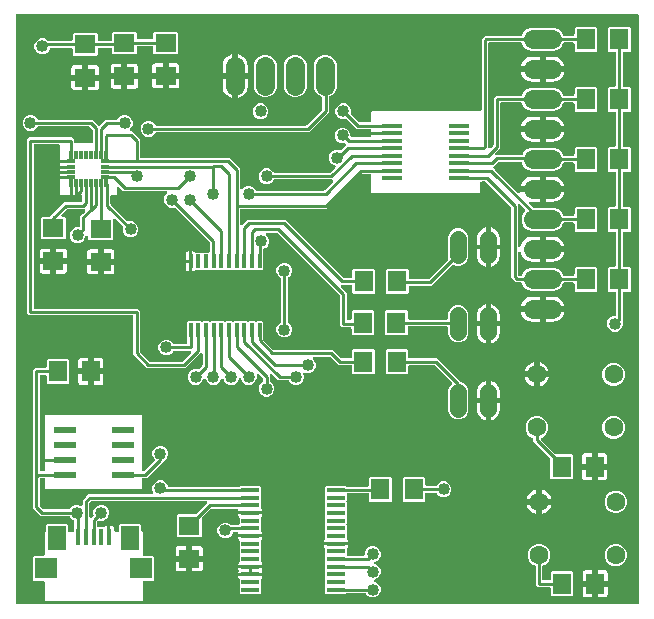
<source format=gtl>
G04 EAGLE Gerber RS-274X export*
G75*
%MOIN*%
%FSLAX36Y36*%
%LPD*%
%INTop Copper Layer*%
%IPPOS*%
%AMOC8*
5,1,8,0,0,1.08239X$1,22.5*%
G01*
%ADD10R,0.070866X0.062992*%
%ADD11R,0.062992X0.070866*%
%ADD12R,0.078000X0.021000*%
%ADD13R,0.059055X0.015748*%
%ADD14R,0.016000X0.053000*%
%ADD15R,0.063000X0.083000*%
%ADD16R,0.075000X0.071000*%
%ADD17C,0.064000*%
%ADD18R,0.062992X0.070984*%
%ADD19C,0.062976*%
%ADD20R,0.011811X0.047236*%
%ADD21R,0.025748X0.013024*%
%ADD22R,0.013024X0.025748*%
%ADD23R,0.065500X0.014000*%
%ADD24C,0.056000*%
%ADD25C,0.010000*%
%ADD26C,0.040000*%

G36*
X2083102Y10059D02*
X2083102Y10059D01*
X2083569Y10088D01*
X2083721Y10137D01*
X2083880Y10157D01*
X2084315Y10329D01*
X2084761Y10474D01*
X2084896Y10559D01*
X2085045Y10618D01*
X2085423Y10892D01*
X2085819Y11143D01*
X2085929Y11260D01*
X2086058Y11354D01*
X2086357Y11714D01*
X2086678Y12055D01*
X2086755Y12195D01*
X2086857Y12318D01*
X2087056Y12742D01*
X2087283Y13151D01*
X2087323Y13306D01*
X2087391Y13451D01*
X2087479Y13910D01*
X2087596Y14364D01*
X2087612Y14602D01*
X2087627Y14681D01*
X2087622Y14762D01*
X2087637Y15000D01*
X2087637Y1972008D01*
X2087578Y1972472D01*
X2087550Y1972939D01*
X2087500Y1973092D01*
X2087480Y1973250D01*
X2087308Y1973685D01*
X2087164Y1974131D01*
X2087078Y1974266D01*
X2087019Y1974415D01*
X2086745Y1974793D01*
X2086494Y1975189D01*
X2086378Y1975299D01*
X2086284Y1975428D01*
X2085924Y1975727D01*
X2085583Y1976048D01*
X2085443Y1976125D01*
X2085319Y1976227D01*
X2084896Y1976427D01*
X2084486Y1976653D01*
X2084331Y1976693D01*
X2084187Y1976761D01*
X2083728Y1976849D01*
X2083274Y1976967D01*
X2083036Y1976982D01*
X2082957Y1976997D01*
X2082876Y1976992D01*
X2082638Y1977007D01*
X15000Y1977007D01*
X14536Y1976949D01*
X14069Y1976920D01*
X13916Y1976870D01*
X13757Y1976850D01*
X13323Y1976678D01*
X12877Y1976534D01*
X12742Y1976448D01*
X12593Y1976390D01*
X12215Y1976115D01*
X11819Y1975865D01*
X11709Y1975748D01*
X11579Y1975654D01*
X11281Y1975294D01*
X10960Y1974953D01*
X10883Y1974813D01*
X10781Y1974689D01*
X10581Y1974266D01*
X10355Y1973856D01*
X10315Y1973701D01*
X10247Y1973557D01*
X10159Y1973098D01*
X10041Y1972644D01*
X10026Y1972406D01*
X10011Y1972327D01*
X10016Y1972246D01*
X10001Y1972008D01*
X10001Y15000D01*
X10059Y14536D01*
X10088Y14069D01*
X10137Y13916D01*
X10157Y13757D01*
X10329Y13323D01*
X10474Y12877D01*
X10559Y12742D01*
X10618Y12593D01*
X10892Y12215D01*
X11143Y11819D01*
X11260Y11709D01*
X11354Y11579D01*
X11714Y11281D01*
X12055Y10960D01*
X12195Y10883D01*
X12318Y10781D01*
X12742Y10581D01*
X13151Y10355D01*
X13306Y10315D01*
X13451Y10247D01*
X13910Y10159D01*
X14364Y10041D01*
X14602Y10026D01*
X14681Y10011D01*
X14762Y10016D01*
X15000Y10001D01*
X2082638Y10001D01*
X2083102Y10059D01*
G37*
%LPC*%
G36*
X841285Y702346D02*
X841285Y702346D01*
X831729Y706304D01*
X824414Y713618D01*
X820456Y723175D01*
X820456Y733518D01*
X824414Y743074D01*
X831728Y750389D01*
X832370Y750654D01*
X832470Y750711D01*
X832579Y750747D01*
X833013Y751021D01*
X833458Y751275D01*
X833540Y751354D01*
X833638Y751416D01*
X833989Y751790D01*
X834357Y752146D01*
X834418Y752244D01*
X834496Y752328D01*
X834744Y752776D01*
X835012Y753213D01*
X835046Y753323D01*
X835102Y753424D01*
X835230Y753920D01*
X835381Y754410D01*
X835386Y754525D01*
X835415Y754637D01*
X835456Y755273D01*
X835456Y761089D01*
X835407Y761475D01*
X835396Y761863D01*
X835329Y762094D01*
X835299Y762332D01*
X835156Y762693D01*
X835048Y763066D01*
X834927Y763273D01*
X834838Y763496D01*
X834610Y763810D01*
X834413Y764145D01*
X834150Y764444D01*
X834103Y764510D01*
X834065Y764541D01*
X833992Y764624D01*
X821937Y776679D01*
X821504Y777015D01*
X821083Y777364D01*
X821010Y777398D01*
X820947Y777447D01*
X820445Y777665D01*
X819950Y777898D01*
X819871Y777913D01*
X819798Y777945D01*
X819257Y778031D01*
X818720Y778133D01*
X818640Y778129D01*
X818561Y778141D01*
X818017Y778090D01*
X817470Y778056D01*
X817394Y778031D01*
X817314Y778024D01*
X816800Y777839D01*
X816279Y777671D01*
X816211Y777628D01*
X816135Y777601D01*
X815684Y777295D01*
X815220Y777001D01*
X815165Y776942D01*
X815099Y776898D01*
X814737Y776488D01*
X814362Y776089D01*
X814323Y776019D01*
X814270Y775959D01*
X814020Y775471D01*
X813757Y774993D01*
X813736Y774915D01*
X813700Y774844D01*
X813580Y774311D01*
X813443Y773781D01*
X813436Y773669D01*
X813425Y773622D01*
X813428Y773541D01*
X813402Y773144D01*
X813402Y762545D01*
X809444Y752988D01*
X802130Y745674D01*
X792573Y741716D01*
X782230Y741716D01*
X772673Y745674D01*
X765359Y752988D01*
X762493Y759909D01*
X762223Y760382D01*
X761966Y760868D01*
X761912Y760927D01*
X761872Y760997D01*
X761492Y761389D01*
X761124Y761795D01*
X761057Y761839D01*
X761001Y761896D01*
X760533Y762183D01*
X760078Y762483D01*
X760002Y762509D01*
X759933Y762551D01*
X759410Y762712D01*
X758893Y762890D01*
X758813Y762896D01*
X758737Y762920D01*
X758190Y762946D01*
X757645Y762990D01*
X757566Y762976D01*
X757486Y762980D01*
X756950Y762869D01*
X756411Y762776D01*
X756338Y762743D01*
X756259Y762727D01*
X755768Y762487D01*
X755269Y762262D01*
X755206Y762212D01*
X755134Y762177D01*
X754717Y761822D01*
X754290Y761481D01*
X754242Y761417D01*
X754181Y761365D01*
X753865Y760917D01*
X753536Y760481D01*
X753487Y760381D01*
X753459Y760341D01*
X753430Y760265D01*
X753255Y759909D01*
X750389Y752988D01*
X743074Y745674D01*
X733518Y741716D01*
X723175Y741716D01*
X713618Y745674D01*
X706304Y752988D01*
X703438Y759909D01*
X703166Y760384D01*
X702911Y760868D01*
X702857Y760927D01*
X702817Y760997D01*
X702436Y761391D01*
X702069Y761795D01*
X702002Y761839D01*
X701946Y761896D01*
X701478Y762183D01*
X701023Y762483D01*
X700947Y762509D01*
X700878Y762551D01*
X700355Y762712D01*
X699838Y762890D01*
X699758Y762896D01*
X699682Y762920D01*
X699135Y762946D01*
X698590Y762990D01*
X698511Y762976D01*
X698431Y762980D01*
X697895Y762869D01*
X697356Y762776D01*
X697283Y762743D01*
X697204Y762727D01*
X696711Y762486D01*
X696214Y762262D01*
X696151Y762213D01*
X696079Y762177D01*
X695663Y761823D01*
X695235Y761481D01*
X695186Y761417D01*
X695126Y761365D01*
X694812Y760920D01*
X694481Y760481D01*
X694432Y760381D01*
X694404Y760341D01*
X694375Y760266D01*
X694200Y759909D01*
X691334Y752988D01*
X684019Y745674D01*
X674463Y741716D01*
X664119Y741716D01*
X654563Y745674D01*
X647249Y752988D01*
X644382Y759909D01*
X644112Y760382D01*
X643856Y760868D01*
X643801Y760927D01*
X643762Y760997D01*
X643382Y761389D01*
X643013Y761795D01*
X642947Y761839D01*
X642891Y761896D01*
X642423Y762183D01*
X641967Y762483D01*
X641892Y762509D01*
X641823Y762551D01*
X641300Y762712D01*
X640783Y762890D01*
X640703Y762896D01*
X640626Y762920D01*
X640080Y762946D01*
X639535Y762990D01*
X639456Y762976D01*
X639375Y762980D01*
X638840Y762869D01*
X638301Y762776D01*
X638227Y762743D01*
X638149Y762727D01*
X637657Y762487D01*
X637158Y762262D01*
X637096Y762212D01*
X637024Y762177D01*
X636607Y761822D01*
X636180Y761481D01*
X636132Y761417D01*
X636070Y761365D01*
X635754Y760917D01*
X635426Y760481D01*
X635377Y760381D01*
X635349Y760341D01*
X635320Y760265D01*
X635145Y759909D01*
X632278Y752988D01*
X624964Y745674D01*
X615408Y741716D01*
X605064Y741716D01*
X595508Y745674D01*
X588194Y752988D01*
X584235Y762545D01*
X584235Y772888D01*
X588194Y782445D01*
X595508Y789759D01*
X605064Y793717D01*
X615408Y793717D01*
X616049Y793451D01*
X616161Y793421D01*
X616263Y793369D01*
X616762Y793256D01*
X617257Y793121D01*
X617373Y793119D01*
X617485Y793094D01*
X617997Y793109D01*
X618509Y793101D01*
X618621Y793128D01*
X618737Y793131D01*
X619230Y793273D01*
X619727Y793393D01*
X619829Y793446D01*
X619940Y793478D01*
X620383Y793739D01*
X620834Y793978D01*
X620919Y794055D01*
X621019Y794114D01*
X621498Y794535D01*
X631826Y804864D01*
X632064Y805171D01*
X632331Y805454D01*
X632447Y805664D01*
X632594Y805853D01*
X632749Y806210D01*
X632936Y806550D01*
X632996Y806783D01*
X633092Y807003D01*
X633153Y807386D01*
X633250Y807763D01*
X633275Y808160D01*
X633288Y808240D01*
X633283Y808288D01*
X633291Y808399D01*
X633291Y841885D01*
X633222Y842428D01*
X633171Y842972D01*
X633144Y843047D01*
X633134Y843127D01*
X632932Y843636D01*
X632748Y844151D01*
X632703Y844217D01*
X632673Y844292D01*
X632352Y844734D01*
X632045Y845187D01*
X631984Y845240D01*
X631937Y845305D01*
X631516Y845654D01*
X631106Y846016D01*
X631034Y846053D01*
X630973Y846104D01*
X630479Y846336D01*
X629991Y846586D01*
X629913Y846604D01*
X629840Y846638D01*
X629304Y846741D01*
X628769Y846861D01*
X628689Y846859D01*
X628610Y846874D01*
X628065Y846840D01*
X627517Y846824D01*
X627440Y846801D01*
X627360Y846796D01*
X626840Y846628D01*
X626314Y846476D01*
X626245Y846436D01*
X626169Y846411D01*
X625705Y846118D01*
X625235Y845841D01*
X625152Y845767D01*
X625110Y845741D01*
X625054Y845682D01*
X624756Y845420D01*
X575423Y796086D01*
X448199Y796086D01*
X402385Y841900D01*
X402385Y968252D01*
X402327Y968716D01*
X402298Y969183D01*
X402248Y969336D01*
X402228Y969494D01*
X402056Y969929D01*
X401912Y970375D01*
X401826Y970510D01*
X401767Y970659D01*
X401493Y971037D01*
X401242Y971433D01*
X401126Y971543D01*
X401032Y971672D01*
X400672Y971971D01*
X400331Y972292D01*
X400191Y972369D01*
X400067Y972471D01*
X399644Y972671D01*
X399234Y972897D01*
X399079Y972937D01*
X398935Y973005D01*
X398476Y973093D01*
X398022Y973211D01*
X397784Y973226D01*
X397705Y973241D01*
X397624Y973236D01*
X397386Y973251D01*
X54499Y973251D01*
X48054Y979695D01*
X48054Y1559675D01*
X54499Y1566119D01*
X197667Y1566119D01*
X204111Y1559675D01*
X204111Y1551248D01*
X204169Y1550784D01*
X204198Y1550317D01*
X204248Y1550164D01*
X204268Y1550005D01*
X204440Y1549571D01*
X204584Y1549125D01*
X204670Y1548990D01*
X204728Y1548841D01*
X205003Y1548463D01*
X205253Y1548067D01*
X205370Y1547957D01*
X205464Y1547827D01*
X205824Y1547529D01*
X206165Y1547208D01*
X206305Y1547131D01*
X206429Y1547029D01*
X206852Y1546829D01*
X207262Y1546603D01*
X207417Y1546563D01*
X207561Y1546495D01*
X208020Y1546407D01*
X208474Y1546289D01*
X208712Y1546274D01*
X208791Y1546259D01*
X208872Y1546264D01*
X209110Y1546249D01*
X261756Y1546249D01*
X262220Y1546307D01*
X262687Y1546336D01*
X262840Y1546385D01*
X262998Y1546406D01*
X263433Y1546578D01*
X263879Y1546722D01*
X264014Y1546807D01*
X264163Y1546866D01*
X264541Y1547141D01*
X264937Y1547391D01*
X265047Y1547508D01*
X265176Y1547602D01*
X265475Y1547962D01*
X265796Y1548303D01*
X265873Y1548443D01*
X265975Y1548566D01*
X266175Y1548990D01*
X266401Y1549399D01*
X266441Y1549554D01*
X266509Y1549699D01*
X266597Y1550158D01*
X266715Y1550612D01*
X266730Y1550850D01*
X266745Y1550929D01*
X266740Y1551010D01*
X266755Y1551248D01*
X266755Y1590026D01*
X266706Y1590412D01*
X266695Y1590800D01*
X266628Y1591031D01*
X266598Y1591269D01*
X266455Y1591630D01*
X266348Y1592003D01*
X266226Y1592210D01*
X266138Y1592433D01*
X265909Y1592748D01*
X265712Y1593083D01*
X265449Y1593381D01*
X265402Y1593447D01*
X265365Y1593477D01*
X265291Y1593561D01*
X257144Y1601708D01*
X256836Y1601947D01*
X256554Y1602213D01*
X256344Y1602329D01*
X256154Y1602476D01*
X255797Y1602630D01*
X255457Y1602818D01*
X255225Y1602878D01*
X255005Y1602974D01*
X254622Y1603034D01*
X254245Y1603132D01*
X253848Y1603157D01*
X253768Y1603170D01*
X253720Y1603165D01*
X253609Y1603172D01*
X85982Y1603172D01*
X85867Y1603158D01*
X85752Y1603167D01*
X85248Y1603080D01*
X84739Y1603016D01*
X84632Y1602973D01*
X84518Y1602954D01*
X84050Y1602743D01*
X83575Y1602555D01*
X83482Y1602487D01*
X83376Y1602440D01*
X82975Y1602120D01*
X82561Y1601819D01*
X82488Y1601730D01*
X82398Y1601658D01*
X82089Y1601250D01*
X81762Y1600855D01*
X81713Y1600750D01*
X81644Y1600658D01*
X81363Y1600086D01*
X81097Y1599445D01*
X73783Y1592131D01*
X64227Y1588172D01*
X53883Y1588172D01*
X44327Y1592131D01*
X37013Y1599445D01*
X33054Y1609001D01*
X33054Y1619345D01*
X37013Y1628901D01*
X44327Y1636216D01*
X53883Y1640174D01*
X64227Y1640174D01*
X73783Y1636216D01*
X81097Y1628901D01*
X81363Y1628260D01*
X81420Y1628160D01*
X81455Y1628050D01*
X81730Y1627617D01*
X81983Y1627172D01*
X82063Y1627090D01*
X82125Y1626992D01*
X82498Y1626641D01*
X82854Y1626273D01*
X82953Y1626212D01*
X83037Y1626133D01*
X83485Y1625886D01*
X83922Y1625618D01*
X84032Y1625584D01*
X84133Y1625528D01*
X84630Y1625400D01*
X85119Y1625249D01*
X85234Y1625243D01*
X85345Y1625214D01*
X85982Y1625174D01*
X264793Y1625174D01*
X284063Y1605903D01*
X284434Y1605616D01*
X284784Y1605306D01*
X284927Y1605234D01*
X285053Y1605136D01*
X285482Y1604950D01*
X285899Y1604736D01*
X286056Y1604701D01*
X286202Y1604638D01*
X286664Y1604565D01*
X287121Y1604462D01*
X287281Y1604467D01*
X287439Y1604442D01*
X287904Y1604485D01*
X288373Y1604499D01*
X288527Y1604544D01*
X288686Y1604559D01*
X289126Y1604717D01*
X289576Y1604847D01*
X289714Y1604928D01*
X289864Y1604982D01*
X290252Y1605245D01*
X290655Y1605483D01*
X290834Y1605640D01*
X290901Y1605685D01*
X290955Y1605746D01*
X291134Y1605904D01*
X291592Y1606362D01*
X291593Y1606362D01*
X310404Y1625174D01*
X347089Y1625174D01*
X347203Y1625188D01*
X347318Y1625179D01*
X347823Y1625266D01*
X348332Y1625331D01*
X348438Y1625373D01*
X348552Y1625393D01*
X349021Y1625603D01*
X349496Y1625791D01*
X349589Y1625859D01*
X349695Y1625906D01*
X350095Y1626227D01*
X350510Y1626527D01*
X350583Y1626616D01*
X350673Y1626688D01*
X350981Y1627097D01*
X351308Y1627492D01*
X351357Y1627596D01*
X351427Y1627688D01*
X351708Y1628260D01*
X351973Y1628901D01*
X359288Y1636216D01*
X368844Y1640174D01*
X379188Y1640174D01*
X388744Y1636216D01*
X396058Y1628901D01*
X400016Y1619345D01*
X400016Y1609001D01*
X396058Y1599445D01*
X390951Y1594338D01*
X390616Y1593906D01*
X390267Y1593484D01*
X390233Y1593412D01*
X390183Y1593349D01*
X389966Y1592846D01*
X389733Y1592352D01*
X389718Y1592273D01*
X389686Y1592199D01*
X389600Y1591658D01*
X389497Y1591122D01*
X389502Y1591042D01*
X389489Y1590962D01*
X389540Y1590419D01*
X389574Y1589872D01*
X389599Y1589795D01*
X389606Y1589716D01*
X389791Y1589202D01*
X389960Y1588680D01*
X390003Y1588612D01*
X390030Y1588537D01*
X390336Y1588086D01*
X390629Y1587622D01*
X390688Y1587567D01*
X390733Y1587501D01*
X391142Y1587139D01*
X391541Y1586763D01*
X391611Y1586725D01*
X391671Y1586671D01*
X392160Y1586421D01*
X392637Y1586158D01*
X392715Y1586138D01*
X392786Y1586102D01*
X393320Y1585982D01*
X393850Y1585844D01*
X393961Y1585837D01*
X394008Y1585827D01*
X394089Y1585829D01*
X394486Y1585804D01*
X398257Y1585804D01*
X424386Y1559675D01*
X424386Y1502023D01*
X424445Y1501559D01*
X424474Y1501092D01*
X424523Y1500940D01*
X424543Y1500781D01*
X424715Y1500346D01*
X424859Y1499901D01*
X424945Y1499765D01*
X425004Y1499617D01*
X425278Y1499239D01*
X425529Y1498842D01*
X425646Y1498732D01*
X425740Y1498603D01*
X426100Y1498305D01*
X426441Y1497984D01*
X426581Y1497906D01*
X426704Y1497804D01*
X427127Y1497605D01*
X427537Y1497379D01*
X427692Y1497338D01*
X427837Y1497270D01*
X428296Y1497182D01*
X428750Y1497065D01*
X428988Y1497050D01*
X429067Y1497034D01*
X429148Y1497039D01*
X429386Y1497024D01*
X723257Y1497024D01*
X731165Y1489117D01*
X731166Y1489116D01*
X757654Y1462627D01*
X757654Y1397045D01*
X757723Y1396502D01*
X757774Y1395958D01*
X757801Y1395882D01*
X757811Y1395803D01*
X758012Y1395295D01*
X758197Y1394779D01*
X758242Y1394712D01*
X758272Y1394638D01*
X758593Y1394196D01*
X758900Y1393743D01*
X758960Y1393690D01*
X759008Y1393625D01*
X759429Y1393275D01*
X759839Y1392913D01*
X759910Y1392877D01*
X759972Y1392826D01*
X760467Y1392592D01*
X760954Y1392344D01*
X761032Y1392326D01*
X761105Y1392292D01*
X761642Y1392189D01*
X762176Y1392069D01*
X762256Y1392071D01*
X762335Y1392056D01*
X762880Y1392090D01*
X763428Y1392106D01*
X763505Y1392128D01*
X763585Y1392133D01*
X764104Y1392301D01*
X764631Y1392453D01*
X764700Y1392494D01*
X764776Y1392519D01*
X765239Y1392812D01*
X765710Y1393089D01*
X765793Y1393162D01*
X765835Y1393188D01*
X765891Y1393248D01*
X766188Y1393510D01*
X772673Y1399995D01*
X782230Y1403953D01*
X792573Y1403953D01*
X802130Y1399995D01*
X809444Y1392681D01*
X809709Y1392040D01*
X809766Y1391939D01*
X809802Y1391830D01*
X810076Y1391396D01*
X810330Y1390952D01*
X810410Y1390869D01*
X810471Y1390772D01*
X810845Y1390420D01*
X811201Y1390052D01*
X811299Y1389992D01*
X811383Y1389913D01*
X811831Y1389665D01*
X812268Y1389397D01*
X812379Y1389363D01*
X812480Y1389308D01*
X812976Y1389179D01*
X813465Y1389028D01*
X813580Y1389023D01*
X813692Y1388994D01*
X814328Y1388953D01*
X1036680Y1388953D01*
X1037065Y1389002D01*
X1037454Y1389014D01*
X1037684Y1389080D01*
X1037922Y1389110D01*
X1038283Y1389253D01*
X1038657Y1389361D01*
X1038864Y1389483D01*
X1039087Y1389571D01*
X1039401Y1389799D01*
X1039736Y1389997D01*
X1040035Y1390259D01*
X1040100Y1390307D01*
X1040131Y1390344D01*
X1040215Y1390418D01*
X1067270Y1417473D01*
X1067606Y1417906D01*
X1067954Y1418326D01*
X1067988Y1418399D01*
X1068038Y1418462D01*
X1068254Y1418962D01*
X1068488Y1419459D01*
X1068503Y1419538D01*
X1068535Y1419612D01*
X1068621Y1420152D01*
X1068724Y1420689D01*
X1068719Y1420769D01*
X1068732Y1420848D01*
X1068681Y1421392D01*
X1068647Y1421939D01*
X1068622Y1422016D01*
X1068615Y1422095D01*
X1068430Y1422609D01*
X1068261Y1423131D01*
X1068218Y1423199D01*
X1068191Y1423274D01*
X1067885Y1423725D01*
X1067592Y1424189D01*
X1067533Y1424244D01*
X1067488Y1424310D01*
X1067079Y1424672D01*
X1066680Y1425048D01*
X1066610Y1425086D01*
X1066550Y1425140D01*
X1066061Y1425389D01*
X1065584Y1425653D01*
X1065506Y1425673D01*
X1065435Y1425709D01*
X1064901Y1425829D01*
X1064371Y1425967D01*
X1064260Y1425974D01*
X1064213Y1425984D01*
X1064132Y1425982D01*
X1063735Y1426007D01*
X873383Y1426007D01*
X873269Y1425993D01*
X873154Y1426002D01*
X872649Y1425914D01*
X872141Y1425850D01*
X872034Y1425808D01*
X871920Y1425788D01*
X871451Y1425578D01*
X870976Y1425390D01*
X870883Y1425322D01*
X870778Y1425275D01*
X870377Y1424954D01*
X869963Y1424654D01*
X869889Y1424565D01*
X869799Y1424493D01*
X869491Y1424084D01*
X869164Y1423689D01*
X869115Y1423585D01*
X869045Y1423493D01*
X868764Y1422921D01*
X868499Y1422280D01*
X861185Y1414965D01*
X851628Y1411007D01*
X841285Y1411007D01*
X831729Y1414965D01*
X824414Y1422280D01*
X820456Y1431836D01*
X820456Y1442180D01*
X824414Y1451736D01*
X831729Y1459050D01*
X841285Y1463008D01*
X851628Y1463008D01*
X861185Y1459050D01*
X868499Y1451736D01*
X868764Y1451095D01*
X868822Y1450995D01*
X868857Y1450885D01*
X869132Y1450451D01*
X869385Y1450007D01*
X869465Y1449924D01*
X869527Y1449827D01*
X869900Y1449475D01*
X870256Y1449107D01*
X870354Y1449047D01*
X870438Y1448968D01*
X870886Y1448721D01*
X871324Y1448453D01*
X871434Y1448419D01*
X871535Y1448363D01*
X872031Y1448234D01*
X872520Y1448084D01*
X872635Y1448078D01*
X872747Y1448049D01*
X873383Y1448008D01*
X1056365Y1448008D01*
X1056750Y1448057D01*
X1057139Y1448069D01*
X1057369Y1448135D01*
X1057607Y1448165D01*
X1057968Y1448308D01*
X1058342Y1448416D01*
X1058549Y1448538D01*
X1058772Y1448626D01*
X1059086Y1448855D01*
X1059421Y1449052D01*
X1059719Y1449314D01*
X1059785Y1449362D01*
X1059816Y1449399D01*
X1059900Y1449473D01*
X1075251Y1464824D01*
X1075370Y1464977D01*
X1075515Y1465109D01*
X1075753Y1465471D01*
X1076018Y1465813D01*
X1076096Y1465992D01*
X1076203Y1466155D01*
X1076344Y1466564D01*
X1076516Y1466962D01*
X1076547Y1467155D01*
X1076610Y1467339D01*
X1076644Y1467771D01*
X1076712Y1468199D01*
X1076694Y1468393D01*
X1076710Y1468588D01*
X1076636Y1469015D01*
X1076595Y1469446D01*
X1076529Y1469629D01*
X1076496Y1469822D01*
X1076318Y1470217D01*
X1076172Y1470625D01*
X1076062Y1470786D01*
X1075982Y1470964D01*
X1075712Y1471302D01*
X1075469Y1471661D01*
X1075323Y1471790D01*
X1075201Y1471943D01*
X1074855Y1472203D01*
X1074530Y1472490D01*
X1074357Y1472579D01*
X1074201Y1472696D01*
X1073629Y1472977D01*
X1065714Y1476256D01*
X1058399Y1483570D01*
X1054441Y1493126D01*
X1054441Y1503470D01*
X1058399Y1513026D01*
X1065714Y1520341D01*
X1075270Y1524299D01*
X1085614Y1524299D01*
X1089416Y1522724D01*
X1089527Y1522693D01*
X1089630Y1522641D01*
X1090129Y1522529D01*
X1090624Y1522393D01*
X1090739Y1522391D01*
X1090852Y1522366D01*
X1091364Y1522381D01*
X1091876Y1522373D01*
X1091988Y1522400D01*
X1092103Y1522404D01*
X1092596Y1522546D01*
X1093094Y1522665D01*
X1093196Y1522719D01*
X1093307Y1522751D01*
X1093748Y1523011D01*
X1094201Y1523250D01*
X1094287Y1523328D01*
X1094386Y1523386D01*
X1094864Y1523807D01*
X1104366Y1533309D01*
X1109090Y1538033D01*
X1109425Y1538465D01*
X1109774Y1538886D01*
X1109808Y1538959D01*
X1109857Y1539022D01*
X1110075Y1539525D01*
X1110308Y1540019D01*
X1110323Y1540098D01*
X1110355Y1540171D01*
X1110441Y1540713D01*
X1110544Y1541249D01*
X1110539Y1541329D01*
X1110551Y1541408D01*
X1110500Y1541952D01*
X1110467Y1542499D01*
X1110442Y1542576D01*
X1110434Y1542655D01*
X1110250Y1543169D01*
X1110081Y1543691D01*
X1110038Y1543758D01*
X1110011Y1543834D01*
X1109705Y1544285D01*
X1109411Y1544749D01*
X1109353Y1544804D01*
X1109308Y1544870D01*
X1108899Y1545231D01*
X1108500Y1545608D01*
X1108429Y1545646D01*
X1108369Y1545699D01*
X1107883Y1545948D01*
X1107403Y1546213D01*
X1107326Y1546233D01*
X1107254Y1546269D01*
X1106721Y1546389D01*
X1106191Y1546526D01*
X1106080Y1546534D01*
X1106032Y1546544D01*
X1105951Y1546542D01*
X1105555Y1546567D01*
X1094955Y1546567D01*
X1085399Y1550525D01*
X1078084Y1557840D01*
X1074126Y1567396D01*
X1074126Y1577740D01*
X1078084Y1587296D01*
X1085399Y1594610D01*
X1094955Y1598568D01*
X1105299Y1598568D01*
X1114855Y1594610D01*
X1122169Y1587296D01*
X1126127Y1577740D01*
X1126127Y1571216D01*
X1126186Y1570752D01*
X1126215Y1570285D01*
X1126264Y1570133D01*
X1126284Y1569974D01*
X1126456Y1569539D01*
X1126601Y1569094D01*
X1126686Y1568958D01*
X1126745Y1568809D01*
X1127019Y1568432D01*
X1127270Y1568035D01*
X1127387Y1567925D01*
X1127481Y1567796D01*
X1127841Y1567498D01*
X1128182Y1567177D01*
X1128322Y1567099D01*
X1128445Y1566997D01*
X1128868Y1566798D01*
X1129278Y1566571D01*
X1129433Y1566531D01*
X1129578Y1566463D01*
X1130037Y1566375D01*
X1130491Y1566258D01*
X1130729Y1566242D01*
X1130808Y1566227D01*
X1130889Y1566232D01*
X1131127Y1566217D01*
X1190165Y1566217D01*
X1190630Y1566276D01*
X1191097Y1566305D01*
X1191249Y1566354D01*
X1191408Y1566374D01*
X1191843Y1566546D01*
X1192288Y1566690D01*
X1192424Y1566776D01*
X1192572Y1566835D01*
X1192950Y1567109D01*
X1193346Y1567360D01*
X1193456Y1567477D01*
X1193586Y1567570D01*
X1193884Y1567930D01*
X1194205Y1568271D01*
X1194282Y1568412D01*
X1194385Y1568535D01*
X1194584Y1568958D01*
X1194810Y1569368D01*
X1194850Y1569523D01*
X1194919Y1569668D01*
X1195007Y1570127D01*
X1195124Y1570580D01*
X1195139Y1570818D01*
X1195154Y1570898D01*
X1195149Y1570978D01*
X1195165Y1571216D01*
X1195165Y1589217D01*
X1195106Y1589681D01*
X1195077Y1590148D01*
X1195028Y1590300D01*
X1195008Y1590459D01*
X1194836Y1590894D01*
X1194692Y1591339D01*
X1194606Y1591475D01*
X1194547Y1591624D01*
X1194273Y1592001D01*
X1194022Y1592398D01*
X1193905Y1592508D01*
X1193811Y1592637D01*
X1193451Y1592935D01*
X1193110Y1593256D01*
X1192970Y1593334D01*
X1192847Y1593436D01*
X1192424Y1593635D01*
X1192014Y1593861D01*
X1191859Y1593902D01*
X1191714Y1593970D01*
X1191255Y1594058D01*
X1190802Y1594175D01*
X1190563Y1594190D01*
X1190484Y1594206D01*
X1190403Y1594201D01*
X1190165Y1594216D01*
X1146132Y1594216D01*
X1113624Y1626725D01*
X1113532Y1626796D01*
X1113458Y1626883D01*
X1113040Y1627177D01*
X1112634Y1627492D01*
X1112528Y1627538D01*
X1112434Y1627604D01*
X1111955Y1627786D01*
X1111485Y1627990D01*
X1111371Y1628008D01*
X1111263Y1628049D01*
X1110754Y1628106D01*
X1110248Y1628186D01*
X1110133Y1628176D01*
X1110019Y1628188D01*
X1109511Y1628117D01*
X1109001Y1628069D01*
X1108893Y1628030D01*
X1108779Y1628014D01*
X1108175Y1627808D01*
X1107534Y1627543D01*
X1097190Y1627543D01*
X1087634Y1631501D01*
X1080320Y1638815D01*
X1076361Y1648371D01*
X1076361Y1658715D01*
X1080320Y1668271D01*
X1087634Y1675586D01*
X1097190Y1679544D01*
X1107534Y1679544D01*
X1117090Y1675586D01*
X1124405Y1668271D01*
X1128363Y1658715D01*
X1128363Y1648372D01*
X1128097Y1647730D01*
X1128067Y1647619D01*
X1128014Y1647516D01*
X1127902Y1647017D01*
X1127766Y1646522D01*
X1127765Y1646407D01*
X1127739Y1646295D01*
X1127755Y1645783D01*
X1127747Y1645270D01*
X1127773Y1645158D01*
X1127777Y1645043D01*
X1127919Y1644549D01*
X1128038Y1644052D01*
X1128092Y1643951D01*
X1128124Y1643839D01*
X1128385Y1643397D01*
X1128624Y1642945D01*
X1128701Y1642860D01*
X1128760Y1642760D01*
X1129181Y1642282D01*
X1153781Y1617681D01*
X1154089Y1617443D01*
X1154371Y1617177D01*
X1154581Y1617061D01*
X1154771Y1616914D01*
X1155128Y1616759D01*
X1155468Y1616571D01*
X1155700Y1616511D01*
X1155920Y1616416D01*
X1156304Y1616355D01*
X1156680Y1616258D01*
X1157077Y1616232D01*
X1157157Y1616220D01*
X1157205Y1616224D01*
X1157316Y1616217D01*
X1190165Y1616217D01*
X1190630Y1616276D01*
X1191097Y1616305D01*
X1191249Y1616354D01*
X1191408Y1616374D01*
X1191843Y1616546D01*
X1192288Y1616690D01*
X1192424Y1616776D01*
X1192572Y1616835D01*
X1192950Y1617109D01*
X1193346Y1617360D01*
X1193456Y1617477D01*
X1193586Y1617570D01*
X1193884Y1617930D01*
X1194205Y1618271D01*
X1194282Y1618412D01*
X1194385Y1618535D01*
X1194584Y1618958D01*
X1194810Y1619368D01*
X1194850Y1619523D01*
X1194919Y1619668D01*
X1195007Y1620127D01*
X1195124Y1620580D01*
X1195139Y1620818D01*
X1195154Y1620898D01*
X1195149Y1620978D01*
X1195165Y1621216D01*
X1195165Y1651959D01*
X1196922Y1653717D01*
X1558803Y1653717D01*
X1559267Y1653776D01*
X1559734Y1653805D01*
X1559887Y1653854D01*
X1560046Y1653874D01*
X1560480Y1654046D01*
X1560926Y1654190D01*
X1561061Y1654276D01*
X1561210Y1654335D01*
X1561588Y1654609D01*
X1561984Y1654860D01*
X1562094Y1654977D01*
X1562224Y1655070D01*
X1562522Y1655430D01*
X1562843Y1655771D01*
X1562920Y1655912D01*
X1563022Y1656035D01*
X1563222Y1656458D01*
X1563448Y1656868D01*
X1563488Y1657023D01*
X1563556Y1657168D01*
X1563644Y1657627D01*
X1563762Y1658080D01*
X1563777Y1658318D01*
X1563792Y1658398D01*
X1563787Y1658478D01*
X1563802Y1658716D01*
X1563802Y1894320D01*
X1574184Y1904701D01*
X1694620Y1904701D01*
X1694734Y1904716D01*
X1694849Y1904707D01*
X1695354Y1904794D01*
X1695862Y1904858D01*
X1695969Y1904901D01*
X1696083Y1904920D01*
X1696550Y1905130D01*
X1697027Y1905319D01*
X1697120Y1905387D01*
X1697225Y1905434D01*
X1697626Y1905754D01*
X1698040Y1906055D01*
X1698114Y1906143D01*
X1698204Y1906215D01*
X1698513Y1906625D01*
X1698839Y1907019D01*
X1698888Y1907123D01*
X1698958Y1907215D01*
X1699239Y1907788D01*
X1702320Y1915226D01*
X1713010Y1925916D01*
X1726977Y1931701D01*
X1806094Y1931701D01*
X1820061Y1925916D01*
X1830751Y1915226D01*
X1833832Y1907788D01*
X1833885Y1907694D01*
X1833917Y1907597D01*
X1833920Y1907592D01*
X1833925Y1907578D01*
X1834199Y1907144D01*
X1834453Y1906700D01*
X1834532Y1906617D01*
X1834594Y1906520D01*
X1834968Y1906167D01*
X1835324Y1905800D01*
X1835422Y1905740D01*
X1835506Y1905661D01*
X1835954Y1905413D01*
X1836391Y1905145D01*
X1836501Y1905111D01*
X1836602Y1905056D01*
X1837099Y1904927D01*
X1837588Y1904776D01*
X1837703Y1904771D01*
X1837815Y1904742D01*
X1838451Y1904701D01*
X1868055Y1904701D01*
X1868519Y1904760D01*
X1868986Y1904789D01*
X1869139Y1904838D01*
X1869298Y1904858D01*
X1869732Y1905030D01*
X1870178Y1905174D01*
X1870313Y1905260D01*
X1870462Y1905319D01*
X1870840Y1905593D01*
X1871236Y1905844D01*
X1871346Y1905961D01*
X1871476Y1906055D01*
X1871774Y1906415D01*
X1872095Y1906756D01*
X1872172Y1906896D01*
X1872274Y1907019D01*
X1872474Y1907442D01*
X1872700Y1907852D01*
X1872740Y1908007D01*
X1872808Y1908152D01*
X1872896Y1908611D01*
X1873014Y1909064D01*
X1873029Y1909303D01*
X1873044Y1909382D01*
X1873043Y1909397D01*
X1873044Y1909401D01*
X1873040Y1909472D01*
X1873054Y1909701D01*
X1873054Y1931678D01*
X1876570Y1935194D01*
X1944533Y1935194D01*
X1948048Y1931678D01*
X1948048Y1855723D01*
X1944533Y1852208D01*
X1876570Y1852208D01*
X1873054Y1855723D01*
X1873054Y1877701D01*
X1872996Y1878165D01*
X1872967Y1878632D01*
X1872918Y1878784D01*
X1872898Y1878943D01*
X1872726Y1879378D01*
X1872581Y1879824D01*
X1872496Y1879959D01*
X1872437Y1880108D01*
X1872163Y1880486D01*
X1871912Y1880882D01*
X1871795Y1880992D01*
X1871701Y1881121D01*
X1871341Y1881420D01*
X1871000Y1881741D01*
X1870860Y1881818D01*
X1870737Y1881920D01*
X1870313Y1882119D01*
X1869904Y1882346D01*
X1869749Y1882386D01*
X1869604Y1882454D01*
X1869145Y1882542D01*
X1868691Y1882659D01*
X1868453Y1882675D01*
X1868374Y1882690D01*
X1868293Y1882685D01*
X1868055Y1882700D01*
X1838451Y1882700D01*
X1838336Y1882686D01*
X1838222Y1882695D01*
X1837717Y1882607D01*
X1837208Y1882543D01*
X1837101Y1882501D01*
X1836988Y1882481D01*
X1836520Y1882271D01*
X1836044Y1882082D01*
X1835951Y1882015D01*
X1835846Y1881968D01*
X1835445Y1881648D01*
X1835030Y1881347D01*
X1834957Y1881258D01*
X1834867Y1881186D01*
X1834558Y1880776D01*
X1834232Y1880382D01*
X1834183Y1880278D01*
X1834113Y1880186D01*
X1833832Y1879614D01*
X1830751Y1872175D01*
X1820061Y1861485D01*
X1806094Y1855700D01*
X1726977Y1855700D01*
X1713010Y1861485D01*
X1702320Y1872175D01*
X1699239Y1879614D01*
X1699182Y1879714D01*
X1699146Y1879824D01*
X1698871Y1880258D01*
X1698618Y1880702D01*
X1698539Y1880784D01*
X1698477Y1880882D01*
X1698103Y1881234D01*
X1697747Y1881601D01*
X1697649Y1881662D01*
X1697565Y1881741D01*
X1697116Y1881988D01*
X1696679Y1882256D01*
X1696569Y1882290D01*
X1696469Y1882346D01*
X1695971Y1882474D01*
X1695483Y1882625D01*
X1695368Y1882631D01*
X1695256Y1882659D01*
X1694620Y1882700D01*
X1590803Y1882700D01*
X1590339Y1882641D01*
X1589872Y1882613D01*
X1589719Y1882563D01*
X1589561Y1882543D01*
X1589126Y1882371D01*
X1588680Y1882227D01*
X1588545Y1882141D01*
X1588396Y1882082D01*
X1588018Y1881808D01*
X1587622Y1881557D01*
X1587512Y1881441D01*
X1587383Y1881347D01*
X1587084Y1880987D01*
X1586763Y1880646D01*
X1586686Y1880506D01*
X1586584Y1880382D01*
X1586384Y1879959D01*
X1586158Y1879549D01*
X1586118Y1879394D01*
X1586050Y1879250D01*
X1585962Y1878791D01*
X1585844Y1878337D01*
X1585829Y1878099D01*
X1585814Y1878020D01*
X1585819Y1877939D01*
X1585804Y1877701D01*
X1585804Y1534690D01*
X1585872Y1534147D01*
X1585873Y1534141D01*
X1585891Y1533844D01*
X1585905Y1533803D01*
X1585923Y1533603D01*
X1585951Y1533527D01*
X1585961Y1533448D01*
X1586162Y1532940D01*
X1586347Y1532424D01*
X1586392Y1532357D01*
X1586421Y1532283D01*
X1586742Y1531841D01*
X1587050Y1531388D01*
X1587110Y1531335D01*
X1587157Y1531270D01*
X1587579Y1530920D01*
X1587988Y1530558D01*
X1588060Y1530522D01*
X1588122Y1530471D01*
X1588616Y1530237D01*
X1589104Y1529989D01*
X1589182Y1529971D01*
X1589254Y1529937D01*
X1589792Y1529834D01*
X1590325Y1529714D01*
X1590406Y1529716D01*
X1590484Y1529701D01*
X1591030Y1529735D01*
X1591577Y1529751D01*
X1591654Y1529773D01*
X1591734Y1529778D01*
X1592254Y1529946D01*
X1592780Y1530098D01*
X1592850Y1530139D01*
X1592926Y1530164D01*
X1593279Y1530387D01*
X1593295Y1530394D01*
X1593337Y1530424D01*
X1593389Y1530457D01*
X1593859Y1530734D01*
X1593943Y1530807D01*
X1593984Y1530833D01*
X1594041Y1530893D01*
X1594338Y1531155D01*
X1601708Y1538525D01*
X1601946Y1538832D01*
X1602213Y1539115D01*
X1602329Y1539325D01*
X1602476Y1539515D01*
X1602630Y1539872D01*
X1602818Y1540212D01*
X1602878Y1540444D01*
X1602974Y1540664D01*
X1603034Y1541048D01*
X1603132Y1541424D01*
X1603157Y1541820D01*
X1603170Y1541901D01*
X1603165Y1541949D01*
X1603172Y1542060D01*
X1603172Y1697470D01*
X1610404Y1704701D01*
X1694620Y1704701D01*
X1694734Y1704716D01*
X1694849Y1704707D01*
X1695354Y1704794D01*
X1695862Y1704858D01*
X1695969Y1704901D01*
X1696083Y1704920D01*
X1696550Y1705130D01*
X1697027Y1705319D01*
X1697120Y1705387D01*
X1697225Y1705434D01*
X1697626Y1705754D01*
X1698040Y1706055D01*
X1698114Y1706143D01*
X1698204Y1706215D01*
X1698513Y1706625D01*
X1698839Y1707019D01*
X1698888Y1707123D01*
X1698958Y1707215D01*
X1699239Y1707788D01*
X1702320Y1715226D01*
X1713010Y1725916D01*
X1726977Y1731701D01*
X1806094Y1731701D01*
X1820061Y1725916D01*
X1830751Y1715226D01*
X1833832Y1707788D01*
X1833879Y1707705D01*
X1833904Y1707627D01*
X1833913Y1707613D01*
X1833925Y1707578D01*
X1834199Y1707144D01*
X1834453Y1706700D01*
X1834532Y1706617D01*
X1834594Y1706520D01*
X1834968Y1706167D01*
X1835324Y1705800D01*
X1835422Y1705740D01*
X1835506Y1705661D01*
X1835954Y1705413D01*
X1836391Y1705145D01*
X1836501Y1705111D01*
X1836602Y1705056D01*
X1837099Y1704927D01*
X1837588Y1704776D01*
X1837703Y1704771D01*
X1837815Y1704742D01*
X1838451Y1704701D01*
X1868055Y1704701D01*
X1868519Y1704760D01*
X1868986Y1704789D01*
X1869139Y1704838D01*
X1869298Y1704858D01*
X1869732Y1705030D01*
X1870178Y1705174D01*
X1870313Y1705260D01*
X1870462Y1705319D01*
X1870840Y1705593D01*
X1871236Y1705844D01*
X1871346Y1705961D01*
X1871476Y1706055D01*
X1871774Y1706415D01*
X1872095Y1706756D01*
X1872172Y1706896D01*
X1872274Y1707019D01*
X1872474Y1707442D01*
X1872700Y1707852D01*
X1872740Y1708007D01*
X1872808Y1708152D01*
X1872896Y1708611D01*
X1873014Y1709064D01*
X1873029Y1709303D01*
X1873044Y1709382D01*
X1873042Y1709419D01*
X1873044Y1709431D01*
X1873041Y1709487D01*
X1873054Y1709701D01*
X1873054Y1731678D01*
X1876570Y1735194D01*
X1944533Y1735194D01*
X1948048Y1731678D01*
X1948048Y1655723D01*
X1944533Y1652208D01*
X1876570Y1652208D01*
X1873054Y1655723D01*
X1873054Y1677701D01*
X1872996Y1678165D01*
X1872967Y1678632D01*
X1872918Y1678784D01*
X1872898Y1678943D01*
X1872726Y1679378D01*
X1872581Y1679824D01*
X1872496Y1679959D01*
X1872437Y1680108D01*
X1872163Y1680486D01*
X1871912Y1680882D01*
X1871795Y1680992D01*
X1871701Y1681121D01*
X1871341Y1681420D01*
X1871000Y1681741D01*
X1870860Y1681818D01*
X1870737Y1681920D01*
X1870313Y1682119D01*
X1869904Y1682346D01*
X1869749Y1682386D01*
X1869604Y1682454D01*
X1869145Y1682542D01*
X1868691Y1682659D01*
X1868453Y1682675D01*
X1868374Y1682690D01*
X1868293Y1682685D01*
X1868055Y1682700D01*
X1838451Y1682700D01*
X1838336Y1682686D01*
X1838222Y1682695D01*
X1837717Y1682607D01*
X1837208Y1682543D01*
X1837101Y1682501D01*
X1836988Y1682481D01*
X1836520Y1682271D01*
X1836044Y1682082D01*
X1835951Y1682015D01*
X1835846Y1681968D01*
X1835445Y1681648D01*
X1835030Y1681347D01*
X1834957Y1681258D01*
X1834867Y1681186D01*
X1834558Y1680776D01*
X1834232Y1680382D01*
X1834183Y1680278D01*
X1834113Y1680186D01*
X1833832Y1679614D01*
X1830751Y1672175D01*
X1820061Y1661485D01*
X1806094Y1655700D01*
X1726977Y1655700D01*
X1713010Y1661485D01*
X1702320Y1672175D01*
X1699239Y1679614D01*
X1699182Y1679714D01*
X1699146Y1679824D01*
X1698871Y1680258D01*
X1698618Y1680702D01*
X1698539Y1680784D01*
X1698477Y1680882D01*
X1698102Y1681234D01*
X1697747Y1681601D01*
X1697649Y1681662D01*
X1697565Y1681741D01*
X1697116Y1681988D01*
X1696679Y1682256D01*
X1696569Y1682290D01*
X1696469Y1682346D01*
X1695971Y1682474D01*
X1695483Y1682625D01*
X1695368Y1682631D01*
X1695256Y1682659D01*
X1694620Y1682700D01*
X1630173Y1682700D01*
X1629709Y1682641D01*
X1629242Y1682613D01*
X1629089Y1682563D01*
X1628931Y1682543D01*
X1628496Y1682371D01*
X1628050Y1682227D01*
X1627915Y1682141D01*
X1627766Y1682082D01*
X1627388Y1681808D01*
X1626992Y1681557D01*
X1626882Y1681441D01*
X1626753Y1681347D01*
X1626454Y1680987D01*
X1626133Y1680646D01*
X1626056Y1680506D01*
X1625954Y1680382D01*
X1625754Y1679959D01*
X1625528Y1679549D01*
X1625488Y1679394D01*
X1625420Y1679250D01*
X1625332Y1678791D01*
X1625214Y1678337D01*
X1625199Y1678099D01*
X1625184Y1678020D01*
X1625189Y1677939D01*
X1625174Y1677701D01*
X1625174Y1530876D01*
X1617266Y1522968D01*
X1617265Y1522968D01*
X1609895Y1515598D01*
X1609560Y1515166D01*
X1609211Y1514744D01*
X1609177Y1514672D01*
X1609128Y1514608D01*
X1608910Y1514106D01*
X1608677Y1513612D01*
X1608662Y1513533D01*
X1608630Y1513459D01*
X1608544Y1512919D01*
X1608441Y1512382D01*
X1608446Y1512302D01*
X1608434Y1512222D01*
X1608485Y1511678D01*
X1608518Y1511132D01*
X1608543Y1511055D01*
X1608551Y1510976D01*
X1608735Y1510462D01*
X1608904Y1509940D01*
X1608947Y1509872D01*
X1608974Y1509797D01*
X1609280Y1509346D01*
X1609574Y1508882D01*
X1609632Y1508827D01*
X1609677Y1508760D01*
X1610087Y1508398D01*
X1610485Y1508023D01*
X1610555Y1507984D01*
X1610616Y1507931D01*
X1611105Y1507681D01*
X1611582Y1507418D01*
X1611659Y1507398D01*
X1611731Y1507361D01*
X1612264Y1507241D01*
X1612794Y1507104D01*
X1612905Y1507097D01*
X1612953Y1507086D01*
X1613034Y1507089D01*
X1613430Y1507064D01*
X1695598Y1507064D01*
X1695713Y1507078D01*
X1695828Y1507069D01*
X1696332Y1507156D01*
X1696841Y1507220D01*
X1696948Y1507263D01*
X1697062Y1507282D01*
X1697529Y1507493D01*
X1698005Y1507681D01*
X1698099Y1507749D01*
X1698204Y1507796D01*
X1698604Y1508116D01*
X1699019Y1508417D01*
X1699092Y1508506D01*
X1699182Y1508577D01*
X1699491Y1508987D01*
X1699818Y1509381D01*
X1699867Y1509485D01*
X1699936Y1509578D01*
X1700217Y1510150D01*
X1702320Y1515226D01*
X1713010Y1525916D01*
X1726977Y1531701D01*
X1806094Y1531701D01*
X1820061Y1525916D01*
X1830751Y1515226D01*
X1833832Y1507788D01*
X1833873Y1507716D01*
X1833892Y1507656D01*
X1833907Y1507633D01*
X1833925Y1507578D01*
X1834199Y1507144D01*
X1834453Y1506700D01*
X1834532Y1506617D01*
X1834594Y1506520D01*
X1834968Y1506167D01*
X1835324Y1505800D01*
X1835422Y1505740D01*
X1835506Y1505661D01*
X1835954Y1505413D01*
X1836391Y1505145D01*
X1836501Y1505111D01*
X1836602Y1505056D01*
X1837099Y1504927D01*
X1837588Y1504776D01*
X1837703Y1504771D01*
X1837815Y1504742D01*
X1838451Y1504701D01*
X1868055Y1504701D01*
X1868519Y1504760D01*
X1868986Y1504789D01*
X1869139Y1504838D01*
X1869298Y1504858D01*
X1869732Y1505030D01*
X1870178Y1505174D01*
X1870313Y1505260D01*
X1870462Y1505319D01*
X1870840Y1505593D01*
X1871236Y1505844D01*
X1871346Y1505961D01*
X1871476Y1506055D01*
X1871774Y1506415D01*
X1872095Y1506756D01*
X1872172Y1506896D01*
X1872274Y1507019D01*
X1872474Y1507442D01*
X1872700Y1507852D01*
X1872740Y1508007D01*
X1872808Y1508152D01*
X1872896Y1508611D01*
X1873014Y1509064D01*
X1873029Y1509303D01*
X1873044Y1509382D01*
X1873040Y1509441D01*
X1873044Y1509460D01*
X1873042Y1509501D01*
X1873054Y1509701D01*
X1873054Y1531678D01*
X1876570Y1535194D01*
X1944533Y1535194D01*
X1948048Y1531678D01*
X1948048Y1455723D01*
X1944533Y1452208D01*
X1876570Y1452208D01*
X1873054Y1455723D01*
X1873054Y1477701D01*
X1872996Y1478165D01*
X1872967Y1478632D01*
X1872918Y1478784D01*
X1872898Y1478943D01*
X1872726Y1479378D01*
X1872581Y1479824D01*
X1872496Y1479959D01*
X1872437Y1480108D01*
X1872163Y1480486D01*
X1871912Y1480882D01*
X1871795Y1480992D01*
X1871701Y1481121D01*
X1871341Y1481420D01*
X1871000Y1481741D01*
X1870860Y1481818D01*
X1870737Y1481920D01*
X1870313Y1482119D01*
X1869904Y1482346D01*
X1869749Y1482386D01*
X1869604Y1482454D01*
X1869145Y1482542D01*
X1868691Y1482659D01*
X1868453Y1482675D01*
X1868374Y1482690D01*
X1868293Y1482685D01*
X1868055Y1482700D01*
X1838451Y1482700D01*
X1838336Y1482686D01*
X1838222Y1482695D01*
X1837717Y1482607D01*
X1837208Y1482543D01*
X1837101Y1482501D01*
X1836988Y1482481D01*
X1836520Y1482271D01*
X1836044Y1482082D01*
X1835951Y1482015D01*
X1835846Y1481968D01*
X1835445Y1481648D01*
X1835030Y1481347D01*
X1834957Y1481258D01*
X1834867Y1481186D01*
X1834558Y1480776D01*
X1834232Y1480382D01*
X1834183Y1480278D01*
X1834113Y1480186D01*
X1833832Y1479614D01*
X1830751Y1472175D01*
X1820061Y1461485D01*
X1806094Y1455700D01*
X1726977Y1455700D01*
X1713010Y1461485D01*
X1702320Y1472175D01*
X1698260Y1481976D01*
X1698203Y1482076D01*
X1698168Y1482186D01*
X1697894Y1482619D01*
X1697640Y1483064D01*
X1697560Y1483147D01*
X1697498Y1483244D01*
X1697126Y1483595D01*
X1696769Y1483964D01*
X1696670Y1484024D01*
X1696587Y1484103D01*
X1696139Y1484350D01*
X1695701Y1484618D01*
X1695591Y1484652D01*
X1695490Y1484708D01*
X1694993Y1484836D01*
X1694504Y1484987D01*
X1694390Y1484993D01*
X1694278Y1485022D01*
X1693642Y1485062D01*
X1620801Y1485062D01*
X1620415Y1485014D01*
X1620026Y1485002D01*
X1619796Y1484935D01*
X1619558Y1484905D01*
X1619197Y1484763D01*
X1618823Y1484655D01*
X1618617Y1484533D01*
X1618394Y1484445D01*
X1618079Y1484216D01*
X1617744Y1484019D01*
X1617446Y1483757D01*
X1617380Y1483709D01*
X1617349Y1483672D01*
X1617266Y1483598D01*
X1603738Y1470070D01*
X1603451Y1469700D01*
X1603141Y1469350D01*
X1603068Y1469207D01*
X1602970Y1469081D01*
X1602784Y1468651D01*
X1602571Y1468235D01*
X1602536Y1468079D01*
X1602473Y1467932D01*
X1602399Y1467469D01*
X1602297Y1467013D01*
X1602301Y1466853D01*
X1602276Y1466695D01*
X1602320Y1466229D01*
X1602334Y1465761D01*
X1602378Y1465607D01*
X1602393Y1465448D01*
X1602552Y1465008D01*
X1602681Y1464558D01*
X1602763Y1464420D01*
X1602817Y1464269D01*
X1603079Y1463882D01*
X1603317Y1463479D01*
X1603474Y1463300D01*
X1603520Y1463233D01*
X1603580Y1463179D01*
X1603738Y1463000D01*
X1608429Y1458310D01*
X1608429Y1458309D01*
X1684702Y1382036D01*
X1684950Y1381844D01*
X1685171Y1381622D01*
X1685442Y1381462D01*
X1685692Y1381268D01*
X1685980Y1381144D01*
X1686249Y1380984D01*
X1686551Y1380896D01*
X1686841Y1380771D01*
X1687150Y1380722D01*
X1687451Y1380634D01*
X1687767Y1380624D01*
X1688078Y1380574D01*
X1688390Y1380604D01*
X1688703Y1380594D01*
X1689011Y1380662D01*
X1689325Y1380692D01*
X1689619Y1380797D01*
X1689926Y1380866D01*
X1690207Y1381008D01*
X1690503Y1381115D01*
X1690762Y1381291D01*
X1691042Y1381433D01*
X1691279Y1381641D01*
X1691540Y1381818D01*
X1691747Y1382053D01*
X1691983Y1382260D01*
X1692160Y1382520D01*
X1692369Y1382756D01*
X1692512Y1383036D01*
X1692688Y1383294D01*
X1692795Y1383591D01*
X1692852Y1383702D01*
X1756536Y1383702D01*
X1756536Y1351700D01*
X1731230Y1351700D01*
X1727188Y1352340D01*
X1726874Y1352350D01*
X1726565Y1352399D01*
X1726251Y1352370D01*
X1725936Y1352380D01*
X1725630Y1352311D01*
X1725318Y1352282D01*
X1725021Y1352175D01*
X1724714Y1352107D01*
X1724435Y1351965D01*
X1724140Y1351859D01*
X1723879Y1351682D01*
X1723598Y1351539D01*
X1723362Y1351331D01*
X1723103Y1351156D01*
X1722895Y1350920D01*
X1722658Y1350711D01*
X1722481Y1350452D01*
X1722274Y1350217D01*
X1722131Y1349937D01*
X1721953Y1349676D01*
X1721847Y1349381D01*
X1721704Y1349102D01*
X1721635Y1348795D01*
X1721528Y1348498D01*
X1721498Y1348186D01*
X1721429Y1347880D01*
X1721439Y1347565D01*
X1721409Y1347251D01*
X1721457Y1346942D01*
X1721467Y1346628D01*
X1721554Y1346325D01*
X1721603Y1346014D01*
X1721727Y1345727D01*
X1721814Y1345425D01*
X1721974Y1345153D01*
X1722099Y1344864D01*
X1722290Y1344617D01*
X1722450Y1344346D01*
X1722860Y1343880D01*
X1722865Y1343873D01*
X1722867Y1343872D01*
X1722871Y1343867D01*
X1733573Y1333166D01*
X1733880Y1332928D01*
X1734163Y1332661D01*
X1734373Y1332545D01*
X1734562Y1332398D01*
X1734919Y1332243D01*
X1735259Y1332056D01*
X1735491Y1331996D01*
X1735711Y1331900D01*
X1736095Y1331839D01*
X1736471Y1331742D01*
X1736868Y1331717D01*
X1736948Y1331704D01*
X1736996Y1331709D01*
X1737108Y1331701D01*
X1806094Y1331701D01*
X1820061Y1325916D01*
X1830751Y1315226D01*
X1833832Y1307788D01*
X1833867Y1307727D01*
X1833880Y1307686D01*
X1833900Y1307655D01*
X1833925Y1307578D01*
X1834199Y1307144D01*
X1834453Y1306700D01*
X1834532Y1306617D01*
X1834594Y1306520D01*
X1834968Y1306167D01*
X1835324Y1305800D01*
X1835422Y1305740D01*
X1835506Y1305661D01*
X1835954Y1305413D01*
X1836391Y1305145D01*
X1836501Y1305111D01*
X1836602Y1305056D01*
X1837099Y1304927D01*
X1837588Y1304776D01*
X1837703Y1304771D01*
X1837815Y1304742D01*
X1838451Y1304701D01*
X1868055Y1304701D01*
X1868519Y1304760D01*
X1868986Y1304789D01*
X1869139Y1304838D01*
X1869298Y1304858D01*
X1869732Y1305030D01*
X1870178Y1305174D01*
X1870313Y1305260D01*
X1870462Y1305319D01*
X1870840Y1305593D01*
X1871236Y1305844D01*
X1871346Y1305961D01*
X1871476Y1306055D01*
X1871774Y1306415D01*
X1872095Y1306756D01*
X1872172Y1306896D01*
X1872274Y1307019D01*
X1872474Y1307442D01*
X1872700Y1307852D01*
X1872740Y1308007D01*
X1872808Y1308152D01*
X1872896Y1308611D01*
X1873014Y1309064D01*
X1873029Y1309303D01*
X1873044Y1309382D01*
X1873039Y1309463D01*
X1873039Y1309465D01*
X1873044Y1309490D01*
X1873043Y1309516D01*
X1873054Y1309701D01*
X1873054Y1331678D01*
X1876570Y1335194D01*
X1944533Y1335194D01*
X1948048Y1331678D01*
X1948048Y1255723D01*
X1944533Y1252208D01*
X1876570Y1252208D01*
X1873054Y1255723D01*
X1873054Y1277701D01*
X1872996Y1278165D01*
X1872967Y1278632D01*
X1872918Y1278784D01*
X1872898Y1278943D01*
X1872726Y1279378D01*
X1872581Y1279824D01*
X1872496Y1279959D01*
X1872437Y1280108D01*
X1872163Y1280486D01*
X1871912Y1280882D01*
X1871795Y1280992D01*
X1871701Y1281121D01*
X1871341Y1281420D01*
X1871000Y1281741D01*
X1870860Y1281818D01*
X1870737Y1281920D01*
X1870313Y1282119D01*
X1869904Y1282346D01*
X1869749Y1282386D01*
X1869604Y1282454D01*
X1869145Y1282542D01*
X1868691Y1282659D01*
X1868453Y1282675D01*
X1868374Y1282690D01*
X1868293Y1282685D01*
X1868055Y1282700D01*
X1838451Y1282700D01*
X1838336Y1282686D01*
X1838222Y1282695D01*
X1837717Y1282607D01*
X1837208Y1282543D01*
X1837101Y1282501D01*
X1836988Y1282481D01*
X1836520Y1282271D01*
X1836044Y1282082D01*
X1835951Y1282015D01*
X1835846Y1281968D01*
X1835445Y1281648D01*
X1835030Y1281347D01*
X1834957Y1281258D01*
X1834867Y1281186D01*
X1834558Y1280776D01*
X1834232Y1280382D01*
X1834183Y1280278D01*
X1834113Y1280186D01*
X1833832Y1279614D01*
X1830751Y1272175D01*
X1820061Y1261485D01*
X1806094Y1255700D01*
X1726977Y1255700D01*
X1713010Y1261485D01*
X1702320Y1272175D01*
X1696535Y1286142D01*
X1696535Y1301259D01*
X1702320Y1315226D01*
X1707824Y1320730D01*
X1708111Y1321100D01*
X1708420Y1321450D01*
X1708493Y1321593D01*
X1708591Y1321720D01*
X1708777Y1322148D01*
X1708990Y1322566D01*
X1709025Y1322722D01*
X1709089Y1322869D01*
X1709162Y1323331D01*
X1709265Y1323787D01*
X1709260Y1323948D01*
X1709285Y1324106D01*
X1709242Y1324571D01*
X1709228Y1325039D01*
X1709183Y1325193D01*
X1709168Y1325352D01*
X1709010Y1325792D01*
X1708880Y1326242D01*
X1708799Y1326381D01*
X1708745Y1326531D01*
X1708482Y1326918D01*
X1708245Y1327322D01*
X1708087Y1327501D01*
X1708042Y1327568D01*
X1707981Y1327621D01*
X1707824Y1327800D01*
X1692763Y1342861D01*
X1692330Y1343197D01*
X1691910Y1343545D01*
X1691837Y1343579D01*
X1691774Y1343628D01*
X1691271Y1343846D01*
X1690777Y1344079D01*
X1690698Y1344094D01*
X1690625Y1344126D01*
X1690084Y1344212D01*
X1689547Y1344315D01*
X1689467Y1344310D01*
X1689388Y1344322D01*
X1688844Y1344271D01*
X1688297Y1344237D01*
X1688220Y1344213D01*
X1688141Y1344205D01*
X1687627Y1344021D01*
X1687105Y1343852D01*
X1687038Y1343809D01*
X1686962Y1343782D01*
X1686511Y1343476D01*
X1686047Y1343182D01*
X1685992Y1343124D01*
X1685926Y1343079D01*
X1685564Y1342669D01*
X1685188Y1342271D01*
X1685150Y1342201D01*
X1685097Y1342140D01*
X1684847Y1341652D01*
X1684583Y1341174D01*
X1684563Y1341097D01*
X1684527Y1341025D01*
X1684407Y1340492D01*
X1684270Y1339962D01*
X1684262Y1339851D01*
X1684252Y1339803D01*
X1684254Y1339722D01*
X1684229Y1339326D01*
X1684229Y1206354D01*
X1684288Y1205888D01*
X1684317Y1205419D01*
X1684366Y1205269D01*
X1684386Y1205112D01*
X1684558Y1204676D01*
X1684704Y1204228D01*
X1684789Y1204094D01*
X1684847Y1203947D01*
X1685123Y1203567D01*
X1685374Y1203170D01*
X1685489Y1203062D01*
X1685582Y1202934D01*
X1685944Y1202634D01*
X1686287Y1202312D01*
X1686425Y1202236D01*
X1686547Y1202135D01*
X1686971Y1201935D01*
X1687383Y1201708D01*
X1687537Y1201669D01*
X1687680Y1201601D01*
X1688141Y1201513D01*
X1688596Y1201395D01*
X1688754Y1201395D01*
X1688909Y1201365D01*
X1689378Y1201394D01*
X1689848Y1201394D01*
X1690001Y1201433D01*
X1690159Y1201443D01*
X1690607Y1201587D01*
X1691062Y1201704D01*
X1691201Y1201780D01*
X1691351Y1201828D01*
X1691749Y1202080D01*
X1692160Y1202305D01*
X1692275Y1202413D01*
X1692409Y1202498D01*
X1692732Y1202841D01*
X1693075Y1203161D01*
X1693159Y1203294D01*
X1693268Y1203409D01*
X1693495Y1203821D01*
X1693748Y1204217D01*
X1693834Y1204435D01*
X1693873Y1204506D01*
X1693894Y1204585D01*
X1693983Y1204810D01*
X1695108Y1208274D01*
X1695109Y1208275D01*
X1695109Y1208276D01*
X1695612Y1209823D01*
X1698613Y1215713D01*
X1702499Y1221062D01*
X1707174Y1225737D01*
X1712523Y1229623D01*
X1718413Y1232624D01*
X1724700Y1234667D01*
X1731230Y1235701D01*
X1756536Y1235701D01*
X1756536Y1198701D01*
X1756595Y1198237D01*
X1756624Y1197770D01*
X1756673Y1197618D01*
X1756693Y1197459D01*
X1756865Y1197024D01*
X1757009Y1196578D01*
X1757095Y1196443D01*
X1757154Y1196294D01*
X1757428Y1195916D01*
X1757679Y1195520D01*
X1757796Y1195410D01*
X1757890Y1195281D01*
X1758250Y1194983D01*
X1758590Y1194662D01*
X1758731Y1194584D01*
X1758854Y1194482D01*
X1759277Y1194283D01*
X1759687Y1194056D01*
X1759842Y1194016D01*
X1759987Y1193948D01*
X1760446Y1193860D01*
X1760899Y1193743D01*
X1761137Y1193727D01*
X1761217Y1193712D01*
X1761297Y1193717D01*
X1761535Y1193702D01*
X1766537Y1193702D01*
X1766537Y1193699D01*
X1761535Y1193699D01*
X1761071Y1193641D01*
X1760604Y1193612D01*
X1760452Y1193563D01*
X1760293Y1193543D01*
X1759858Y1193371D01*
X1759413Y1193226D01*
X1759277Y1193141D01*
X1759128Y1193082D01*
X1758751Y1192808D01*
X1758354Y1192557D01*
X1758244Y1192440D01*
X1758115Y1192346D01*
X1757817Y1191986D01*
X1757496Y1191645D01*
X1757418Y1191505D01*
X1757316Y1191382D01*
X1757117Y1190959D01*
X1756891Y1190549D01*
X1756850Y1190394D01*
X1756782Y1190249D01*
X1756694Y1189790D01*
X1756577Y1189336D01*
X1756562Y1189098D01*
X1756546Y1189019D01*
X1756551Y1188938D01*
X1756536Y1188700D01*
X1756536Y1151700D01*
X1731230Y1151700D01*
X1724700Y1152734D01*
X1718413Y1154777D01*
X1712523Y1157778D01*
X1707174Y1161664D01*
X1702499Y1166339D01*
X1698613Y1171688D01*
X1695612Y1177578D01*
X1693983Y1182592D01*
X1693783Y1183017D01*
X1693610Y1183454D01*
X1693517Y1183582D01*
X1693450Y1183725D01*
X1693150Y1184087D01*
X1692874Y1184468D01*
X1692753Y1184568D01*
X1692652Y1184690D01*
X1692271Y1184967D01*
X1691910Y1185266D01*
X1691767Y1185334D01*
X1691639Y1185427D01*
X1691202Y1185600D01*
X1690777Y1185800D01*
X1690622Y1185830D01*
X1690475Y1185888D01*
X1690008Y1185948D01*
X1689547Y1186036D01*
X1689389Y1186026D01*
X1689232Y1186046D01*
X1688766Y1185988D01*
X1688297Y1185959D01*
X1688146Y1185910D01*
X1687990Y1185890D01*
X1687553Y1185718D01*
X1687105Y1185573D01*
X1686972Y1185489D01*
X1686825Y1185431D01*
X1686445Y1185156D01*
X1686047Y1184904D01*
X1685938Y1184788D01*
X1685811Y1184696D01*
X1685511Y1184335D01*
X1685188Y1183992D01*
X1685112Y1183853D01*
X1685011Y1183732D01*
X1684811Y1183307D01*
X1684583Y1182896D01*
X1684544Y1182742D01*
X1684476Y1182600D01*
X1684387Y1182139D01*
X1684270Y1181683D01*
X1684255Y1181449D01*
X1684239Y1181370D01*
X1684244Y1181289D01*
X1684229Y1181047D01*
X1684229Y1109701D01*
X1684288Y1109236D01*
X1684316Y1108769D01*
X1684366Y1108617D01*
X1684386Y1108458D01*
X1684558Y1108022D01*
X1684702Y1107578D01*
X1684788Y1107442D01*
X1684847Y1107294D01*
X1685121Y1106916D01*
X1685372Y1106520D01*
X1685488Y1106410D01*
X1685582Y1106280D01*
X1685943Y1105982D01*
X1686283Y1105661D01*
X1686423Y1105584D01*
X1686547Y1105481D01*
X1686970Y1105282D01*
X1687380Y1105056D01*
X1687535Y1105016D01*
X1687680Y1104947D01*
X1688138Y1104859D01*
X1688592Y1104742D01*
X1688830Y1104727D01*
X1688909Y1104712D01*
X1688990Y1104717D01*
X1689228Y1104701D01*
X1694620Y1104701D01*
X1694734Y1104716D01*
X1694849Y1104707D01*
X1695354Y1104794D01*
X1695863Y1104858D01*
X1695970Y1104901D01*
X1696083Y1104920D01*
X1696551Y1105131D01*
X1697027Y1105319D01*
X1697120Y1105387D01*
X1697225Y1105434D01*
X1697626Y1105754D01*
X1698041Y1106055D01*
X1698114Y1106144D01*
X1698204Y1106215D01*
X1698512Y1106624D01*
X1698839Y1107019D01*
X1698889Y1107123D01*
X1698958Y1107215D01*
X1699239Y1107788D01*
X1702320Y1115226D01*
X1713010Y1125916D01*
X1726977Y1131701D01*
X1806094Y1131701D01*
X1820061Y1125916D01*
X1830751Y1115226D01*
X1833832Y1107788D01*
X1833860Y1107738D01*
X1833867Y1107715D01*
X1833893Y1107675D01*
X1833924Y1107578D01*
X1834198Y1107145D01*
X1834452Y1106700D01*
X1834532Y1106617D01*
X1834594Y1106520D01*
X1834968Y1106168D01*
X1835324Y1105800D01*
X1835422Y1105740D01*
X1835506Y1105661D01*
X1835954Y1105414D01*
X1836391Y1105145D01*
X1836501Y1105111D01*
X1836602Y1105056D01*
X1837098Y1104927D01*
X1837588Y1104776D01*
X1837703Y1104771D01*
X1837814Y1104742D01*
X1838451Y1104701D01*
X1868055Y1104701D01*
X1868519Y1104760D01*
X1868986Y1104789D01*
X1869139Y1104838D01*
X1869298Y1104858D01*
X1869732Y1105030D01*
X1870178Y1105174D01*
X1870313Y1105260D01*
X1870462Y1105319D01*
X1870840Y1105593D01*
X1871236Y1105844D01*
X1871346Y1105961D01*
X1871476Y1106055D01*
X1871774Y1106415D01*
X1872095Y1106756D01*
X1872172Y1106896D01*
X1872274Y1107019D01*
X1872474Y1107442D01*
X1872700Y1107852D01*
X1872740Y1108007D01*
X1872808Y1108152D01*
X1872896Y1108611D01*
X1873014Y1109064D01*
X1873029Y1109303D01*
X1873044Y1109382D01*
X1873039Y1109463D01*
X1873042Y1109509D01*
X1873044Y1109519D01*
X1873044Y1109530D01*
X1873054Y1109701D01*
X1873054Y1131678D01*
X1876570Y1135194D01*
X1944533Y1135194D01*
X1948048Y1131678D01*
X1948048Y1055723D01*
X1944533Y1052208D01*
X1876570Y1052208D01*
X1873054Y1055723D01*
X1873054Y1077701D01*
X1872996Y1078165D01*
X1872967Y1078632D01*
X1872918Y1078784D01*
X1872898Y1078943D01*
X1872726Y1079378D01*
X1872581Y1079824D01*
X1872496Y1079959D01*
X1872437Y1080108D01*
X1872163Y1080486D01*
X1871912Y1080882D01*
X1871795Y1080992D01*
X1871701Y1081121D01*
X1871341Y1081420D01*
X1871000Y1081741D01*
X1870860Y1081818D01*
X1870737Y1081920D01*
X1870313Y1082119D01*
X1869904Y1082346D01*
X1869749Y1082386D01*
X1869604Y1082454D01*
X1869145Y1082542D01*
X1868691Y1082659D01*
X1868453Y1082675D01*
X1868374Y1082690D01*
X1868293Y1082685D01*
X1868055Y1082700D01*
X1838451Y1082700D01*
X1838336Y1082686D01*
X1838222Y1082695D01*
X1837717Y1082607D01*
X1837208Y1082543D01*
X1837101Y1082501D01*
X1836988Y1082481D01*
X1836520Y1082271D01*
X1836044Y1082082D01*
X1835951Y1082015D01*
X1835845Y1081968D01*
X1835445Y1081648D01*
X1835030Y1081347D01*
X1834957Y1081258D01*
X1834867Y1081186D01*
X1834559Y1080778D01*
X1834231Y1080382D01*
X1834182Y1080278D01*
X1834113Y1080186D01*
X1833832Y1079614D01*
X1830751Y1072175D01*
X1820061Y1061485D01*
X1806094Y1055700D01*
X1726977Y1055700D01*
X1713010Y1061485D01*
X1702320Y1072175D01*
X1699239Y1079614D01*
X1699182Y1079714D01*
X1699146Y1079824D01*
X1698872Y1080257D01*
X1698618Y1080702D01*
X1698538Y1080784D01*
X1698477Y1080882D01*
X1698103Y1081234D01*
X1697747Y1081601D01*
X1697649Y1081661D01*
X1697565Y1081741D01*
X1697117Y1081988D01*
X1696680Y1082256D01*
X1696569Y1082290D01*
X1696469Y1082346D01*
X1695972Y1082474D01*
X1695483Y1082625D01*
X1695368Y1082631D01*
X1695256Y1082659D01*
X1694620Y1082700D01*
X1677333Y1082700D01*
X1662228Y1097806D01*
X1662228Y1331955D01*
X1662179Y1332341D01*
X1662167Y1332729D01*
X1662101Y1332960D01*
X1662071Y1333198D01*
X1661928Y1333559D01*
X1661820Y1333932D01*
X1661698Y1334139D01*
X1661610Y1334362D01*
X1661382Y1334677D01*
X1661184Y1335012D01*
X1660922Y1335310D01*
X1660874Y1335376D01*
X1660837Y1335406D01*
X1660763Y1335490D01*
X1578502Y1417752D01*
X1578195Y1417990D01*
X1577912Y1418256D01*
X1577702Y1418372D01*
X1577513Y1418519D01*
X1577156Y1418674D01*
X1576816Y1418861D01*
X1576583Y1418922D01*
X1576363Y1419017D01*
X1575980Y1419078D01*
X1575603Y1419175D01*
X1575206Y1419201D01*
X1575126Y1419213D01*
X1575078Y1419209D01*
X1574967Y1419216D01*
X1564165Y1419216D01*
X1563701Y1419157D01*
X1563234Y1419128D01*
X1563082Y1419079D01*
X1562923Y1419059D01*
X1562488Y1418887D01*
X1562042Y1418743D01*
X1561907Y1418657D01*
X1561758Y1418598D01*
X1561380Y1418324D01*
X1560984Y1418073D01*
X1560874Y1417956D01*
X1560745Y1417862D01*
X1560446Y1417502D01*
X1560125Y1417162D01*
X1560048Y1417021D01*
X1559946Y1416898D01*
X1559747Y1416475D01*
X1559520Y1416065D01*
X1559480Y1415910D01*
X1559412Y1415765D01*
X1559324Y1415306D01*
X1559207Y1414853D01*
X1559191Y1414615D01*
X1559176Y1414535D01*
X1559181Y1414455D01*
X1559166Y1414217D01*
X1559166Y1383474D01*
X1557408Y1381716D01*
X1196922Y1381716D01*
X1195165Y1383474D01*
X1195165Y1439217D01*
X1195106Y1439681D01*
X1195077Y1440148D01*
X1195028Y1440300D01*
X1195008Y1440459D01*
X1194836Y1440894D01*
X1194692Y1441339D01*
X1194606Y1441475D01*
X1194547Y1441624D01*
X1194273Y1442001D01*
X1194022Y1442398D01*
X1193905Y1442508D01*
X1193811Y1442637D01*
X1193451Y1442935D01*
X1193110Y1443256D01*
X1192970Y1443334D01*
X1192847Y1443436D01*
X1192424Y1443635D01*
X1192014Y1443861D01*
X1191859Y1443902D01*
X1191714Y1443970D01*
X1191255Y1444058D01*
X1190802Y1444175D01*
X1190563Y1444190D01*
X1190484Y1444206D01*
X1190403Y1444201D01*
X1190165Y1444216D01*
X1166568Y1444216D01*
X1166183Y1444167D01*
X1165794Y1444156D01*
X1165564Y1444089D01*
X1165326Y1444059D01*
X1164965Y1443916D01*
X1164591Y1443808D01*
X1164384Y1443686D01*
X1164161Y1443598D01*
X1163847Y1443370D01*
X1163512Y1443173D01*
X1163213Y1442910D01*
X1163148Y1442862D01*
X1163117Y1442825D01*
X1163033Y1442752D01*
X1047864Y1327582D01*
X762653Y1327582D01*
X762189Y1327523D01*
X761722Y1327494D01*
X761570Y1327445D01*
X761411Y1327425D01*
X760976Y1327253D01*
X760531Y1327109D01*
X760395Y1327023D01*
X760246Y1326964D01*
X759869Y1326690D01*
X759472Y1326439D01*
X759362Y1326322D01*
X759233Y1326229D01*
X758935Y1325869D01*
X758614Y1325528D01*
X758536Y1325387D01*
X758434Y1325264D01*
X758235Y1324841D01*
X758008Y1324431D01*
X757968Y1324276D01*
X757900Y1324131D01*
X757812Y1323672D01*
X757695Y1323219D01*
X757680Y1322981D01*
X757664Y1322901D01*
X757669Y1322821D01*
X757654Y1322583D01*
X757654Y1277407D01*
X757723Y1276863D01*
X757774Y1276319D01*
X757801Y1276244D01*
X757811Y1276164D01*
X758012Y1275656D01*
X758197Y1275141D01*
X758242Y1275074D01*
X758272Y1275000D01*
X758593Y1274557D01*
X758900Y1274104D01*
X758960Y1274051D01*
X759008Y1273986D01*
X759429Y1273637D01*
X759839Y1273275D01*
X759910Y1273238D01*
X759972Y1273187D01*
X760467Y1272954D01*
X760954Y1272705D01*
X761032Y1272688D01*
X761105Y1272653D01*
X761642Y1272550D01*
X762176Y1272430D01*
X762256Y1272433D01*
X762335Y1272418D01*
X762880Y1272451D01*
X763428Y1272468D01*
X763505Y1272490D01*
X763585Y1272495D01*
X764104Y1272663D01*
X764631Y1272815D01*
X764700Y1272856D01*
X764776Y1272880D01*
X765239Y1273173D01*
X765710Y1273451D01*
X765793Y1273524D01*
X765835Y1273550D01*
X765891Y1273610D01*
X766188Y1273872D01*
X774936Y1282619D01*
X774937Y1282620D01*
X782845Y1290528D01*
X910068Y1290528D01*
X917976Y1282621D01*
X917977Y1282620D01*
X1102305Y1098292D01*
X1102612Y1098053D01*
X1102895Y1097787D01*
X1103105Y1097671D01*
X1103294Y1097524D01*
X1103651Y1097369D01*
X1103991Y1097182D01*
X1104224Y1097122D01*
X1104444Y1097026D01*
X1104827Y1096965D01*
X1105204Y1096868D01*
X1105601Y1096843D01*
X1105680Y1096830D01*
X1105729Y1096835D01*
X1105840Y1096827D01*
X1127898Y1096827D01*
X1128362Y1096886D01*
X1128829Y1096915D01*
X1128981Y1096964D01*
X1129140Y1096984D01*
X1129575Y1097156D01*
X1130020Y1097300D01*
X1130156Y1097386D01*
X1130305Y1097445D01*
X1130682Y1097719D01*
X1131079Y1097970D01*
X1131189Y1098087D01*
X1131318Y1098181D01*
X1131616Y1098541D01*
X1131937Y1098882D01*
X1132015Y1099022D01*
X1132117Y1099145D01*
X1132316Y1099568D01*
X1132543Y1099978D01*
X1132583Y1100133D01*
X1132651Y1100278D01*
X1132739Y1100737D01*
X1132856Y1101190D01*
X1132872Y1101429D01*
X1132887Y1101508D01*
X1132882Y1101589D01*
X1132897Y1101827D01*
X1132897Y1123804D01*
X1136412Y1127320D01*
X1204375Y1127320D01*
X1207890Y1123804D01*
X1207890Y1047849D01*
X1204375Y1044334D01*
X1136412Y1044334D01*
X1132897Y1047849D01*
X1132897Y1069827D01*
X1132838Y1070291D01*
X1132809Y1070758D01*
X1132760Y1070910D01*
X1132740Y1071069D01*
X1132568Y1071504D01*
X1132424Y1071950D01*
X1132338Y1072085D01*
X1132279Y1072234D01*
X1132005Y1072612D01*
X1131754Y1073008D01*
X1131637Y1073118D01*
X1131544Y1073247D01*
X1131184Y1073546D01*
X1130843Y1073867D01*
X1130702Y1073944D01*
X1130579Y1074046D01*
X1130156Y1074245D01*
X1129746Y1074472D01*
X1129591Y1074512D01*
X1129446Y1074580D01*
X1128987Y1074668D01*
X1128534Y1074785D01*
X1128296Y1074801D01*
X1128216Y1074816D01*
X1128136Y1074811D01*
X1127898Y1074826D01*
X1098470Y1074826D01*
X1097926Y1074757D01*
X1097382Y1074706D01*
X1097307Y1074679D01*
X1097227Y1074669D01*
X1096719Y1074468D01*
X1096204Y1074283D01*
X1096137Y1074238D01*
X1096063Y1074208D01*
X1095620Y1073887D01*
X1095167Y1073580D01*
X1095114Y1073520D01*
X1095049Y1073473D01*
X1094701Y1073052D01*
X1094338Y1072641D01*
X1094301Y1072570D01*
X1094250Y1072508D01*
X1094018Y1072015D01*
X1093768Y1071526D01*
X1093750Y1071448D01*
X1093716Y1071375D01*
X1093613Y1070839D01*
X1093493Y1070305D01*
X1093496Y1070224D01*
X1093481Y1070146D01*
X1093514Y1069600D01*
X1093531Y1069053D01*
X1093553Y1068976D01*
X1093558Y1068896D01*
X1093726Y1068376D01*
X1093878Y1067849D01*
X1093919Y1067780D01*
X1093943Y1067704D01*
X1094236Y1067241D01*
X1094514Y1066770D01*
X1094587Y1066687D01*
X1094613Y1066646D01*
X1094673Y1066589D01*
X1094935Y1066292D01*
X1113363Y1047864D01*
X1113363Y960882D01*
X1113421Y960418D01*
X1113450Y959951D01*
X1113500Y959798D01*
X1113520Y959639D01*
X1113692Y959204D01*
X1113836Y958759D01*
X1113922Y958624D01*
X1113980Y958475D01*
X1114255Y958097D01*
X1114505Y957701D01*
X1114622Y957591D01*
X1114716Y957461D01*
X1115076Y957163D01*
X1115417Y956842D01*
X1115557Y956765D01*
X1115681Y956663D01*
X1116104Y956463D01*
X1116514Y956237D01*
X1116669Y956197D01*
X1116813Y956128D01*
X1117272Y956040D01*
X1117726Y955923D01*
X1117964Y955908D01*
X1118043Y955893D01*
X1118124Y955898D01*
X1118362Y955883D01*
X1124748Y955883D01*
X1125212Y955941D01*
X1125679Y955970D01*
X1125832Y956019D01*
X1125991Y956039D01*
X1126425Y956211D01*
X1126871Y956356D01*
X1127006Y956441D01*
X1127155Y956500D01*
X1127533Y956774D01*
X1127929Y957025D01*
X1128039Y957142D01*
X1128169Y957236D01*
X1128467Y957596D01*
X1128788Y957937D01*
X1128865Y958077D01*
X1128967Y958200D01*
X1129167Y958623D01*
X1129393Y959033D01*
X1129433Y959188D01*
X1129501Y959333D01*
X1129589Y959792D01*
X1129707Y960246D01*
X1129722Y960484D01*
X1129737Y960563D01*
X1129732Y960644D01*
X1129747Y960882D01*
X1129747Y986009D01*
X1133262Y989524D01*
X1201226Y989524D01*
X1204741Y986009D01*
X1204741Y910054D01*
X1201226Y906539D01*
X1133262Y906539D01*
X1129747Y910054D01*
X1129747Y928882D01*
X1129689Y929346D01*
X1129660Y929813D01*
X1129610Y929966D01*
X1129590Y930124D01*
X1129418Y930559D01*
X1129274Y931005D01*
X1129188Y931140D01*
X1129130Y931289D01*
X1128855Y931667D01*
X1128605Y932063D01*
X1128488Y932173D01*
X1128394Y932302D01*
X1128034Y932601D01*
X1127693Y932922D01*
X1127553Y932999D01*
X1127430Y933101D01*
X1127006Y933301D01*
X1126597Y933527D01*
X1126442Y933567D01*
X1126297Y933635D01*
X1125838Y933723D01*
X1125384Y933841D01*
X1125146Y933856D01*
X1125067Y933871D01*
X1124986Y933866D01*
X1124748Y933881D01*
X1097806Y933881D01*
X1091361Y940325D01*
X1091361Y1036680D01*
X1091313Y1037065D01*
X1091301Y1037454D01*
X1091235Y1037684D01*
X1091205Y1037922D01*
X1091062Y1038283D01*
X1090954Y1038657D01*
X1090832Y1038864D01*
X1090744Y1039087D01*
X1090516Y1039401D01*
X1090318Y1039736D01*
X1090056Y1040035D01*
X1090008Y1040100D01*
X1089971Y1040131D01*
X1089897Y1040215D01*
X882734Y1247378D01*
X882427Y1247616D01*
X882144Y1247882D01*
X881934Y1247998D01*
X881745Y1248145D01*
X881388Y1248300D01*
X881048Y1248487D01*
X880816Y1248547D01*
X880596Y1248643D01*
X880212Y1248704D01*
X879836Y1248801D01*
X879439Y1248827D01*
X879359Y1248839D01*
X879311Y1248835D01*
X879199Y1248842D01*
X849305Y1248842D01*
X848761Y1248773D01*
X848217Y1248722D01*
X848142Y1248695D01*
X848062Y1248685D01*
X847555Y1248484D01*
X847039Y1248299D01*
X846972Y1248254D01*
X846898Y1248224D01*
X846457Y1247904D01*
X846002Y1247596D01*
X845949Y1247535D01*
X845884Y1247488D01*
X845536Y1247068D01*
X845173Y1246657D01*
X845137Y1246586D01*
X845086Y1246524D01*
X844852Y1246029D01*
X844603Y1245542D01*
X844586Y1245464D01*
X844552Y1245391D01*
X844449Y1244854D01*
X844328Y1244320D01*
X844331Y1244240D01*
X844316Y1244161D01*
X844350Y1243616D01*
X844366Y1243068D01*
X844388Y1242991D01*
X844393Y1242911D01*
X844562Y1242389D01*
X844713Y1241865D01*
X844754Y1241796D01*
X844779Y1241720D01*
X845072Y1241256D01*
X845349Y1240786D01*
X845422Y1240703D01*
X845448Y1240661D01*
X845508Y1240605D01*
X845770Y1240307D01*
X850877Y1235201D01*
X854835Y1225644D01*
X854835Y1215301D01*
X850877Y1205744D01*
X843563Y1198430D01*
X837508Y1195922D01*
X837408Y1195865D01*
X837298Y1195830D01*
X836865Y1195555D01*
X836420Y1195302D01*
X836337Y1195222D01*
X836240Y1195160D01*
X835888Y1194787D01*
X835521Y1194431D01*
X835461Y1194332D01*
X835381Y1194249D01*
X835134Y1193800D01*
X834866Y1193363D01*
X834832Y1193253D01*
X834776Y1193152D01*
X834648Y1192656D01*
X834497Y1192166D01*
X834491Y1192052D01*
X834462Y1191940D01*
X834422Y1191304D01*
X834422Y1181836D01*
X834471Y1181450D01*
X834482Y1181061D01*
X834549Y1180831D01*
X834579Y1180593D01*
X834722Y1180232D01*
X834830Y1179858D01*
X834952Y1179651D01*
X835039Y1179429D01*
X835267Y1179115D01*
X835327Y1179013D01*
X835327Y1126652D01*
X831812Y1123137D01*
X815030Y1123137D01*
X814163Y1124004D01*
X813792Y1124292D01*
X813442Y1124601D01*
X813300Y1124674D01*
X813173Y1124772D01*
X812744Y1124958D01*
X812327Y1125171D01*
X812171Y1125206D01*
X812024Y1125270D01*
X811562Y1125343D01*
X811105Y1125446D01*
X810945Y1125441D01*
X810787Y1125466D01*
X810322Y1125422D01*
X809854Y1125408D01*
X809700Y1125364D01*
X809540Y1125349D01*
X809100Y1125191D01*
X808650Y1125061D01*
X808513Y1124980D01*
X808362Y1124925D01*
X807975Y1124663D01*
X807571Y1124425D01*
X807393Y1124268D01*
X807325Y1124222D01*
X807272Y1124162D01*
X807093Y1124004D01*
X806226Y1123137D01*
X789444Y1123137D01*
X788574Y1124006D01*
X788204Y1124294D01*
X787854Y1124603D01*
X787711Y1124676D01*
X787585Y1124774D01*
X787155Y1124960D01*
X786739Y1125173D01*
X786583Y1125208D01*
X786436Y1125272D01*
X785973Y1125345D01*
X785517Y1125448D01*
X785357Y1125443D01*
X785199Y1125468D01*
X784733Y1125424D01*
X784265Y1125410D01*
X784111Y1125366D01*
X783952Y1125351D01*
X783512Y1125193D01*
X783062Y1125063D01*
X782924Y1124982D01*
X782773Y1124927D01*
X782386Y1124665D01*
X781983Y1124427D01*
X781804Y1124270D01*
X781737Y1124224D01*
X781683Y1124164D01*
X781504Y1124006D01*
X780635Y1123137D01*
X763853Y1123137D01*
X762984Y1124006D01*
X762613Y1124294D01*
X762263Y1124603D01*
X762121Y1124676D01*
X761994Y1124774D01*
X761565Y1124960D01*
X761148Y1125173D01*
X760992Y1125208D01*
X760845Y1125272D01*
X760383Y1125345D01*
X759926Y1125448D01*
X759766Y1125443D01*
X759608Y1125468D01*
X759143Y1125424D01*
X758674Y1125410D01*
X758520Y1125366D01*
X758361Y1125351D01*
X757921Y1125193D01*
X757471Y1125063D01*
X757334Y1124982D01*
X757183Y1124927D01*
X756795Y1124665D01*
X756392Y1124427D01*
X756213Y1124270D01*
X756146Y1124224D01*
X756093Y1124164D01*
X755914Y1124006D01*
X755045Y1123137D01*
X738262Y1123137D01*
X737393Y1124006D01*
X737023Y1124294D01*
X736673Y1124603D01*
X736530Y1124676D01*
X736404Y1124774D01*
X735974Y1124960D01*
X735558Y1125173D01*
X735401Y1125208D01*
X735254Y1125272D01*
X734792Y1125345D01*
X734336Y1125448D01*
X734176Y1125443D01*
X734018Y1125468D01*
X733552Y1125424D01*
X733084Y1125410D01*
X732930Y1125366D01*
X732771Y1125351D01*
X732330Y1125193D01*
X731881Y1125063D01*
X731743Y1124982D01*
X731592Y1124927D01*
X731205Y1124665D01*
X730802Y1124427D01*
X730623Y1124270D01*
X730556Y1124224D01*
X730502Y1124164D01*
X730323Y1124006D01*
X729454Y1123137D01*
X712672Y1123137D01*
X711803Y1124006D01*
X711432Y1124294D01*
X711082Y1124603D01*
X710940Y1124676D01*
X710813Y1124774D01*
X710383Y1124960D01*
X709967Y1125173D01*
X709811Y1125208D01*
X709664Y1125272D01*
X709202Y1125345D01*
X708745Y1125448D01*
X708585Y1125443D01*
X708427Y1125468D01*
X707962Y1125424D01*
X707493Y1125410D01*
X707339Y1125366D01*
X707180Y1125351D01*
X706740Y1125193D01*
X706290Y1125063D01*
X706152Y1124982D01*
X706002Y1124927D01*
X705614Y1124665D01*
X705211Y1124427D01*
X705032Y1124270D01*
X704965Y1124224D01*
X704911Y1124164D01*
X704733Y1124006D01*
X703863Y1123137D01*
X687081Y1123137D01*
X686212Y1124006D01*
X685842Y1124294D01*
X685492Y1124603D01*
X685349Y1124676D01*
X685223Y1124774D01*
X684793Y1124960D01*
X684376Y1125173D01*
X684220Y1125208D01*
X684073Y1125272D01*
X683611Y1125345D01*
X683155Y1125448D01*
X682994Y1125443D01*
X682836Y1125468D01*
X682371Y1125424D01*
X681903Y1125410D01*
X681749Y1125366D01*
X681590Y1125351D01*
X681149Y1125193D01*
X680700Y1125063D01*
X680562Y1124982D01*
X680411Y1124927D01*
X680024Y1124665D01*
X679621Y1124427D01*
X679442Y1124270D01*
X679375Y1124224D01*
X679321Y1124164D01*
X679142Y1124006D01*
X678273Y1123137D01*
X661491Y1123137D01*
X660622Y1124006D01*
X660251Y1124294D01*
X659901Y1124603D01*
X659759Y1124676D01*
X659632Y1124774D01*
X659202Y1124960D01*
X658786Y1125173D01*
X658630Y1125208D01*
X658483Y1125272D01*
X658021Y1125345D01*
X657564Y1125448D01*
X657404Y1125443D01*
X657246Y1125468D01*
X656781Y1125424D01*
X656312Y1125410D01*
X656158Y1125366D01*
X655999Y1125351D01*
X655559Y1125193D01*
X655109Y1125063D01*
X654971Y1124982D01*
X654820Y1124927D01*
X654433Y1124665D01*
X654030Y1124427D01*
X653851Y1124270D01*
X653784Y1124224D01*
X653730Y1124164D01*
X653551Y1124006D01*
X652682Y1123137D01*
X635900Y1123137D01*
X635033Y1124004D01*
X634664Y1124291D01*
X634313Y1124601D01*
X634170Y1124674D01*
X634044Y1124772D01*
X633614Y1124958D01*
X633198Y1125171D01*
X633041Y1125206D01*
X632894Y1125270D01*
X632432Y1125343D01*
X631976Y1125446D01*
X631816Y1125441D01*
X631658Y1125466D01*
X631192Y1125422D01*
X630724Y1125408D01*
X630570Y1125364D01*
X630411Y1125349D01*
X629971Y1125191D01*
X629521Y1125061D01*
X629383Y1124980D01*
X629232Y1124926D01*
X628844Y1124663D01*
X628442Y1124425D01*
X628263Y1124268D01*
X628196Y1124223D01*
X628142Y1124162D01*
X627963Y1124004D01*
X627096Y1123137D01*
X609233Y1123137D01*
X608847Y1123088D01*
X608459Y1123077D01*
X608228Y1123010D01*
X607990Y1122980D01*
X607629Y1122837D01*
X607256Y1122729D01*
X607049Y1122608D01*
X606826Y1122519D01*
X606511Y1122291D01*
X606176Y1122094D01*
X605878Y1121831D01*
X605812Y1121784D01*
X605781Y1121747D01*
X605698Y1121673D01*
X605160Y1121135D01*
X602880Y1119819D01*
X600336Y1119137D01*
X598114Y1119137D01*
X598114Y1152755D01*
X598114Y1152757D01*
X598114Y1186375D01*
X600336Y1186375D01*
X602880Y1185693D01*
X605160Y1184377D01*
X605698Y1183839D01*
X606005Y1183600D01*
X606288Y1183334D01*
X606498Y1183218D01*
X606687Y1183071D01*
X607044Y1182917D01*
X607384Y1182729D01*
X607616Y1182669D01*
X607836Y1182574D01*
X608220Y1182513D01*
X608597Y1182415D01*
X608993Y1182390D01*
X609073Y1182377D01*
X609121Y1182382D01*
X609233Y1182375D01*
X627096Y1182375D01*
X627963Y1181507D01*
X628334Y1181220D01*
X628683Y1180911D01*
X628826Y1180838D01*
X628953Y1180740D01*
X629382Y1180554D01*
X629799Y1180341D01*
X629955Y1180306D01*
X630102Y1180242D01*
X630564Y1180169D01*
X631020Y1180066D01*
X631181Y1180071D01*
X631339Y1180046D01*
X631804Y1180089D01*
X632272Y1180103D01*
X632426Y1180148D01*
X632585Y1180163D01*
X633026Y1180321D01*
X633475Y1180451D01*
X633613Y1180532D01*
X633764Y1180586D01*
X634151Y1180849D01*
X634555Y1181086D01*
X634733Y1181244D01*
X634800Y1181289D01*
X634854Y1181350D01*
X635033Y1181508D01*
X635900Y1182375D01*
X653291Y1182375D01*
X653756Y1182433D01*
X654223Y1182462D01*
X654375Y1182511D01*
X654534Y1182531D01*
X654969Y1182703D01*
X655414Y1182848D01*
X655550Y1182933D01*
X655698Y1182992D01*
X656076Y1183266D01*
X656472Y1183517D01*
X656582Y1183634D01*
X656712Y1183728D01*
X657010Y1184088D01*
X657331Y1184429D01*
X657408Y1184569D01*
X657511Y1184692D01*
X657710Y1185116D01*
X657936Y1185525D01*
X657976Y1185680D01*
X658045Y1185825D01*
X658133Y1186284D01*
X658250Y1186738D01*
X658265Y1186976D01*
X658280Y1187055D01*
X658275Y1187136D01*
X658291Y1187374D01*
X658291Y1213845D01*
X658242Y1214231D01*
X658230Y1214619D01*
X658164Y1214850D01*
X658134Y1215087D01*
X657991Y1215449D01*
X657883Y1215822D01*
X657761Y1216029D01*
X657673Y1216252D01*
X657445Y1216566D01*
X657247Y1216901D01*
X656985Y1217200D01*
X656937Y1217266D01*
X656900Y1217296D01*
X656826Y1217380D01*
X542758Y1331449D01*
X542666Y1331520D01*
X542592Y1331607D01*
X542174Y1331902D01*
X541768Y1332217D01*
X541662Y1332262D01*
X541568Y1332329D01*
X541089Y1332511D01*
X540619Y1332714D01*
X540505Y1332732D01*
X540397Y1332773D01*
X539888Y1332830D01*
X539382Y1332911D01*
X539267Y1332900D01*
X539153Y1332913D01*
X538645Y1332841D01*
X538135Y1332794D01*
X538027Y1332755D01*
X537913Y1332739D01*
X537309Y1332533D01*
X536668Y1332267D01*
X526324Y1332267D01*
X516768Y1336225D01*
X509454Y1343540D01*
X505495Y1353096D01*
X505495Y1363439D01*
X509454Y1372996D01*
X514561Y1378103D01*
X514896Y1378535D01*
X515245Y1378956D01*
X515279Y1379029D01*
X515328Y1379092D01*
X515546Y1379595D01*
X515779Y1380089D01*
X515794Y1380168D01*
X515826Y1380241D01*
X515912Y1380782D01*
X516015Y1381319D01*
X516010Y1381399D01*
X516022Y1381478D01*
X515971Y1382022D01*
X515938Y1382569D01*
X515913Y1382646D01*
X515905Y1382725D01*
X515721Y1383239D01*
X515552Y1383761D01*
X515509Y1383828D01*
X515482Y1383904D01*
X515176Y1384355D01*
X514882Y1384819D01*
X514824Y1384874D01*
X514779Y1384940D01*
X514369Y1385302D01*
X513971Y1385678D01*
X513901Y1385716D01*
X513840Y1385769D01*
X513353Y1386019D01*
X512874Y1386283D01*
X512797Y1386303D01*
X512725Y1386339D01*
X512192Y1386459D01*
X511662Y1386596D01*
X511551Y1386604D01*
X511503Y1386614D01*
X511422Y1386612D01*
X511026Y1386637D01*
X369459Y1386637D01*
X361552Y1394545D01*
X361551Y1394546D01*
X356358Y1399739D01*
X355924Y1400075D01*
X355504Y1400423D01*
X355432Y1400457D01*
X355368Y1400506D01*
X354866Y1400724D01*
X354371Y1400957D01*
X354293Y1400972D01*
X354219Y1401004D01*
X353679Y1401090D01*
X353141Y1401193D01*
X353061Y1401188D01*
X352982Y1401200D01*
X352438Y1401149D01*
X351891Y1401115D01*
X351815Y1401091D01*
X351735Y1401083D01*
X351222Y1400898D01*
X350700Y1400730D01*
X350632Y1400687D01*
X350557Y1400660D01*
X350106Y1400354D01*
X349642Y1400060D01*
X349586Y1400001D01*
X349520Y1399957D01*
X349158Y1399547D01*
X348783Y1399148D01*
X348744Y1399078D01*
X348691Y1399018D01*
X348441Y1398530D01*
X348178Y1398052D01*
X348158Y1397975D01*
X348121Y1397903D01*
X348001Y1397370D01*
X347864Y1396840D01*
X347857Y1396728D01*
X347846Y1396681D01*
X347849Y1396600D01*
X347823Y1396203D01*
X347823Y1375304D01*
X347530Y1375011D01*
X330961Y1375011D01*
X330496Y1374953D01*
X330029Y1374924D01*
X329877Y1374874D01*
X329718Y1374854D01*
X329283Y1374682D01*
X328838Y1374538D01*
X328702Y1374452D01*
X328554Y1374393D01*
X328176Y1374119D01*
X327779Y1373868D01*
X327669Y1373752D01*
X327540Y1373658D01*
X327242Y1373298D01*
X326921Y1372957D01*
X326843Y1372817D01*
X326741Y1372693D01*
X326542Y1372270D01*
X326316Y1371860D01*
X326275Y1371705D01*
X326207Y1371561D01*
X326119Y1371102D01*
X326002Y1370648D01*
X325987Y1370410D01*
X325971Y1370331D01*
X325977Y1370250D01*
X325961Y1370012D01*
X325961Y1345210D01*
X326010Y1344824D01*
X326022Y1344436D01*
X326088Y1344205D01*
X326118Y1343968D01*
X326261Y1343606D01*
X326369Y1343233D01*
X326491Y1343026D01*
X326579Y1342803D01*
X326807Y1342489D01*
X327004Y1342154D01*
X327267Y1341855D01*
X327315Y1341789D01*
X327352Y1341759D01*
X327425Y1341675D01*
X382439Y1286661D01*
X382531Y1286590D01*
X382605Y1286503D01*
X383023Y1286208D01*
X383429Y1285893D01*
X383534Y1285848D01*
X383629Y1285781D01*
X384108Y1285599D01*
X384578Y1285396D01*
X384692Y1285378D01*
X384799Y1285337D01*
X385309Y1285280D01*
X385815Y1285199D01*
X385929Y1285210D01*
X386044Y1285197D01*
X386552Y1285269D01*
X387062Y1285317D01*
X387170Y1285356D01*
X387284Y1285372D01*
X387888Y1285577D01*
X388529Y1285843D01*
X398873Y1285843D01*
X408429Y1281885D01*
X415743Y1274570D01*
X419701Y1265014D01*
X419701Y1254671D01*
X415743Y1245114D01*
X408429Y1237800D01*
X398873Y1233842D01*
X388529Y1233842D01*
X378973Y1237800D01*
X371658Y1245114D01*
X367700Y1254671D01*
X367700Y1265014D01*
X367966Y1265656D01*
X367996Y1265767D01*
X368049Y1265869D01*
X368161Y1266368D01*
X368296Y1266864D01*
X368298Y1266979D01*
X368323Y1267091D01*
X368308Y1267603D01*
X368316Y1268116D01*
X368289Y1268228D01*
X368286Y1268343D01*
X368144Y1268836D01*
X368024Y1269334D01*
X367971Y1269435D01*
X367939Y1269546D01*
X367678Y1269988D01*
X367439Y1270441D01*
X367362Y1270526D01*
X367303Y1270625D01*
X366882Y1271104D01*
X343669Y1294317D01*
X343235Y1294654D01*
X342815Y1295001D01*
X342743Y1295036D01*
X342679Y1295085D01*
X342177Y1295302D01*
X341682Y1295536D01*
X341604Y1295551D01*
X341530Y1295583D01*
X340990Y1295668D01*
X340453Y1295771D01*
X340372Y1295766D01*
X340293Y1295779D01*
X339749Y1295728D01*
X339203Y1295694D01*
X339126Y1295669D01*
X339046Y1295662D01*
X338533Y1295477D01*
X338011Y1295308D01*
X337943Y1295266D01*
X337868Y1295238D01*
X337417Y1294932D01*
X336953Y1294639D01*
X336897Y1294580D01*
X336831Y1294535D01*
X336469Y1294126D01*
X336094Y1293727D01*
X336055Y1293657D01*
X336002Y1293597D01*
X335752Y1293108D01*
X335489Y1292631D01*
X335469Y1292553D01*
X335432Y1292482D01*
X335312Y1291948D01*
X335175Y1291418D01*
X335168Y1291307D01*
X335157Y1291260D01*
X335160Y1291179D01*
X335134Y1290782D01*
X335134Y1227829D01*
X331619Y1224314D01*
X255782Y1224314D01*
X252267Y1227829D01*
X252267Y1233345D01*
X252233Y1233618D01*
X252237Y1233892D01*
X252154Y1234237D01*
X252110Y1234588D01*
X252009Y1234843D01*
X251945Y1235110D01*
X251779Y1235424D01*
X251649Y1235752D01*
X251488Y1235974D01*
X251360Y1236217D01*
X251121Y1236480D01*
X250914Y1236766D01*
X250702Y1236941D01*
X250517Y1237144D01*
X250222Y1237339D01*
X249949Y1237565D01*
X249701Y1237682D01*
X249471Y1237833D01*
X249137Y1237948D01*
X248816Y1238099D01*
X248547Y1238150D01*
X248287Y1238240D01*
X247934Y1238268D01*
X247586Y1238334D01*
X247312Y1238317D01*
X247039Y1238339D01*
X246690Y1238279D01*
X246336Y1238257D01*
X246075Y1238173D01*
X245805Y1238126D01*
X245482Y1237981D01*
X245145Y1237872D01*
X244913Y1237725D01*
X244663Y1237612D01*
X244387Y1237392D01*
X244087Y1237202D01*
X243898Y1237002D01*
X243684Y1236831D01*
X243471Y1236548D01*
X243228Y1236290D01*
X243095Y1236050D01*
X242930Y1235831D01*
X242649Y1235258D01*
X238578Y1225429D01*
X231263Y1218115D01*
X221707Y1214157D01*
X211364Y1214157D01*
X201807Y1218115D01*
X194493Y1225429D01*
X190535Y1234986D01*
X190535Y1245329D01*
X194493Y1254885D01*
X201807Y1262200D01*
X211364Y1266158D01*
X220220Y1266158D01*
X220685Y1266217D01*
X221152Y1266246D01*
X221304Y1266295D01*
X221463Y1266315D01*
X221898Y1266487D01*
X222343Y1266631D01*
X222479Y1266717D01*
X222627Y1266776D01*
X223005Y1267050D01*
X223402Y1267301D01*
X223512Y1267418D01*
X223641Y1267511D01*
X223939Y1267871D01*
X224260Y1268212D01*
X224338Y1268353D01*
X224440Y1268476D01*
X224639Y1268899D01*
X224865Y1269309D01*
X224906Y1269464D01*
X224974Y1269609D01*
X225062Y1270068D01*
X225179Y1270521D01*
X225194Y1270759D01*
X225210Y1270839D01*
X225204Y1270919D01*
X225220Y1271157D01*
X225220Y1303769D01*
X233128Y1311677D01*
X233128Y1311678D01*
X240498Y1319048D01*
X240834Y1319480D01*
X241183Y1319901D01*
X241217Y1319974D01*
X241266Y1320037D01*
X241484Y1320539D01*
X241717Y1321034D01*
X241732Y1321113D01*
X241764Y1321186D01*
X241849Y1321727D01*
X241952Y1322264D01*
X241947Y1322344D01*
X241960Y1322423D01*
X241909Y1322967D01*
X241875Y1323514D01*
X241850Y1323590D01*
X241843Y1323670D01*
X241658Y1324184D01*
X241490Y1324705D01*
X241447Y1324773D01*
X241420Y1324849D01*
X241114Y1325300D01*
X240820Y1325764D01*
X240761Y1325819D01*
X240717Y1325885D01*
X240307Y1326247D01*
X239908Y1326622D01*
X239838Y1326661D01*
X239778Y1326714D01*
X239289Y1326964D01*
X238812Y1327228D01*
X238734Y1327248D01*
X238663Y1327284D01*
X238130Y1327404D01*
X237600Y1327541D01*
X237488Y1327548D01*
X237441Y1327559D01*
X237360Y1327557D01*
X236963Y1327582D01*
X183793Y1327582D01*
X183407Y1327533D01*
X183019Y1327522D01*
X182788Y1327455D01*
X182550Y1327425D01*
X182189Y1327282D01*
X181815Y1327174D01*
X181609Y1327053D01*
X181386Y1326964D01*
X181071Y1326736D01*
X180736Y1326539D01*
X180438Y1326277D01*
X180372Y1326229D01*
X180341Y1326191D01*
X180258Y1326118D01*
X164344Y1310204D01*
X164009Y1309772D01*
X163660Y1309351D01*
X163626Y1309278D01*
X163576Y1309215D01*
X163359Y1308712D01*
X163126Y1308218D01*
X163111Y1308139D01*
X163079Y1308065D01*
X162993Y1307525D01*
X162890Y1306988D01*
X162895Y1306908D01*
X162882Y1306829D01*
X162933Y1306285D01*
X162967Y1305738D01*
X162992Y1305661D01*
X163000Y1305582D01*
X163184Y1305068D01*
X163353Y1304546D01*
X163396Y1304478D01*
X163423Y1304403D01*
X163729Y1303952D01*
X164022Y1303488D01*
X164081Y1303433D01*
X164126Y1303367D01*
X164535Y1303005D01*
X164934Y1302629D01*
X165004Y1302591D01*
X165064Y1302538D01*
X165554Y1302288D01*
X166031Y1302024D01*
X166108Y1302004D01*
X166180Y1301968D01*
X166713Y1301848D01*
X167243Y1301711D01*
X167354Y1301703D01*
X167401Y1301693D01*
X167483Y1301695D01*
X167879Y1301670D01*
X174139Y1301670D01*
X177654Y1298155D01*
X177654Y1230192D01*
X174139Y1226676D01*
X98302Y1226676D01*
X94787Y1230192D01*
X94787Y1298155D01*
X98302Y1301670D01*
X122625Y1301670D01*
X123010Y1301719D01*
X123399Y1301730D01*
X123629Y1301797D01*
X123867Y1301827D01*
X124228Y1301970D01*
X124602Y1302078D01*
X124809Y1302199D01*
X125031Y1302288D01*
X125346Y1302516D01*
X125681Y1302713D01*
X125979Y1302976D01*
X126045Y1303023D01*
X126076Y1303060D01*
X126160Y1303134D01*
X172609Y1349583D01*
X227898Y1349583D01*
X228362Y1349642D01*
X228829Y1349671D01*
X228981Y1349720D01*
X229140Y1349740D01*
X229575Y1349912D01*
X230020Y1350056D01*
X230156Y1350142D01*
X230305Y1350201D01*
X230682Y1350475D01*
X231079Y1350726D01*
X231189Y1350843D01*
X231318Y1350937D01*
X231616Y1351297D01*
X231937Y1351638D01*
X232015Y1351778D01*
X232117Y1351901D01*
X232316Y1352324D01*
X232543Y1352734D01*
X232583Y1352889D01*
X232651Y1353034D01*
X232739Y1353493D01*
X232856Y1353946D01*
X232871Y1354184D01*
X232887Y1354264D01*
X232882Y1354344D01*
X232897Y1354583D01*
X232897Y1370012D01*
X232838Y1370476D01*
X232809Y1370943D01*
X232760Y1371095D01*
X232740Y1371254D01*
X232568Y1371689D01*
X232424Y1372135D01*
X232338Y1372270D01*
X232279Y1372419D01*
X232005Y1372797D01*
X231754Y1373193D01*
X231637Y1373303D01*
X231544Y1373432D01*
X231184Y1373731D01*
X230843Y1374052D01*
X230702Y1374129D01*
X230579Y1374231D01*
X230156Y1374430D01*
X229746Y1374657D01*
X229591Y1374697D01*
X229446Y1374765D01*
X228987Y1374853D01*
X228534Y1374970D01*
X228296Y1374986D01*
X228216Y1375001D01*
X228136Y1374996D01*
X227898Y1375011D01*
X157194Y1375011D01*
X156901Y1375304D01*
X156901Y1539118D01*
X156842Y1539582D01*
X156813Y1540049D01*
X156764Y1540202D01*
X156744Y1540361D01*
X156572Y1540795D01*
X156428Y1541241D01*
X156342Y1541376D01*
X156283Y1541525D01*
X156009Y1541903D01*
X155758Y1542299D01*
X155641Y1542409D01*
X155547Y1542539D01*
X155188Y1542837D01*
X154847Y1543158D01*
X154706Y1543235D01*
X154583Y1543337D01*
X154160Y1543537D01*
X153750Y1543763D01*
X153595Y1543803D01*
X153450Y1543871D01*
X152991Y1543959D01*
X152538Y1544077D01*
X152300Y1544092D01*
X152220Y1544107D01*
X152140Y1544102D01*
X151902Y1544117D01*
X75055Y1544117D01*
X74591Y1544059D01*
X74124Y1544030D01*
X73971Y1543981D01*
X73813Y1543961D01*
X73378Y1543789D01*
X72932Y1543644D01*
X72797Y1543559D01*
X72648Y1543500D01*
X72270Y1543226D01*
X71874Y1542975D01*
X71764Y1542858D01*
X71634Y1542764D01*
X71336Y1542404D01*
X71015Y1542063D01*
X70938Y1541923D01*
X70836Y1541800D01*
X70636Y1541376D01*
X70410Y1540967D01*
X70370Y1540812D01*
X70302Y1540667D01*
X70214Y1540208D01*
X70096Y1539754D01*
X70081Y1539516D01*
X70066Y1539437D01*
X70071Y1539356D01*
X70056Y1539118D01*
X70056Y1000252D01*
X70114Y999788D01*
X70143Y999321D01*
X70193Y999168D01*
X70213Y999009D01*
X70385Y998575D01*
X70529Y998129D01*
X70615Y997994D01*
X70673Y997845D01*
X70948Y997467D01*
X71198Y997071D01*
X71315Y996961D01*
X71409Y996831D01*
X71769Y996533D01*
X72110Y996212D01*
X72250Y996135D01*
X72374Y996033D01*
X72797Y995833D01*
X73206Y995607D01*
X73361Y995567D01*
X73506Y995499D01*
X73965Y995411D01*
X74419Y995293D01*
X74657Y995278D01*
X74736Y995263D01*
X74817Y995268D01*
X75055Y995253D01*
X417942Y995253D01*
X424386Y988808D01*
X424386Y853084D01*
X424435Y852698D01*
X424447Y852310D01*
X424513Y852079D01*
X424543Y851842D01*
X424686Y851480D01*
X424794Y851107D01*
X424916Y850900D01*
X425004Y850677D01*
X425232Y850363D01*
X425430Y850028D01*
X425692Y849729D01*
X425740Y849664D01*
X425777Y849633D01*
X425851Y849549D01*
X455848Y819551D01*
X456156Y819313D01*
X456438Y819047D01*
X456648Y818931D01*
X456838Y818784D01*
X457195Y818629D01*
X457535Y818442D01*
X457767Y818382D01*
X457987Y818286D01*
X458370Y818225D01*
X458747Y818128D01*
X459144Y818102D01*
X459224Y818090D01*
X459272Y818094D01*
X459383Y818087D01*
X564239Y818087D01*
X564624Y818136D01*
X565013Y818148D01*
X565243Y818214D01*
X565481Y818244D01*
X565842Y818387D01*
X566216Y818495D01*
X566423Y818617D01*
X566646Y818705D01*
X566960Y818933D01*
X567295Y819130D01*
X567594Y819393D01*
X567659Y819441D01*
X567690Y819478D01*
X567774Y819551D01*
X594829Y846607D01*
X595165Y847040D01*
X595513Y847460D01*
X595547Y847533D01*
X595597Y847596D01*
X595814Y848099D01*
X596047Y848593D01*
X596063Y848672D01*
X596094Y848745D01*
X596180Y849286D01*
X596283Y849823D01*
X596278Y849903D01*
X596291Y849982D01*
X596240Y850526D01*
X596206Y851073D01*
X596181Y851149D01*
X596174Y851229D01*
X595989Y851743D01*
X595820Y852265D01*
X595777Y852332D01*
X595750Y852408D01*
X595444Y852859D01*
X595151Y853323D01*
X595092Y853378D01*
X595047Y853444D01*
X594638Y853806D01*
X594239Y854181D01*
X594169Y854220D01*
X594109Y854273D01*
X593620Y854523D01*
X593143Y854787D01*
X593065Y854807D01*
X592994Y854843D01*
X592460Y854963D01*
X591930Y855100D01*
X591819Y855108D01*
X591772Y855118D01*
X591691Y855116D01*
X591294Y855141D01*
X538738Y855141D01*
X538623Y855127D01*
X538508Y855136D01*
X538003Y855048D01*
X537495Y854984D01*
X537388Y854942D01*
X537274Y854922D01*
X536806Y854711D01*
X536331Y854523D01*
X536238Y854456D01*
X536132Y854408D01*
X535731Y854088D01*
X535317Y853788D01*
X535243Y853699D01*
X535154Y853627D01*
X534845Y853218D01*
X534518Y852823D01*
X534469Y852719D01*
X534400Y852627D01*
X534119Y852055D01*
X533853Y851414D01*
X526539Y844099D01*
X516983Y840141D01*
X506639Y840141D01*
X497083Y844099D01*
X489769Y851414D01*
X485810Y860970D01*
X485810Y871313D01*
X489769Y880870D01*
X497083Y888184D01*
X506639Y892142D01*
X516983Y892142D01*
X526539Y888184D01*
X533853Y880870D01*
X534119Y880229D01*
X534176Y880128D01*
X534211Y880019D01*
X534486Y879585D01*
X534739Y879141D01*
X534819Y879058D01*
X534881Y878961D01*
X535254Y878609D01*
X535610Y878241D01*
X535709Y878181D01*
X535793Y878102D01*
X536241Y877854D01*
X536678Y877586D01*
X536788Y877552D01*
X536889Y877497D01*
X537386Y877368D01*
X537875Y877217D01*
X537990Y877212D01*
X538101Y877183D01*
X538738Y877142D01*
X577114Y877142D01*
X577578Y877201D01*
X578045Y877230D01*
X578198Y877279D01*
X578357Y877299D01*
X578791Y877471D01*
X579237Y877615D01*
X579372Y877701D01*
X579521Y877760D01*
X579899Y878034D01*
X580295Y878285D01*
X580405Y878402D01*
X580535Y878496D01*
X580833Y878856D01*
X581154Y879197D01*
X581231Y879337D01*
X581333Y879460D01*
X581533Y879883D01*
X581759Y880293D01*
X581799Y880448D01*
X581867Y880593D01*
X581955Y881052D01*
X582073Y881505D01*
X582088Y881744D01*
X582103Y881823D01*
X582098Y881904D01*
X582113Y882142D01*
X582113Y895326D01*
X582065Y895711D01*
X582053Y896100D01*
X581987Y896331D01*
X581957Y896568D01*
X581814Y896929D01*
X581706Y897303D01*
X581584Y897510D01*
X581496Y897733D01*
X581268Y898047D01*
X581208Y898148D01*
X581208Y950509D01*
X584723Y954024D01*
X601505Y954024D01*
X602374Y953155D01*
X602744Y952868D01*
X603095Y952558D01*
X603237Y952486D01*
X603364Y952387D01*
X603793Y952201D01*
X604210Y951989D01*
X604366Y951953D01*
X604513Y951890D01*
X604975Y951816D01*
X605432Y951714D01*
X605592Y951719D01*
X605750Y951693D01*
X606215Y951737D01*
X606683Y951751D01*
X606838Y951796D01*
X606997Y951811D01*
X607436Y951969D01*
X607887Y952098D01*
X608024Y952180D01*
X608175Y952234D01*
X608563Y952497D01*
X608966Y952734D01*
X609145Y952891D01*
X609212Y952937D01*
X609265Y952997D01*
X609444Y953155D01*
X610314Y954024D01*
X627096Y954024D01*
X627963Y953157D01*
X628332Y952870D01*
X628683Y952560D01*
X628826Y952488D01*
X628952Y952389D01*
X629382Y952203D01*
X629798Y951991D01*
X629954Y951955D01*
X630102Y951892D01*
X630564Y951818D01*
X631020Y951716D01*
X631180Y951720D01*
X631338Y951695D01*
X631804Y951739D01*
X632272Y951753D01*
X632426Y951798D01*
X632585Y951813D01*
X633025Y951970D01*
X633475Y952100D01*
X633613Y952182D01*
X633764Y952236D01*
X634151Y952499D01*
X634554Y952736D01*
X634733Y952893D01*
X634800Y952939D01*
X634854Y952999D01*
X635033Y953157D01*
X635900Y954024D01*
X652682Y954024D01*
X653551Y953155D01*
X653921Y952868D01*
X654272Y952558D01*
X654414Y952486D01*
X654541Y952387D01*
X654970Y952201D01*
X655387Y951989D01*
X655543Y951953D01*
X655690Y951890D01*
X656152Y951816D01*
X656609Y951714D01*
X656769Y951719D01*
X656927Y951693D01*
X657392Y951737D01*
X657861Y951751D01*
X658015Y951796D01*
X658174Y951811D01*
X658614Y951969D01*
X659064Y952098D01*
X659202Y952180D01*
X659352Y952234D01*
X659740Y952497D01*
X660143Y952734D01*
X660322Y952891D01*
X660389Y952937D01*
X660442Y952997D01*
X660622Y953155D01*
X661491Y954024D01*
X678273Y954024D01*
X679142Y953155D01*
X679512Y952868D01*
X679862Y952558D01*
X680005Y952486D01*
X680131Y952387D01*
X680561Y952201D01*
X680977Y951989D01*
X681134Y951953D01*
X681281Y951890D01*
X681743Y951816D01*
X682199Y951714D01*
X682359Y951719D01*
X682517Y951693D01*
X682983Y951737D01*
X683451Y951751D01*
X683605Y951796D01*
X683764Y951811D01*
X684204Y951969D01*
X684654Y952098D01*
X684792Y952180D01*
X684943Y952234D01*
X685331Y952497D01*
X685734Y952734D01*
X685912Y952891D01*
X685979Y952937D01*
X686033Y952997D01*
X686212Y953155D01*
X687081Y954024D01*
X703863Y954024D01*
X704733Y953155D01*
X705102Y952868D01*
X705453Y952558D01*
X705595Y952486D01*
X705722Y952387D01*
X706152Y952201D01*
X706568Y951989D01*
X706724Y951953D01*
X706871Y951890D01*
X707333Y951816D01*
X707790Y951714D01*
X707950Y951719D01*
X708108Y951693D01*
X708573Y951737D01*
X709042Y951751D01*
X709196Y951796D01*
X709355Y951811D01*
X709795Y951969D01*
X710245Y952098D01*
X710383Y952180D01*
X710533Y952234D01*
X710921Y952497D01*
X711324Y952734D01*
X711503Y952891D01*
X711570Y952937D01*
X711623Y952997D01*
X711803Y953155D01*
X712672Y954024D01*
X729454Y954024D01*
X730323Y953155D01*
X730693Y952868D01*
X731043Y952558D01*
X731186Y952486D01*
X731313Y952387D01*
X731742Y952201D01*
X732159Y951989D01*
X732315Y951953D01*
X732462Y951890D01*
X732924Y951816D01*
X733380Y951714D01*
X733541Y951719D01*
X733699Y951693D01*
X734164Y951737D01*
X734632Y951751D01*
X734786Y951796D01*
X734945Y951811D01*
X735385Y951969D01*
X735835Y952098D01*
X735973Y952180D01*
X736124Y952234D01*
X736512Y952497D01*
X736915Y952734D01*
X737094Y952891D01*
X737160Y952937D01*
X737214Y952997D01*
X737393Y953155D01*
X738262Y954024D01*
X755045Y954024D01*
X755914Y953155D01*
X756283Y952868D01*
X756634Y952558D01*
X756777Y952486D01*
X756903Y952387D01*
X757333Y952201D01*
X757749Y951989D01*
X757905Y951953D01*
X758052Y951890D01*
X758515Y951816D01*
X758971Y951714D01*
X759131Y951719D01*
X759289Y951693D01*
X759754Y951737D01*
X760223Y951751D01*
X760377Y951796D01*
X760536Y951811D01*
X760976Y951969D01*
X761426Y952098D01*
X761564Y952180D01*
X761715Y952234D01*
X762102Y952497D01*
X762505Y952734D01*
X762684Y952891D01*
X762751Y952937D01*
X762805Y952997D01*
X762984Y953155D01*
X763853Y954024D01*
X780635Y954024D01*
X781504Y953155D01*
X781874Y952868D01*
X782225Y952558D01*
X782367Y952486D01*
X782494Y952387D01*
X782923Y952201D01*
X783340Y951989D01*
X783496Y951953D01*
X783643Y951890D01*
X784105Y951816D01*
X784562Y951714D01*
X784722Y951719D01*
X784880Y951693D01*
X785345Y951737D01*
X785813Y951751D01*
X785968Y951796D01*
X786126Y951811D01*
X786566Y951969D01*
X787016Y952098D01*
X787154Y952180D01*
X787305Y952234D01*
X787693Y952497D01*
X788096Y952734D01*
X788275Y952891D01*
X788342Y952937D01*
X788395Y952997D01*
X788574Y953155D01*
X789444Y954024D01*
X806226Y954024D01*
X807093Y953157D01*
X807462Y952870D01*
X807813Y952560D01*
X807956Y952488D01*
X808082Y952389D01*
X808512Y952203D01*
X808928Y951991D01*
X809084Y951955D01*
X809231Y951892D01*
X809694Y951818D01*
X810150Y951716D01*
X810310Y951720D01*
X810468Y951695D01*
X810934Y951739D01*
X811402Y951753D01*
X811556Y951798D01*
X811715Y951813D01*
X812155Y951970D01*
X812605Y952100D01*
X812743Y952182D01*
X812894Y952236D01*
X813281Y952499D01*
X813684Y952736D01*
X813863Y952893D01*
X813930Y952939D01*
X813984Y952999D01*
X814163Y953157D01*
X815030Y954024D01*
X831812Y954024D01*
X835327Y950509D01*
X835327Y898040D01*
X835172Y897682D01*
X834959Y897265D01*
X834924Y897109D01*
X834860Y896962D01*
X834787Y896499D01*
X834684Y896043D01*
X834689Y895883D01*
X834664Y895725D01*
X834708Y895259D01*
X834722Y894791D01*
X834766Y894637D01*
X834781Y894478D01*
X834939Y894037D01*
X835069Y893588D01*
X835150Y893450D01*
X835204Y893299D01*
X835467Y892911D01*
X835704Y892508D01*
X835861Y892330D01*
X835907Y892263D01*
X835968Y892209D01*
X836125Y892030D01*
X869234Y858922D01*
X869541Y858683D01*
X869824Y858417D01*
X870034Y858301D01*
X870224Y858154D01*
X870580Y857999D01*
X870921Y857812D01*
X871153Y857752D01*
X871373Y857656D01*
X871756Y857595D01*
X872133Y857498D01*
X872530Y857473D01*
X872610Y857460D01*
X872658Y857464D01*
X872769Y857457D01*
X1067549Y857457D01*
X1094037Y830969D01*
X1094344Y830730D01*
X1094627Y830464D01*
X1094837Y830348D01*
X1095027Y830201D01*
X1095383Y830047D01*
X1095724Y829859D01*
X1095956Y829799D01*
X1096176Y829703D01*
X1096559Y829643D01*
X1096936Y829545D01*
X1097333Y829520D01*
X1097413Y829507D01*
X1097461Y829512D01*
X1097572Y829505D01*
X1127110Y829505D01*
X1127574Y829563D01*
X1128041Y829592D01*
X1128194Y829641D01*
X1128353Y829661D01*
X1128788Y829833D01*
X1129233Y829978D01*
X1129368Y830063D01*
X1129517Y830122D01*
X1129895Y830396D01*
X1130291Y830647D01*
X1130401Y830764D01*
X1130531Y830858D01*
X1130829Y831218D01*
X1131150Y831559D01*
X1131227Y831699D01*
X1131329Y831822D01*
X1131529Y832245D01*
X1131755Y832655D01*
X1131795Y832810D01*
X1131864Y832955D01*
X1131952Y833414D01*
X1132069Y833868D01*
X1132084Y834106D01*
X1132099Y834185D01*
X1132094Y834266D01*
X1132109Y834504D01*
X1132109Y856482D01*
X1135625Y859997D01*
X1203588Y859997D01*
X1207103Y856482D01*
X1207103Y780526D01*
X1203588Y777011D01*
X1135625Y777011D01*
X1132109Y780526D01*
X1132109Y802504D01*
X1132051Y802968D01*
X1132022Y803435D01*
X1131973Y803588D01*
X1131953Y803746D01*
X1131781Y804180D01*
X1131636Y804627D01*
X1131551Y804762D01*
X1131492Y804911D01*
X1131218Y805289D01*
X1130967Y805685D01*
X1130850Y805795D01*
X1130756Y805924D01*
X1130396Y806223D01*
X1130055Y806544D01*
X1129915Y806621D01*
X1129792Y806723D01*
X1129369Y806923D01*
X1128959Y807149D01*
X1128804Y807189D01*
X1128659Y807257D01*
X1128200Y807345D01*
X1127746Y807463D01*
X1127508Y807478D01*
X1127429Y807493D01*
X1127348Y807488D01*
X1127110Y807503D01*
X1086388Y807503D01*
X1059900Y833992D01*
X1059592Y834230D01*
X1059310Y834496D01*
X1059100Y834612D01*
X1058910Y834759D01*
X1058553Y834914D01*
X1058213Y835102D01*
X1057981Y835162D01*
X1057761Y835257D01*
X1057377Y835318D01*
X1057001Y835415D01*
X1056604Y835441D01*
X1056524Y835453D01*
X1056476Y835449D01*
X1056365Y835456D01*
X1004722Y835456D01*
X1004179Y835387D01*
X1003635Y835336D01*
X1003559Y835309D01*
X1003480Y835299D01*
X1002972Y835098D01*
X1002456Y834913D01*
X1002390Y834868D01*
X1002315Y834838D01*
X1001874Y834518D01*
X1001420Y834210D01*
X1001366Y834150D01*
X1001302Y834103D01*
X1000953Y833682D01*
X1000591Y833271D01*
X1000554Y833200D01*
X1000503Y833138D01*
X1000270Y832643D01*
X1000021Y832156D01*
X1000003Y832078D01*
X999969Y832005D01*
X999866Y831468D01*
X999746Y830934D01*
X999748Y830854D01*
X999733Y830775D01*
X999767Y830230D01*
X999783Y829683D01*
X999805Y829606D01*
X999810Y829525D01*
X999979Y829004D01*
X1000131Y828479D01*
X1000171Y828410D01*
X1000196Y828334D01*
X1000489Y827870D01*
X1000766Y827400D01*
X1000839Y827317D01*
X1000866Y827276D01*
X1000925Y827219D01*
X1001187Y826922D01*
X1006294Y821815D01*
X1010253Y812258D01*
X1010253Y801915D01*
X1006294Y792359D01*
X998980Y785044D01*
X989424Y781086D01*
X979080Y781086D01*
X976236Y782264D01*
X975707Y782409D01*
X975186Y782569D01*
X975106Y782573D01*
X975029Y782594D01*
X974480Y782603D01*
X973935Y782629D01*
X973857Y782613D01*
X973776Y782614D01*
X973244Y782487D01*
X972709Y782376D01*
X972636Y782341D01*
X972559Y782322D01*
X972075Y782067D01*
X971583Y781827D01*
X971522Y781775D01*
X971451Y781737D01*
X971046Y781369D01*
X970630Y781014D01*
X970584Y780949D01*
X970524Y780895D01*
X970223Y780437D01*
X969909Y779991D01*
X969880Y779916D01*
X969836Y779849D01*
X969658Y779331D01*
X969464Y778820D01*
X969455Y778740D01*
X969429Y778664D01*
X969386Y778120D01*
X969325Y777575D01*
X969336Y777496D01*
X969329Y777416D01*
X969423Y776877D01*
X969499Y776335D01*
X969535Y776230D01*
X969543Y776182D01*
X969576Y776108D01*
X969705Y775732D01*
X970883Y772888D01*
X970883Y762545D01*
X966924Y752988D01*
X959610Y745674D01*
X950054Y741716D01*
X939710Y741716D01*
X930154Y745674D01*
X922840Y752988D01*
X922574Y753629D01*
X922517Y753730D01*
X922481Y753839D01*
X922207Y754273D01*
X921954Y754717D01*
X921874Y754800D01*
X921812Y754898D01*
X921439Y755249D01*
X921082Y755617D01*
X920984Y755677D01*
X920900Y755756D01*
X920452Y756004D01*
X920015Y756272D01*
X919905Y756306D01*
X919804Y756361D01*
X919307Y756490D01*
X918818Y756641D01*
X918703Y756646D01*
X918591Y756675D01*
X917955Y756716D01*
X885741Y756716D01*
X865992Y776465D01*
X865560Y776800D01*
X865138Y777149D01*
X865066Y777184D01*
X865002Y777233D01*
X864500Y777450D01*
X864005Y777683D01*
X863927Y777699D01*
X863853Y777730D01*
X863312Y777816D01*
X862775Y777919D01*
X862695Y777914D01*
X862616Y777927D01*
X862072Y777876D01*
X861525Y777842D01*
X861449Y777817D01*
X861369Y777810D01*
X860855Y777625D01*
X860334Y777456D01*
X860266Y777413D01*
X860191Y777386D01*
X859740Y777080D01*
X859275Y776787D01*
X859220Y776728D01*
X859154Y776683D01*
X858792Y776274D01*
X858417Y775875D01*
X858378Y775805D01*
X858325Y775745D01*
X858075Y775256D01*
X857812Y774779D01*
X857792Y774701D01*
X857755Y774630D01*
X857635Y774096D01*
X857498Y773566D01*
X857491Y773455D01*
X857480Y773408D01*
X857483Y773327D01*
X857457Y772930D01*
X857457Y755273D01*
X857472Y755159D01*
X857463Y755044D01*
X857550Y754539D01*
X857614Y754031D01*
X857656Y753924D01*
X857676Y753810D01*
X857887Y753340D01*
X858075Y752866D01*
X858142Y752773D01*
X858190Y752668D01*
X858510Y752267D01*
X858811Y751852D01*
X858900Y751779D01*
X858971Y751689D01*
X859380Y751381D01*
X859775Y751054D01*
X859879Y751005D01*
X859971Y750935D01*
X860544Y750654D01*
X861185Y750389D01*
X868499Y743074D01*
X872457Y733518D01*
X872457Y723175D01*
X868499Y713618D01*
X861185Y706304D01*
X851628Y702346D01*
X841285Y702346D01*
G37*
%LPD*%
%LPC*%
G36*
X107371Y22220D02*
X107371Y22220D01*
X107078Y22513D01*
X107078Y83220D01*
X107019Y83685D01*
X106991Y84152D01*
X106941Y84304D01*
X106921Y84463D01*
X106749Y84898D01*
X106605Y85343D01*
X106519Y85479D01*
X106460Y85627D01*
X106186Y86005D01*
X105935Y86402D01*
X105819Y86512D01*
X105725Y86641D01*
X105365Y86939D01*
X105024Y87260D01*
X104883Y87338D01*
X104760Y87440D01*
X104337Y87639D01*
X103927Y87865D01*
X103772Y87906D01*
X103627Y87974D01*
X103169Y88062D01*
X102715Y88179D01*
X102477Y88194D01*
X102398Y88210D01*
X102317Y88204D01*
X102079Y88220D01*
X72593Y88220D01*
X69078Y91735D01*
X69078Y167706D01*
X72593Y171221D01*
X102079Y171221D01*
X102543Y171280D01*
X103010Y171309D01*
X103162Y171358D01*
X103321Y171378D01*
X103756Y171550D01*
X104202Y171694D01*
X104337Y171780D01*
X104486Y171839D01*
X104864Y172113D01*
X105260Y172364D01*
X105370Y172481D01*
X105499Y172574D01*
X105797Y172934D01*
X106118Y173275D01*
X106196Y173416D01*
X106298Y173539D01*
X106497Y173962D01*
X106724Y174372D01*
X106764Y174527D01*
X106832Y174672D01*
X106920Y175131D01*
X107037Y175584D01*
X107053Y175822D01*
X107068Y175902D01*
X107063Y175982D01*
X107078Y176220D01*
X107078Y249928D01*
X107997Y250847D01*
X108364Y251113D01*
X108760Y251364D01*
X108870Y251481D01*
X108999Y251574D01*
X109297Y251934D01*
X109618Y252275D01*
X109696Y252416D01*
X109798Y252539D01*
X109997Y252962D01*
X110224Y253372D01*
X110264Y253527D01*
X110332Y253672D01*
X110420Y254131D01*
X110537Y254584D01*
X110553Y254822D01*
X110568Y254902D01*
X110563Y254982D01*
X110578Y255220D01*
X110578Y273706D01*
X114093Y277221D01*
X182064Y277221D01*
X185579Y273706D01*
X185579Y255220D01*
X185638Y254756D01*
X185667Y254289D01*
X185716Y254137D01*
X185736Y253978D01*
X185908Y253543D01*
X186052Y253098D01*
X186138Y252962D01*
X186197Y252813D01*
X186471Y252436D01*
X186722Y252039D01*
X186839Y251929D01*
X186933Y251800D01*
X187293Y251502D01*
X187634Y251181D01*
X187774Y251103D01*
X187897Y251001D01*
X188320Y250802D01*
X188730Y250575D01*
X188885Y250535D01*
X189030Y250467D01*
X189489Y250379D01*
X189942Y250262D01*
X190181Y250246D01*
X190260Y250231D01*
X190341Y250236D01*
X190579Y250221D01*
X199898Y250221D01*
X200362Y250280D01*
X200829Y250309D01*
X200981Y250358D01*
X201140Y250378D01*
X201575Y250550D01*
X202020Y250694D01*
X202156Y250780D01*
X202305Y250839D01*
X202682Y251113D01*
X203079Y251364D01*
X203189Y251481D01*
X203318Y251574D01*
X203616Y251934D01*
X203937Y252275D01*
X204015Y252416D01*
X204117Y252539D01*
X204316Y252962D01*
X204543Y253372D01*
X204583Y253527D01*
X204651Y253672D01*
X204739Y254131D01*
X204856Y254584D01*
X204872Y254822D01*
X204887Y254902D01*
X204882Y254982D01*
X204897Y255220D01*
X204897Y264005D01*
X204992Y264225D01*
X205180Y264566D01*
X205240Y264798D01*
X205336Y265018D01*
X205397Y265402D01*
X205494Y265778D01*
X205519Y266174D01*
X205532Y266255D01*
X205528Y266303D01*
X205535Y266414D01*
X205535Y286772D01*
X205520Y286886D01*
X205529Y287001D01*
X205442Y287505D01*
X205378Y288014D01*
X205335Y288121D01*
X205316Y288235D01*
X205106Y288702D01*
X204917Y289179D01*
X204849Y289272D01*
X204802Y289377D01*
X204483Y289777D01*
X204181Y290192D01*
X204093Y290266D01*
X204021Y290356D01*
X203611Y290665D01*
X203217Y290991D01*
X203113Y291040D01*
X203021Y291109D01*
X202449Y291390D01*
X198760Y292918D01*
X191446Y300232D01*
X191180Y300874D01*
X191123Y300974D01*
X191088Y301083D01*
X190813Y301517D01*
X190560Y301961D01*
X190480Y302044D01*
X190418Y302142D01*
X190045Y302493D01*
X189689Y302861D01*
X189590Y302922D01*
X189507Y303000D01*
X189058Y303248D01*
X188621Y303516D01*
X188511Y303550D01*
X188410Y303606D01*
X187914Y303734D01*
X187424Y303885D01*
X187310Y303890D01*
X187198Y303919D01*
X186562Y303960D01*
X93869Y303960D01*
X67739Y330089D01*
X67739Y790383D01*
X74184Y796827D01*
X108291Y796827D01*
X108756Y796886D01*
X109223Y796915D01*
X109375Y796964D01*
X109534Y796984D01*
X109969Y797156D01*
X110414Y797300D01*
X110550Y797386D01*
X110698Y797445D01*
X111076Y797719D01*
X111472Y797970D01*
X111582Y798087D01*
X111712Y798181D01*
X112010Y798541D01*
X112331Y798882D01*
X112408Y799022D01*
X112511Y799145D01*
X112710Y799568D01*
X112936Y799978D01*
X112976Y800133D01*
X113045Y800278D01*
X113133Y800737D01*
X113250Y801190D01*
X113265Y801429D01*
X113280Y801508D01*
X113275Y801589D01*
X113291Y801827D01*
X113291Y823745D01*
X116806Y827260D01*
X184769Y827260D01*
X188284Y823745D01*
X188284Y747908D01*
X184769Y744393D01*
X116806Y744393D01*
X113291Y747908D01*
X113291Y769827D01*
X113232Y770291D01*
X113203Y770758D01*
X113154Y770910D01*
X113134Y771069D01*
X112962Y771504D01*
X112818Y771950D01*
X112732Y772085D01*
X112673Y772234D01*
X112399Y772612D01*
X112148Y773008D01*
X112031Y773118D01*
X111937Y773247D01*
X111577Y773546D01*
X111236Y773867D01*
X111096Y773944D01*
X110973Y774046D01*
X110550Y774245D01*
X110140Y774472D01*
X109985Y774512D01*
X109840Y774580D01*
X109381Y774668D01*
X108928Y774785D01*
X108689Y774801D01*
X108610Y774816D01*
X108529Y774811D01*
X108291Y774826D01*
X94740Y774826D01*
X94276Y774767D01*
X93809Y774739D01*
X93656Y774689D01*
X93498Y774669D01*
X93063Y774497D01*
X92617Y774353D01*
X92482Y774267D01*
X92333Y774208D01*
X91955Y773934D01*
X91559Y773683D01*
X91449Y773567D01*
X91320Y773473D01*
X91021Y773113D01*
X90700Y772772D01*
X90623Y772632D01*
X90521Y772508D01*
X90321Y772085D01*
X90095Y771675D01*
X90055Y771520D01*
X89987Y771375D01*
X89899Y770917D01*
X89781Y770463D01*
X89766Y770225D01*
X89751Y770146D01*
X89756Y770065D01*
X89741Y769827D01*
X89741Y458323D01*
X89799Y457859D01*
X89828Y457391D01*
X89878Y457239D01*
X89898Y457080D01*
X90070Y456645D01*
X90214Y456200D01*
X90300Y456064D01*
X90358Y455916D01*
X90633Y455538D01*
X90883Y455142D01*
X91000Y455032D01*
X91094Y454902D01*
X91454Y454604D01*
X91795Y454283D01*
X91935Y454206D01*
X92059Y454103D01*
X92482Y453904D01*
X92891Y453678D01*
X93047Y453638D01*
X93191Y453569D01*
X93650Y453481D01*
X94104Y453364D01*
X94342Y453349D01*
X94421Y453334D01*
X94502Y453339D01*
X94740Y453323D01*
X103579Y453323D01*
X104043Y453382D01*
X104510Y453411D01*
X104662Y453460D01*
X104821Y453480D01*
X105256Y453652D01*
X105702Y453797D01*
X105837Y453882D01*
X105986Y453941D01*
X106364Y454215D01*
X106760Y454466D01*
X106870Y454583D01*
X106999Y454677D01*
X107297Y455037D01*
X107618Y455378D01*
X107696Y455518D01*
X107798Y455641D01*
X107997Y456064D01*
X108224Y456474D01*
X108264Y456629D01*
X108332Y456774D01*
X108420Y457233D01*
X108537Y457687D01*
X108553Y457925D01*
X108568Y458004D01*
X108563Y458085D01*
X108578Y458323D01*
X108578Y641030D01*
X108871Y641323D01*
X431286Y641323D01*
X431579Y641030D01*
X431579Y459206D01*
X431648Y458662D01*
X431699Y458118D01*
X431726Y458043D01*
X431736Y457963D01*
X431938Y457454D01*
X432122Y456940D01*
X432167Y456873D01*
X432197Y456799D01*
X432518Y456356D01*
X432825Y455903D01*
X432885Y455850D01*
X432933Y455785D01*
X433353Y455437D01*
X433764Y455074D01*
X433836Y455038D01*
X433897Y454987D01*
X434391Y454754D01*
X434879Y454504D01*
X434957Y454487D01*
X435030Y454453D01*
X435566Y454350D01*
X436101Y454229D01*
X436181Y454232D01*
X436260Y454217D01*
X436805Y454250D01*
X437353Y454267D01*
X437430Y454289D01*
X437510Y454294D01*
X438030Y454462D01*
X438556Y454614D01*
X438625Y454655D01*
X438701Y454680D01*
X439165Y454973D01*
X439635Y455250D01*
X439718Y455323D01*
X439760Y455349D01*
X439816Y455409D01*
X440114Y455671D01*
X472270Y487827D01*
X472557Y488197D01*
X472866Y488547D01*
X472939Y488690D01*
X473037Y488816D01*
X473223Y489246D01*
X473436Y489662D01*
X473471Y489819D01*
X473535Y489966D01*
X473608Y490428D01*
X473711Y490884D01*
X473706Y491044D01*
X473731Y491202D01*
X473688Y491668D01*
X473674Y492136D01*
X473629Y492290D01*
X473614Y492449D01*
X473456Y492890D01*
X473326Y493339D01*
X473245Y493477D01*
X473191Y493628D01*
X472928Y494015D01*
X472691Y494418D01*
X472533Y494597D01*
X472488Y494664D01*
X472427Y494718D01*
X472270Y494897D01*
X470084Y497083D01*
X466125Y506639D01*
X466125Y516983D01*
X470084Y526539D01*
X477398Y533853D01*
X486954Y537812D01*
X497298Y537812D01*
X506854Y533853D01*
X514168Y526539D01*
X518127Y516983D01*
X518127Y506639D01*
X514168Y497083D01*
X506854Y489769D01*
X505164Y489069D01*
X505134Y489051D01*
X505100Y489042D01*
X504589Y488741D01*
X504076Y488448D01*
X504051Y488424D01*
X504021Y488406D01*
X503542Y487985D01*
X446879Y431322D01*
X436579Y431322D01*
X436114Y431264D01*
X435647Y431235D01*
X435495Y431185D01*
X435336Y431165D01*
X434901Y430993D01*
X434456Y430849D01*
X434320Y430763D01*
X434172Y430704D01*
X433794Y430430D01*
X433398Y430180D01*
X433288Y430063D01*
X433158Y429969D01*
X432860Y429609D01*
X432539Y429268D01*
X432461Y429128D01*
X432359Y429004D01*
X432160Y428581D01*
X431934Y428171D01*
X431894Y428016D01*
X431825Y427872D01*
X431737Y427413D01*
X431620Y426959D01*
X431605Y426721D01*
X431590Y426642D01*
X431595Y426561D01*
X431579Y426323D01*
X431579Y393615D01*
X431286Y393322D01*
X108871Y393322D01*
X108578Y393615D01*
X108578Y426323D01*
X108519Y426787D01*
X108491Y427254D01*
X108441Y427406D01*
X108421Y427565D01*
X108249Y428000D01*
X108105Y428446D01*
X108019Y428581D01*
X107960Y428730D01*
X107686Y429108D01*
X107435Y429504D01*
X107319Y429614D01*
X107225Y429743D01*
X106865Y430042D01*
X106524Y430363D01*
X106383Y430440D01*
X106260Y430542D01*
X105837Y430742D01*
X105427Y430968D01*
X105272Y431008D01*
X105127Y431076D01*
X104669Y431164D01*
X104215Y431281D01*
X103977Y431297D01*
X103898Y431312D01*
X103817Y431307D01*
X103579Y431322D01*
X94740Y431322D01*
X94276Y431264D01*
X93809Y431235D01*
X93656Y431185D01*
X93498Y431165D01*
X93063Y430993D01*
X92617Y430849D01*
X92482Y430763D01*
X92333Y430704D01*
X91955Y430430D01*
X91559Y430180D01*
X91449Y430063D01*
X91320Y429969D01*
X91021Y429609D01*
X90700Y429268D01*
X90623Y429128D01*
X90521Y429004D01*
X90321Y428581D01*
X90095Y428171D01*
X90055Y428016D01*
X89987Y427872D01*
X89899Y427413D01*
X89781Y426959D01*
X89766Y426721D01*
X89751Y426642D01*
X89756Y426561D01*
X89741Y426323D01*
X89741Y341273D01*
X89789Y340887D01*
X89801Y340499D01*
X89868Y340268D01*
X89898Y340031D01*
X90040Y339669D01*
X90148Y339296D01*
X90270Y339089D01*
X90358Y338866D01*
X90587Y338552D01*
X90784Y338217D01*
X91047Y337918D01*
X91094Y337852D01*
X91131Y337822D01*
X91205Y337738D01*
X101517Y327425D01*
X101825Y327187D01*
X102108Y326921D01*
X102317Y326805D01*
X102507Y326658D01*
X102864Y326503D01*
X103204Y326316D01*
X103436Y326256D01*
X103656Y326160D01*
X104040Y326099D01*
X104416Y326002D01*
X104813Y325977D01*
X104893Y325964D01*
X104941Y325968D01*
X105053Y325961D01*
X186562Y325961D01*
X186676Y325976D01*
X186791Y325967D01*
X187296Y326054D01*
X187804Y326118D01*
X187911Y326160D01*
X188025Y326180D01*
X188493Y326391D01*
X188969Y326579D01*
X189061Y326646D01*
X189167Y326694D01*
X189568Y327014D01*
X189982Y327315D01*
X190056Y327404D01*
X190146Y327475D01*
X190454Y327884D01*
X190781Y328279D01*
X190830Y328383D01*
X190899Y328475D01*
X191180Y329048D01*
X191446Y329689D01*
X198760Y337003D01*
X208316Y340961D01*
X218660Y340961D01*
X226575Y337683D01*
X226763Y337631D01*
X226939Y337548D01*
X227365Y337467D01*
X227783Y337352D01*
X227978Y337349D01*
X228169Y337312D01*
X228602Y337339D01*
X229035Y337332D01*
X229225Y337377D01*
X229419Y337390D01*
X229832Y337523D01*
X230253Y337624D01*
X230425Y337715D01*
X230611Y337775D01*
X230977Y338007D01*
X231360Y338209D01*
X231504Y338340D01*
X231669Y338445D01*
X231967Y338760D01*
X232287Y339051D01*
X232394Y339214D01*
X232528Y339356D01*
X232737Y339735D01*
X232976Y340098D01*
X233039Y340282D01*
X233133Y340453D01*
X233242Y340872D01*
X233382Y341282D01*
X233398Y341476D01*
X233447Y341665D01*
X233487Y342301D01*
X233487Y357387D01*
X241395Y365295D01*
X241396Y365296D01*
X244744Y368643D01*
X244744Y368644D01*
X252652Y376552D01*
X464785Y376552D01*
X464979Y376576D01*
X465173Y376567D01*
X465598Y376654D01*
X466028Y376709D01*
X466209Y376780D01*
X466400Y376820D01*
X466789Y377010D01*
X467192Y377169D01*
X467350Y377284D01*
X467525Y377370D01*
X467855Y377651D01*
X468206Y377905D01*
X468330Y378055D01*
X468478Y378182D01*
X468728Y378536D01*
X469004Y378870D01*
X469088Y379046D01*
X469200Y379205D01*
X469354Y379610D01*
X469539Y380002D01*
X469575Y380194D01*
X469644Y380376D01*
X469693Y380807D01*
X469774Y381232D01*
X469762Y381427D01*
X469784Y381621D01*
X469724Y382050D01*
X469697Y382482D01*
X469637Y382668D01*
X469610Y382861D01*
X469404Y383464D01*
X466125Y391379D01*
X466125Y401723D01*
X470084Y411279D01*
X477398Y418594D01*
X486954Y422552D01*
X497298Y422552D01*
X506854Y418594D01*
X514168Y411279D01*
X516674Y405228D01*
X516732Y405128D01*
X516767Y405019D01*
X517041Y404586D01*
X517295Y404141D01*
X517375Y404058D01*
X517437Y403961D01*
X517810Y403609D01*
X518166Y403241D01*
X518264Y403181D01*
X518348Y403102D01*
X518796Y402854D01*
X519234Y402586D01*
X519344Y402552D01*
X519445Y402497D01*
X519941Y402368D01*
X520430Y402217D01*
X520545Y402212D01*
X520657Y402183D01*
X521293Y402142D01*
X755365Y402142D01*
X755750Y402191D01*
X756139Y402203D01*
X756369Y402269D01*
X756607Y402299D01*
X756968Y402442D01*
X757342Y402550D01*
X757549Y402672D01*
X757772Y402760D01*
X758086Y402988D01*
X758421Y403186D01*
X758720Y403448D01*
X758785Y403496D01*
X758816Y403533D01*
X758900Y403607D01*
X760310Y405016D01*
X824336Y405016D01*
X827851Y401501D01*
X827851Y380177D01*
X827784Y380046D01*
X827749Y379890D01*
X827685Y379744D01*
X827612Y379281D01*
X827509Y378824D01*
X827514Y378664D01*
X827489Y378507D01*
X827532Y378040D01*
X827546Y377572D01*
X827591Y377419D01*
X827606Y377260D01*
X827764Y376819D01*
X827851Y376517D01*
X827851Y354587D01*
X827784Y354455D01*
X827749Y354300D01*
X827685Y354153D01*
X827612Y353691D01*
X827509Y353234D01*
X827514Y353074D01*
X827489Y352916D01*
X827532Y352450D01*
X827546Y351982D01*
X827591Y351828D01*
X827606Y351669D01*
X827764Y351228D01*
X827851Y350927D01*
X827851Y332457D01*
X827900Y332072D01*
X827911Y331683D01*
X827978Y331453D01*
X828008Y331215D01*
X828151Y330854D01*
X828259Y330480D01*
X828380Y330273D01*
X828469Y330050D01*
X828697Y329736D01*
X828894Y329401D01*
X829157Y329102D01*
X829204Y329037D01*
X829242Y329006D01*
X829315Y328922D01*
X829853Y328384D01*
X831170Y326104D01*
X831851Y323561D01*
X831851Y319370D01*
X792324Y319370D01*
X792323Y319370D01*
X792321Y319370D01*
X752795Y319370D01*
X752795Y323961D01*
X752736Y324425D01*
X752707Y324892D01*
X752658Y325044D01*
X752638Y325203D01*
X752466Y325637D01*
X752321Y326083D01*
X752236Y326219D01*
X752177Y326368D01*
X751903Y326746D01*
X751652Y327142D01*
X751535Y327252D01*
X751441Y327381D01*
X751081Y327679D01*
X750740Y328000D01*
X750600Y328078D01*
X750477Y328180D01*
X750054Y328379D01*
X749644Y328606D01*
X749489Y328646D01*
X749344Y328714D01*
X748885Y328802D01*
X748431Y328919D01*
X748193Y328935D01*
X748114Y328950D01*
X748033Y328945D01*
X747795Y328960D01*
X663517Y328960D01*
X663132Y328911D01*
X662743Y328900D01*
X662512Y328833D01*
X662275Y328803D01*
X661914Y328660D01*
X661540Y328552D01*
X661333Y328430D01*
X661110Y328342D01*
X660796Y328114D01*
X660461Y327917D01*
X660162Y327654D01*
X660097Y327607D01*
X660066Y327569D01*
X659982Y327496D01*
X631874Y299388D01*
X631636Y299081D01*
X631370Y298798D01*
X631254Y298588D01*
X631107Y298398D01*
X630952Y298042D01*
X630764Y297701D01*
X630704Y297469D01*
X630609Y297249D01*
X630548Y296866D01*
X630451Y296489D01*
X630425Y296092D01*
X630413Y296012D01*
X630417Y295964D01*
X630410Y295853D01*
X630410Y238066D01*
X626895Y234550D01*
X551058Y234550D01*
X547543Y238066D01*
X547543Y306029D01*
X551058Y309544D01*
X608845Y309544D01*
X609231Y309593D01*
X609619Y309604D01*
X609850Y309671D01*
X610087Y309701D01*
X610449Y309844D01*
X610822Y309952D01*
X611029Y310073D01*
X611252Y310162D01*
X611566Y310390D01*
X611901Y310587D01*
X612200Y310850D01*
X612266Y310897D01*
X612296Y310934D01*
X612380Y311008D01*
X644425Y343053D01*
X647388Y346016D01*
X647724Y346449D01*
X648072Y346870D01*
X648106Y346942D01*
X648156Y347006D01*
X648374Y347509D01*
X648606Y348002D01*
X648621Y348081D01*
X648653Y348155D01*
X648739Y348696D01*
X648842Y349232D01*
X648837Y349312D01*
X648850Y349392D01*
X648799Y349935D01*
X648765Y350482D01*
X648740Y350559D01*
X648733Y350639D01*
X648548Y351152D01*
X648379Y351674D01*
X648336Y351742D01*
X648309Y351817D01*
X648003Y352268D01*
X647710Y352732D01*
X647651Y352787D01*
X647606Y352854D01*
X647197Y353216D01*
X646798Y353591D01*
X646728Y353630D01*
X646668Y353683D01*
X646181Y353932D01*
X645702Y354196D01*
X645624Y354216D01*
X645553Y354253D01*
X645019Y354373D01*
X644489Y354510D01*
X644378Y354517D01*
X644331Y354528D01*
X644250Y354525D01*
X643853Y354550D01*
X263836Y354550D01*
X263450Y354502D01*
X263062Y354490D01*
X262831Y354424D01*
X262593Y354394D01*
X262232Y354251D01*
X261859Y354143D01*
X261652Y354021D01*
X261429Y353933D01*
X261114Y353705D01*
X260779Y353507D01*
X260481Y353245D01*
X260415Y353197D01*
X260385Y353160D01*
X260301Y353086D01*
X256953Y349738D01*
X256715Y349431D01*
X256448Y349148D01*
X256332Y348938D01*
X256185Y348749D01*
X256031Y348392D01*
X255843Y348052D01*
X255783Y347820D01*
X255688Y347600D01*
X255627Y347216D01*
X255529Y346840D01*
X255504Y346443D01*
X255491Y346363D01*
X255496Y346315D01*
X255489Y346203D01*
X255489Y302706D01*
X255557Y302163D01*
X255609Y301618D01*
X255636Y301543D01*
X255646Y301463D01*
X255847Y300956D01*
X256032Y300440D01*
X256077Y300373D01*
X256106Y300299D01*
X256428Y299856D01*
X256735Y299403D01*
X256795Y299350D01*
X256842Y299285D01*
X257264Y298936D01*
X257673Y298574D01*
X257745Y298538D01*
X257807Y298487D01*
X258301Y298253D01*
X258789Y298004D01*
X258867Y297987D01*
X258939Y297953D01*
X259477Y297850D01*
X260010Y297729D01*
X260091Y297732D01*
X260169Y297717D01*
X260715Y297750D01*
X261262Y297767D01*
X261339Y297789D01*
X261419Y297794D01*
X261941Y297963D01*
X262465Y298114D01*
X262534Y298155D01*
X262611Y298180D01*
X263075Y298473D01*
X263545Y298750D01*
X263628Y298823D01*
X263669Y298849D01*
X263726Y298909D01*
X264023Y299171D01*
X266986Y302134D01*
X268457Y303604D01*
X268528Y303696D01*
X268615Y303770D01*
X268910Y304188D01*
X269224Y304594D01*
X269270Y304700D01*
X269337Y304794D01*
X269519Y305274D01*
X269722Y305743D01*
X269740Y305857D01*
X269781Y305965D01*
X269838Y306475D01*
X269919Y306980D01*
X269908Y307095D01*
X269921Y307209D01*
X269849Y307717D01*
X269801Y308227D01*
X269762Y308335D01*
X269746Y308450D01*
X269541Y309053D01*
X269275Y309694D01*
X269275Y320038D01*
X273233Y329594D01*
X280547Y336908D01*
X290104Y340867D01*
X300447Y340867D01*
X310004Y336908D01*
X317318Y329594D01*
X321276Y320038D01*
X321276Y309694D01*
X317318Y300138D01*
X310004Y292824D01*
X300447Y288865D01*
X290104Y288865D01*
X289462Y289131D01*
X289351Y289162D01*
X289248Y289214D01*
X288749Y289326D01*
X288254Y289462D01*
X288139Y289464D01*
X288027Y289489D01*
X287515Y289474D01*
X287002Y289482D01*
X286890Y289455D01*
X286775Y289451D01*
X286282Y289309D01*
X285784Y289190D01*
X285682Y289136D01*
X285572Y289104D01*
X285130Y288844D01*
X284677Y288604D01*
X284592Y288527D01*
X284492Y288468D01*
X284014Y288047D01*
X282543Y286577D01*
X282305Y286270D01*
X282039Y285987D01*
X281923Y285777D01*
X281776Y285587D01*
X281621Y285230D01*
X281434Y284890D01*
X281374Y284658D01*
X281278Y284438D01*
X281218Y284055D01*
X281120Y283678D01*
X281095Y283281D01*
X281082Y283201D01*
X281086Y283153D01*
X281079Y283042D01*
X281079Y272220D01*
X281138Y271756D01*
X281167Y271289D01*
X281216Y271137D01*
X281236Y270978D01*
X281408Y270543D01*
X281552Y270098D01*
X281638Y269962D01*
X281697Y269813D01*
X281971Y269436D01*
X282222Y269039D01*
X282339Y268929D01*
X282433Y268800D01*
X282793Y268502D01*
X283134Y268181D01*
X283274Y268103D01*
X283397Y268001D01*
X283820Y267802D01*
X284230Y267575D01*
X284385Y267535D01*
X284530Y267467D01*
X284989Y267379D01*
X285442Y267262D01*
X285681Y267246D01*
X285760Y267231D01*
X285841Y267236D01*
X286079Y267221D01*
X303047Y267221D01*
X303432Y267270D01*
X303821Y267281D01*
X304051Y267348D01*
X304289Y267378D01*
X304650Y267521D01*
X305024Y267629D01*
X305231Y267750D01*
X305454Y267839D01*
X305768Y268067D01*
X306103Y268264D01*
X306402Y268527D01*
X306467Y268574D01*
X306498Y268612D01*
X306582Y268685D01*
X307119Y269223D01*
X309400Y270540D01*
X311943Y271221D01*
X316260Y271221D01*
X316260Y255220D01*
X316318Y254756D01*
X316347Y254289D01*
X316397Y254137D01*
X316417Y253978D01*
X316589Y253543D01*
X316733Y253098D01*
X316819Y252962D01*
X316877Y252813D01*
X317152Y252436D01*
X317402Y252039D01*
X317519Y251929D01*
X317613Y251800D01*
X317973Y251502D01*
X318314Y251181D01*
X318454Y251103D01*
X318578Y251001D01*
X319001Y250802D01*
X319411Y250575D01*
X319566Y250535D01*
X319710Y250467D01*
X320169Y250379D01*
X320623Y250262D01*
X320861Y250246D01*
X320940Y250231D01*
X320942Y250231D01*
X321022Y250236D01*
X321259Y250221D01*
X321260Y250221D01*
X321725Y250280D01*
X322192Y250309D01*
X322344Y250358D01*
X322503Y250378D01*
X322938Y250550D01*
X323383Y250694D01*
X323519Y250780D01*
X323667Y250839D01*
X324045Y251113D01*
X324441Y251364D01*
X324551Y251481D01*
X324681Y251574D01*
X324979Y251934D01*
X325300Y252275D01*
X325377Y252416D01*
X325480Y252539D01*
X325679Y252962D01*
X325905Y253372D01*
X325945Y253527D01*
X326014Y253672D01*
X326102Y254131D01*
X326219Y254584D01*
X326234Y254822D01*
X326249Y254902D01*
X326244Y254982D01*
X326260Y255220D01*
X326260Y271221D01*
X330577Y271221D01*
X333120Y270540D01*
X335400Y269223D01*
X337262Y267361D01*
X338579Y265080D01*
X339260Y262537D01*
X339260Y255220D01*
X339319Y254756D01*
X339348Y254289D01*
X339397Y254137D01*
X339417Y253978D01*
X339589Y253543D01*
X339734Y253098D01*
X339819Y252962D01*
X339878Y252813D01*
X340152Y252436D01*
X340403Y252039D01*
X340520Y251929D01*
X340614Y251800D01*
X340974Y251502D01*
X341315Y251181D01*
X341455Y251103D01*
X341578Y251001D01*
X342001Y250802D01*
X342411Y250575D01*
X342566Y250535D01*
X342711Y250467D01*
X343170Y250379D01*
X343624Y250262D01*
X343862Y250246D01*
X343941Y250231D01*
X344022Y250236D01*
X344260Y250221D01*
X349579Y250221D01*
X350043Y250280D01*
X350510Y250309D01*
X350662Y250358D01*
X350821Y250378D01*
X351256Y250550D01*
X351702Y250694D01*
X351837Y250780D01*
X351986Y250839D01*
X352364Y251113D01*
X352760Y251364D01*
X352870Y251481D01*
X352999Y251574D01*
X353297Y251934D01*
X353618Y252275D01*
X353696Y252416D01*
X353798Y252539D01*
X353997Y252962D01*
X354224Y253372D01*
X354264Y253527D01*
X354332Y253672D01*
X354420Y254131D01*
X354537Y254584D01*
X354553Y254822D01*
X354568Y254902D01*
X354563Y254982D01*
X354578Y255220D01*
X354578Y273706D01*
X358093Y277221D01*
X426064Y277221D01*
X429579Y273706D01*
X429579Y255220D01*
X429638Y254756D01*
X429667Y254289D01*
X429716Y254137D01*
X429736Y253978D01*
X429908Y253543D01*
X430052Y253098D01*
X430138Y252962D01*
X430197Y252813D01*
X430471Y252436D01*
X430722Y252039D01*
X430839Y251929D01*
X430933Y251800D01*
X431293Y251502D01*
X431634Y251181D01*
X431774Y251103D01*
X431897Y251001D01*
X432103Y250904D01*
X433079Y249928D01*
X433079Y176220D01*
X433138Y175756D01*
X433167Y175289D01*
X433216Y175137D01*
X433236Y174978D01*
X433408Y174543D01*
X433552Y174098D01*
X433638Y173962D01*
X433697Y173813D01*
X433971Y173436D01*
X434222Y173039D01*
X434339Y172929D01*
X434433Y172800D01*
X434793Y172502D01*
X435134Y172181D01*
X435274Y172103D01*
X435397Y172001D01*
X435820Y171802D01*
X436230Y171575D01*
X436385Y171535D01*
X436530Y171467D01*
X436989Y171379D01*
X437442Y171262D01*
X437681Y171246D01*
X437760Y171231D01*
X437841Y171236D01*
X438079Y171221D01*
X467564Y171221D01*
X471079Y167706D01*
X471079Y91735D01*
X467564Y88220D01*
X438079Y88220D01*
X437614Y88161D01*
X437147Y88132D01*
X436995Y88083D01*
X436836Y88063D01*
X436401Y87891D01*
X435956Y87747D01*
X435820Y87661D01*
X435672Y87602D01*
X435294Y87328D01*
X434898Y87077D01*
X434788Y86960D01*
X434658Y86866D01*
X434360Y86506D01*
X434039Y86165D01*
X433961Y86025D01*
X433859Y85902D01*
X433660Y85479D01*
X433434Y85069D01*
X433394Y84914D01*
X433325Y84769D01*
X433237Y84310D01*
X433120Y83857D01*
X433105Y83618D01*
X433090Y83539D01*
X433095Y83459D01*
X433079Y83220D01*
X433079Y22513D01*
X432786Y22220D01*
X107371Y22220D01*
G37*
%LPD*%
%LPC*%
G36*
X2002702Y918881D02*
X2002702Y918881D01*
X1993146Y922839D01*
X1985832Y930154D01*
X1981873Y939710D01*
X1981873Y950054D01*
X1985832Y959610D01*
X1993146Y966924D01*
X2002702Y970883D01*
X2006520Y970883D01*
X2006984Y970941D01*
X2007451Y970970D01*
X2007603Y971019D01*
X2007762Y971039D01*
X2008197Y971211D01*
X2008642Y971356D01*
X2008778Y971441D01*
X2008927Y971500D01*
X2009305Y971774D01*
X2009701Y972025D01*
X2009811Y972142D01*
X2009940Y972236D01*
X2010238Y972596D01*
X2010559Y972937D01*
X2010637Y973077D01*
X2010739Y973200D01*
X2010938Y973623D01*
X2011165Y974033D01*
X2011205Y974188D01*
X2011273Y974333D01*
X2011361Y974792D01*
X2011478Y975246D01*
X2011494Y975484D01*
X2011509Y975563D01*
X2011504Y975644D01*
X2011519Y975882D01*
X2011519Y1047209D01*
X2011460Y1047673D01*
X2011431Y1048140D01*
X2011382Y1048292D01*
X2011362Y1048451D01*
X2011190Y1048886D01*
X2011046Y1049331D01*
X2010960Y1049467D01*
X2010901Y1049616D01*
X2010627Y1049993D01*
X2010376Y1050390D01*
X2010259Y1050500D01*
X2010166Y1050629D01*
X2009806Y1050927D01*
X2009465Y1051248D01*
X2009324Y1051326D01*
X2009201Y1051428D01*
X2008778Y1051627D01*
X2008368Y1051854D01*
X2008213Y1051894D01*
X2008068Y1051962D01*
X2007609Y1052050D01*
X2007156Y1052167D01*
X2006918Y1052183D01*
X2006838Y1052198D01*
X2006758Y1052193D01*
X2006520Y1052208D01*
X1988538Y1052208D01*
X1985023Y1055723D01*
X1985023Y1131678D01*
X1988538Y1135194D01*
X2006520Y1135194D01*
X2006984Y1135252D01*
X2007451Y1135281D01*
X2007603Y1135330D01*
X2007762Y1135350D01*
X2008197Y1135522D01*
X2008642Y1135667D01*
X2008778Y1135752D01*
X2008927Y1135811D01*
X2009305Y1136085D01*
X2009701Y1136336D01*
X2009811Y1136453D01*
X2009940Y1136547D01*
X2010238Y1136907D01*
X2010559Y1137248D01*
X2010637Y1137388D01*
X2010739Y1137511D01*
X2010938Y1137934D01*
X2011165Y1138344D01*
X2011205Y1138499D01*
X2011273Y1138644D01*
X2011361Y1139103D01*
X2011478Y1139557D01*
X2011494Y1139795D01*
X2011509Y1139874D01*
X2011504Y1139955D01*
X2011519Y1140193D01*
X2011519Y1247209D01*
X2011460Y1247673D01*
X2011431Y1248140D01*
X2011382Y1248292D01*
X2011362Y1248451D01*
X2011190Y1248886D01*
X2011046Y1249331D01*
X2010960Y1249467D01*
X2010901Y1249616D01*
X2010627Y1249993D01*
X2010376Y1250390D01*
X2010259Y1250500D01*
X2010166Y1250629D01*
X2009806Y1250927D01*
X2009465Y1251248D01*
X2009324Y1251326D01*
X2009201Y1251428D01*
X2008778Y1251627D01*
X2008368Y1251854D01*
X2008213Y1251894D01*
X2008068Y1251962D01*
X2007609Y1252050D01*
X2007156Y1252167D01*
X2006918Y1252183D01*
X2006838Y1252198D01*
X2006758Y1252193D01*
X2006520Y1252208D01*
X1988538Y1252208D01*
X1985023Y1255723D01*
X1985023Y1331678D01*
X1988538Y1335194D01*
X2006520Y1335194D01*
X2006984Y1335252D01*
X2007451Y1335281D01*
X2007603Y1335330D01*
X2007762Y1335350D01*
X2008197Y1335522D01*
X2008642Y1335667D01*
X2008778Y1335752D01*
X2008927Y1335811D01*
X2009305Y1336085D01*
X2009701Y1336336D01*
X2009811Y1336453D01*
X2009940Y1336547D01*
X2010238Y1336907D01*
X2010559Y1337248D01*
X2010637Y1337388D01*
X2010739Y1337511D01*
X2010938Y1337934D01*
X2011165Y1338344D01*
X2011205Y1338499D01*
X2011273Y1338644D01*
X2011361Y1339103D01*
X2011478Y1339557D01*
X2011494Y1339795D01*
X2011509Y1339874D01*
X2011504Y1339955D01*
X2011519Y1340193D01*
X2011519Y1447209D01*
X2011460Y1447673D01*
X2011431Y1448140D01*
X2011382Y1448292D01*
X2011362Y1448451D01*
X2011190Y1448886D01*
X2011046Y1449331D01*
X2010960Y1449467D01*
X2010901Y1449616D01*
X2010627Y1449993D01*
X2010376Y1450390D01*
X2010259Y1450500D01*
X2010166Y1450629D01*
X2009806Y1450927D01*
X2009465Y1451248D01*
X2009324Y1451326D01*
X2009201Y1451428D01*
X2008778Y1451627D01*
X2008368Y1451854D01*
X2008213Y1451894D01*
X2008068Y1451962D01*
X2007609Y1452050D01*
X2007156Y1452167D01*
X2006918Y1452183D01*
X2006838Y1452198D01*
X2006758Y1452193D01*
X2006520Y1452208D01*
X1988538Y1452208D01*
X1985023Y1455723D01*
X1985023Y1531678D01*
X1988538Y1535194D01*
X2006520Y1535194D01*
X2006984Y1535252D01*
X2007451Y1535281D01*
X2007603Y1535330D01*
X2007762Y1535350D01*
X2008197Y1535522D01*
X2008642Y1535667D01*
X2008778Y1535752D01*
X2008927Y1535811D01*
X2009305Y1536085D01*
X2009701Y1536336D01*
X2009811Y1536453D01*
X2009940Y1536547D01*
X2010238Y1536907D01*
X2010559Y1537248D01*
X2010637Y1537388D01*
X2010739Y1537511D01*
X2010938Y1537934D01*
X2011165Y1538344D01*
X2011205Y1538499D01*
X2011273Y1538644D01*
X2011361Y1539103D01*
X2011478Y1539557D01*
X2011494Y1539795D01*
X2011509Y1539874D01*
X2011504Y1539955D01*
X2011519Y1540193D01*
X2011519Y1647209D01*
X2011460Y1647673D01*
X2011431Y1648140D01*
X2011382Y1648292D01*
X2011362Y1648451D01*
X2011190Y1648886D01*
X2011046Y1649331D01*
X2010960Y1649467D01*
X2010901Y1649616D01*
X2010627Y1649993D01*
X2010376Y1650390D01*
X2010259Y1650500D01*
X2010166Y1650629D01*
X2009806Y1650927D01*
X2009465Y1651248D01*
X2009324Y1651326D01*
X2009201Y1651428D01*
X2008778Y1651627D01*
X2008368Y1651854D01*
X2008213Y1651894D01*
X2008068Y1651962D01*
X2007609Y1652050D01*
X2007156Y1652167D01*
X2006918Y1652183D01*
X2006838Y1652198D01*
X2006758Y1652193D01*
X2006520Y1652208D01*
X1988538Y1652208D01*
X1985023Y1655723D01*
X1985023Y1731678D01*
X1988538Y1735194D01*
X2006520Y1735194D01*
X2006984Y1735252D01*
X2007451Y1735281D01*
X2007603Y1735330D01*
X2007762Y1735350D01*
X2008197Y1735522D01*
X2008642Y1735667D01*
X2008778Y1735752D01*
X2008927Y1735811D01*
X2009305Y1736085D01*
X2009701Y1736336D01*
X2009811Y1736453D01*
X2009940Y1736547D01*
X2010238Y1736907D01*
X2010559Y1737248D01*
X2010637Y1737388D01*
X2010739Y1737511D01*
X2010938Y1737934D01*
X2011165Y1738344D01*
X2011205Y1738499D01*
X2011273Y1738644D01*
X2011361Y1739103D01*
X2011478Y1739557D01*
X2011494Y1739795D01*
X2011509Y1739874D01*
X2011504Y1739955D01*
X2011519Y1740193D01*
X2011519Y1847209D01*
X2011460Y1847673D01*
X2011431Y1848140D01*
X2011382Y1848292D01*
X2011362Y1848451D01*
X2011190Y1848886D01*
X2011046Y1849331D01*
X2010960Y1849467D01*
X2010901Y1849616D01*
X2010627Y1849993D01*
X2010376Y1850390D01*
X2010259Y1850500D01*
X2010166Y1850629D01*
X2009806Y1850927D01*
X2009465Y1851248D01*
X2009324Y1851326D01*
X2009201Y1851428D01*
X2008778Y1851627D01*
X2008368Y1851854D01*
X2008213Y1851894D01*
X2008068Y1851962D01*
X2007609Y1852050D01*
X2007156Y1852167D01*
X2006918Y1852183D01*
X2006838Y1852198D01*
X2006758Y1852193D01*
X2006520Y1852208D01*
X1988538Y1852208D01*
X1985023Y1855723D01*
X1985023Y1931678D01*
X1988538Y1935194D01*
X2056501Y1935194D01*
X2060016Y1931678D01*
X2060016Y1855723D01*
X2056501Y1852208D01*
X2038520Y1852208D01*
X2038055Y1852149D01*
X2037588Y1852120D01*
X2037436Y1852071D01*
X2037277Y1852051D01*
X2036842Y1851879D01*
X2036397Y1851735D01*
X2036261Y1851649D01*
X2036113Y1851590D01*
X2035735Y1851316D01*
X2035338Y1851065D01*
X2035228Y1850948D01*
X2035099Y1850855D01*
X2034801Y1850495D01*
X2034480Y1850154D01*
X2034402Y1850013D01*
X2034300Y1849890D01*
X2034101Y1849467D01*
X2033875Y1849057D01*
X2033835Y1848902D01*
X2033766Y1848757D01*
X2033678Y1848298D01*
X2033561Y1847845D01*
X2033546Y1847606D01*
X2033531Y1847527D01*
X2033536Y1847447D01*
X2033520Y1847209D01*
X2033520Y1740193D01*
X2033579Y1739729D01*
X2033608Y1739262D01*
X2033657Y1739109D01*
X2033677Y1738950D01*
X2033849Y1738516D01*
X2033993Y1738070D01*
X2034079Y1737935D01*
X2034138Y1737786D01*
X2034412Y1737408D01*
X2034663Y1737012D01*
X2034780Y1736902D01*
X2034874Y1736772D01*
X2035234Y1736474D01*
X2035575Y1736153D01*
X2035715Y1736076D01*
X2035838Y1735974D01*
X2036261Y1735774D01*
X2036671Y1735548D01*
X2036826Y1735508D01*
X2036971Y1735439D01*
X2037430Y1735352D01*
X2037883Y1735234D01*
X2038122Y1735219D01*
X2038201Y1735204D01*
X2038281Y1735209D01*
X2038520Y1735194D01*
X2056501Y1735194D01*
X2060016Y1731678D01*
X2060016Y1655723D01*
X2056501Y1652208D01*
X2038520Y1652208D01*
X2038055Y1652149D01*
X2037588Y1652120D01*
X2037436Y1652071D01*
X2037277Y1652051D01*
X2036842Y1651879D01*
X2036397Y1651735D01*
X2036261Y1651649D01*
X2036113Y1651590D01*
X2035735Y1651316D01*
X2035338Y1651065D01*
X2035228Y1650948D01*
X2035099Y1650855D01*
X2034801Y1650495D01*
X2034480Y1650154D01*
X2034402Y1650013D01*
X2034300Y1649890D01*
X2034101Y1649467D01*
X2033875Y1649057D01*
X2033835Y1648902D01*
X2033766Y1648757D01*
X2033678Y1648298D01*
X2033561Y1647845D01*
X2033546Y1647607D01*
X2033531Y1647527D01*
X2033536Y1647447D01*
X2033520Y1647209D01*
X2033520Y1540193D01*
X2033579Y1539729D01*
X2033608Y1539262D01*
X2033657Y1539109D01*
X2033677Y1538950D01*
X2033849Y1538516D01*
X2033993Y1538070D01*
X2034079Y1537935D01*
X2034138Y1537786D01*
X2034412Y1537408D01*
X2034663Y1537012D01*
X2034780Y1536902D01*
X2034874Y1536772D01*
X2035234Y1536474D01*
X2035575Y1536153D01*
X2035715Y1536076D01*
X2035838Y1535974D01*
X2036261Y1535774D01*
X2036671Y1535548D01*
X2036826Y1535508D01*
X2036971Y1535439D01*
X2037430Y1535352D01*
X2037883Y1535234D01*
X2038122Y1535219D01*
X2038201Y1535204D01*
X2038281Y1535209D01*
X2038520Y1535194D01*
X2056501Y1535194D01*
X2060016Y1531678D01*
X2060016Y1455723D01*
X2056501Y1452208D01*
X2038520Y1452208D01*
X2038055Y1452149D01*
X2037588Y1452120D01*
X2037436Y1452071D01*
X2037277Y1452051D01*
X2036842Y1451879D01*
X2036397Y1451735D01*
X2036261Y1451649D01*
X2036113Y1451590D01*
X2035735Y1451316D01*
X2035338Y1451065D01*
X2035228Y1450948D01*
X2035099Y1450855D01*
X2034801Y1450495D01*
X2034480Y1450154D01*
X2034402Y1450013D01*
X2034300Y1449890D01*
X2034101Y1449467D01*
X2033875Y1449057D01*
X2033835Y1448902D01*
X2033766Y1448757D01*
X2033678Y1448298D01*
X2033561Y1447845D01*
X2033546Y1447607D01*
X2033531Y1447527D01*
X2033536Y1447447D01*
X2033520Y1447209D01*
X2033520Y1340193D01*
X2033579Y1339729D01*
X2033608Y1339262D01*
X2033657Y1339109D01*
X2033677Y1338950D01*
X2033849Y1338516D01*
X2033993Y1338070D01*
X2034079Y1337935D01*
X2034138Y1337786D01*
X2034412Y1337408D01*
X2034663Y1337012D01*
X2034780Y1336902D01*
X2034874Y1336772D01*
X2035234Y1336474D01*
X2035575Y1336153D01*
X2035715Y1336076D01*
X2035838Y1335974D01*
X2036261Y1335774D01*
X2036671Y1335548D01*
X2036826Y1335508D01*
X2036971Y1335439D01*
X2037430Y1335352D01*
X2037883Y1335234D01*
X2038122Y1335219D01*
X2038201Y1335204D01*
X2038281Y1335209D01*
X2038520Y1335194D01*
X2056501Y1335194D01*
X2060016Y1331678D01*
X2060016Y1255723D01*
X2056501Y1252208D01*
X2038520Y1252208D01*
X2038055Y1252149D01*
X2037588Y1252120D01*
X2037436Y1252071D01*
X2037277Y1252051D01*
X2036842Y1251879D01*
X2036397Y1251735D01*
X2036261Y1251649D01*
X2036113Y1251590D01*
X2035735Y1251316D01*
X2035338Y1251065D01*
X2035228Y1250948D01*
X2035099Y1250855D01*
X2034801Y1250495D01*
X2034480Y1250154D01*
X2034402Y1250013D01*
X2034300Y1249890D01*
X2034101Y1249467D01*
X2033875Y1249057D01*
X2033835Y1248902D01*
X2033766Y1248757D01*
X2033678Y1248298D01*
X2033561Y1247845D01*
X2033546Y1247607D01*
X2033531Y1247527D01*
X2033536Y1247447D01*
X2033520Y1247209D01*
X2033520Y1140193D01*
X2033579Y1139729D01*
X2033608Y1139262D01*
X2033657Y1139109D01*
X2033677Y1138950D01*
X2033849Y1138516D01*
X2033993Y1138070D01*
X2034079Y1137935D01*
X2034138Y1137786D01*
X2034412Y1137408D01*
X2034663Y1137012D01*
X2034780Y1136902D01*
X2034874Y1136772D01*
X2035234Y1136474D01*
X2035575Y1136153D01*
X2035715Y1136076D01*
X2035838Y1135974D01*
X2036261Y1135774D01*
X2036671Y1135548D01*
X2036826Y1135508D01*
X2036971Y1135439D01*
X2037430Y1135352D01*
X2037883Y1135234D01*
X2038122Y1135219D01*
X2038201Y1135204D01*
X2038281Y1135209D01*
X2038520Y1135194D01*
X2056501Y1135194D01*
X2060016Y1131678D01*
X2060016Y1055723D01*
X2056501Y1052208D01*
X2038520Y1052208D01*
X2038055Y1052149D01*
X2037588Y1052120D01*
X2037436Y1052071D01*
X2037277Y1052051D01*
X2036842Y1051879D01*
X2036397Y1051735D01*
X2036261Y1051649D01*
X2036113Y1051590D01*
X2035735Y1051316D01*
X2035338Y1051065D01*
X2035228Y1050948D01*
X2035099Y1050855D01*
X2034801Y1050495D01*
X2034480Y1050154D01*
X2034402Y1050013D01*
X2034300Y1049890D01*
X2034101Y1049467D01*
X2033875Y1049057D01*
X2033835Y1048902D01*
X2033766Y1048757D01*
X2033678Y1048298D01*
X2033561Y1047845D01*
X2033546Y1047607D01*
X2033531Y1047527D01*
X2033536Y1047447D01*
X2033520Y1047209D01*
X2033520Y954220D01*
X2033428Y954006D01*
X2033409Y953891D01*
X2033368Y953783D01*
X2033311Y953275D01*
X2033231Y952769D01*
X2033242Y952654D01*
X2033229Y952539D01*
X2033300Y952032D01*
X2033348Y951522D01*
X2033387Y951413D01*
X2033403Y951298D01*
X2033609Y950695D01*
X2033875Y950054D01*
X2033875Y939710D01*
X2029916Y930154D01*
X2022602Y922839D01*
X2013046Y918881D01*
X2002702Y918881D01*
G37*
%LPD*%
%LPC*%
G36*
X1195616Y33054D02*
X1195616Y33054D01*
X1186059Y37013D01*
X1178745Y44327D01*
X1178724Y44377D01*
X1178667Y44478D01*
X1178632Y44587D01*
X1178357Y45021D01*
X1178104Y45465D01*
X1178024Y45548D01*
X1177962Y45646D01*
X1177589Y45997D01*
X1177233Y46365D01*
X1177134Y46425D01*
X1177050Y46504D01*
X1176602Y46752D01*
X1176165Y47020D01*
X1176055Y47054D01*
X1175954Y47109D01*
X1175457Y47238D01*
X1174968Y47389D01*
X1174853Y47394D01*
X1174742Y47423D01*
X1174105Y47464D01*
X1114714Y47464D01*
X1114328Y47415D01*
X1113939Y47404D01*
X1113709Y47337D01*
X1113471Y47307D01*
X1113110Y47164D01*
X1112736Y47056D01*
X1112530Y46934D01*
X1112307Y46846D01*
X1111992Y46618D01*
X1111657Y46421D01*
X1111359Y46158D01*
X1111293Y46110D01*
X1111262Y46073D01*
X1111179Y46000D01*
X1109769Y44590D01*
X1045743Y44590D01*
X1042228Y48105D01*
X1042228Y69429D01*
X1042295Y69560D01*
X1042330Y69716D01*
X1042393Y69863D01*
X1042467Y70325D01*
X1042570Y70782D01*
X1042565Y70942D01*
X1042590Y71099D01*
X1042546Y71566D01*
X1042532Y72034D01*
X1042488Y72187D01*
X1042473Y72346D01*
X1042315Y72787D01*
X1042228Y73089D01*
X1042228Y95019D01*
X1042295Y95151D01*
X1042330Y95307D01*
X1042393Y95453D01*
X1042467Y95916D01*
X1042570Y96373D01*
X1042565Y96532D01*
X1042590Y96690D01*
X1042546Y97156D01*
X1042532Y97624D01*
X1042488Y97778D01*
X1042473Y97937D01*
X1042315Y98378D01*
X1042228Y98680D01*
X1042228Y120610D01*
X1042295Y120741D01*
X1042330Y120897D01*
X1042393Y121044D01*
X1042467Y121506D01*
X1042570Y121963D01*
X1042565Y122123D01*
X1042590Y122281D01*
X1042546Y122747D01*
X1042532Y123215D01*
X1042488Y123368D01*
X1042473Y123527D01*
X1042315Y123968D01*
X1042228Y124270D01*
X1042228Y146200D01*
X1042295Y146332D01*
X1042330Y146488D01*
X1042393Y146634D01*
X1042467Y147097D01*
X1042570Y147554D01*
X1042565Y147713D01*
X1042590Y147871D01*
X1042546Y148337D01*
X1042532Y148805D01*
X1042488Y148959D01*
X1042473Y149118D01*
X1042315Y149559D01*
X1042228Y149861D01*
X1042228Y171791D01*
X1042295Y171922D01*
X1042330Y172078D01*
X1042393Y172225D01*
X1042467Y172687D01*
X1042570Y173144D01*
X1042565Y173304D01*
X1042590Y173462D01*
X1042546Y173928D01*
X1042532Y174396D01*
X1042488Y174549D01*
X1042473Y174709D01*
X1042315Y175149D01*
X1042228Y175451D01*
X1042228Y193921D01*
X1042179Y194306D01*
X1042167Y194695D01*
X1042101Y194925D01*
X1042071Y195163D01*
X1041928Y195524D01*
X1041820Y195898D01*
X1041698Y196105D01*
X1041610Y196328D01*
X1041382Y196642D01*
X1041184Y196977D01*
X1040922Y197276D01*
X1040874Y197341D01*
X1040837Y197372D01*
X1040763Y197456D01*
X1040226Y197993D01*
X1038909Y200274D01*
X1038228Y202817D01*
X1038228Y207008D01*
X1077755Y207008D01*
X1077757Y207008D01*
X1117284Y207008D01*
X1117284Y202817D01*
X1116603Y200274D01*
X1115286Y197993D01*
X1114748Y197456D01*
X1114510Y197148D01*
X1114244Y196866D01*
X1114128Y196656D01*
X1113981Y196466D01*
X1113826Y196109D01*
X1113638Y195769D01*
X1113578Y195537D01*
X1113483Y195317D01*
X1113422Y194933D01*
X1113325Y194557D01*
X1113299Y194160D01*
X1113287Y194080D01*
X1113291Y194032D01*
X1113284Y193921D01*
X1113284Y176827D01*
X1113343Y176362D01*
X1113372Y175895D01*
X1113421Y175743D01*
X1113441Y175584D01*
X1113613Y175149D01*
X1113757Y174704D01*
X1113843Y174568D01*
X1113902Y174420D01*
X1114176Y174042D01*
X1114427Y173646D01*
X1114544Y173536D01*
X1114637Y173406D01*
X1114997Y173108D01*
X1115338Y172787D01*
X1115479Y172710D01*
X1115602Y172607D01*
X1116025Y172408D01*
X1116435Y172182D01*
X1116590Y172142D01*
X1116735Y172073D01*
X1117194Y171985D01*
X1117647Y171868D01*
X1117885Y171853D01*
X1117965Y171838D01*
X1118045Y171843D01*
X1118283Y171827D01*
X1169787Y171827D01*
X1170252Y171886D01*
X1170719Y171915D01*
X1170871Y171964D01*
X1171030Y171984D01*
X1171465Y172156D01*
X1171910Y172300D01*
X1172046Y172386D01*
X1172194Y172445D01*
X1172572Y172719D01*
X1172969Y172970D01*
X1173078Y173087D01*
X1173208Y173181D01*
X1173506Y173541D01*
X1173827Y173882D01*
X1173905Y174022D01*
X1174007Y174145D01*
X1174206Y174568D01*
X1174432Y174978D01*
X1174472Y175133D01*
X1174541Y175278D01*
X1174629Y175737D01*
X1174746Y176190D01*
X1174761Y176429D01*
X1174776Y176508D01*
X1174771Y176589D01*
X1174787Y176827D01*
X1174787Y182337D01*
X1178745Y191893D01*
X1186059Y199208D01*
X1195616Y203166D01*
X1205959Y203166D01*
X1215515Y199208D01*
X1222830Y191893D01*
X1226788Y182337D01*
X1226788Y171993D01*
X1222830Y162437D01*
X1215516Y155123D01*
X1208595Y152257D01*
X1208119Y151985D01*
X1207636Y151730D01*
X1207577Y151676D01*
X1207507Y151636D01*
X1207113Y151255D01*
X1206709Y150888D01*
X1206665Y150821D01*
X1206608Y150765D01*
X1206321Y150297D01*
X1206021Y149842D01*
X1205995Y149766D01*
X1205953Y149697D01*
X1205791Y149174D01*
X1205614Y148657D01*
X1205608Y148577D01*
X1205584Y148500D01*
X1205558Y147954D01*
X1205514Y147409D01*
X1205528Y147330D01*
X1205524Y147250D01*
X1205634Y146714D01*
X1205728Y146175D01*
X1205761Y146102D01*
X1205777Y146023D01*
X1206018Y145530D01*
X1206241Y145033D01*
X1206291Y144970D01*
X1206327Y144898D01*
X1206681Y144482D01*
X1207023Y144054D01*
X1207087Y144005D01*
X1207139Y143945D01*
X1207584Y143631D01*
X1208023Y143300D01*
X1208123Y143251D01*
X1208162Y143223D01*
X1208238Y143194D01*
X1208595Y143019D01*
X1215515Y140153D01*
X1222830Y132838D01*
X1226788Y123282D01*
X1226788Y112938D01*
X1222830Y103382D01*
X1215515Y96068D01*
X1208595Y93201D01*
X1208122Y92931D01*
X1207636Y92675D01*
X1207576Y92620D01*
X1207507Y92581D01*
X1207115Y92201D01*
X1206709Y91832D01*
X1206665Y91766D01*
X1206608Y91710D01*
X1206321Y91242D01*
X1206021Y90786D01*
X1205995Y90711D01*
X1205953Y90642D01*
X1205791Y90118D01*
X1205614Y89602D01*
X1205608Y89522D01*
X1205584Y89445D01*
X1205558Y88899D01*
X1205514Y88353D01*
X1205528Y88274D01*
X1205524Y88194D01*
X1205634Y87659D01*
X1205728Y87119D01*
X1205761Y87046D01*
X1205777Y86968D01*
X1206017Y86476D01*
X1206241Y85977D01*
X1206291Y85914D01*
X1206327Y85843D01*
X1206682Y85426D01*
X1207023Y84999D01*
X1207087Y84951D01*
X1207139Y84889D01*
X1207587Y84573D01*
X1208023Y84245D01*
X1208123Y84196D01*
X1208162Y84168D01*
X1208239Y84139D01*
X1208595Y83964D01*
X1215516Y81097D01*
X1222830Y73783D01*
X1226788Y64227D01*
X1226788Y53883D01*
X1222830Y44327D01*
X1215515Y37013D01*
X1205959Y33054D01*
X1195616Y33054D01*
G37*
%LPD*%
%LPC*%
G36*
X447584Y1568487D02*
X447584Y1568487D01*
X438028Y1572446D01*
X430713Y1579760D01*
X426755Y1589316D01*
X426755Y1599660D01*
X430713Y1609216D01*
X438028Y1616531D01*
X447584Y1620489D01*
X457928Y1620489D01*
X467484Y1616531D01*
X474798Y1609216D01*
X475064Y1608575D01*
X475121Y1608475D01*
X475156Y1608365D01*
X475431Y1607931D01*
X475684Y1607487D01*
X475764Y1607405D01*
X475826Y1607307D01*
X476199Y1606955D01*
X476555Y1606588D01*
X476654Y1606527D01*
X476737Y1606448D01*
X477186Y1606201D01*
X477623Y1605933D01*
X477733Y1605899D01*
X477834Y1605843D01*
X478330Y1605715D01*
X478820Y1605564D01*
X478934Y1605558D01*
X479046Y1605529D01*
X479682Y1605489D01*
X977625Y1605489D01*
X978010Y1605538D01*
X978399Y1605549D01*
X978629Y1605616D01*
X978867Y1605646D01*
X979228Y1605789D01*
X979602Y1605896D01*
X979809Y1606018D01*
X980031Y1606106D01*
X980346Y1606335D01*
X980681Y1606532D01*
X980979Y1606795D01*
X981045Y1606842D01*
X981076Y1606879D01*
X981160Y1606953D01*
X1030842Y1656636D01*
X1031081Y1656943D01*
X1031347Y1657226D01*
X1031463Y1657436D01*
X1031610Y1657625D01*
X1031764Y1657982D01*
X1031952Y1658322D01*
X1032012Y1658554D01*
X1032107Y1658774D01*
X1032168Y1659158D01*
X1032266Y1659534D01*
X1032291Y1659931D01*
X1032304Y1660011D01*
X1032299Y1660059D01*
X1032306Y1660171D01*
X1032306Y1697905D01*
X1032292Y1698019D01*
X1032301Y1698134D01*
X1032214Y1698639D01*
X1032149Y1699147D01*
X1032107Y1699254D01*
X1032087Y1699368D01*
X1031877Y1699836D01*
X1031689Y1700312D01*
X1031621Y1700405D01*
X1031574Y1700510D01*
X1031254Y1700911D01*
X1030953Y1701325D01*
X1030864Y1701399D01*
X1030792Y1701489D01*
X1030383Y1701797D01*
X1029989Y1702124D01*
X1029885Y1702173D01*
X1029792Y1702242D01*
X1029220Y1702523D01*
X1020207Y1706257D01*
X1009517Y1716947D01*
X1003732Y1730914D01*
X1003732Y1810031D01*
X1009517Y1823998D01*
X1020207Y1834688D01*
X1034173Y1840473D01*
X1049291Y1840473D01*
X1063258Y1834688D01*
X1073948Y1823998D01*
X1079733Y1810031D01*
X1079733Y1730914D01*
X1073948Y1716947D01*
X1063258Y1706257D01*
X1057394Y1703828D01*
X1057294Y1703771D01*
X1057184Y1703736D01*
X1056751Y1703461D01*
X1056306Y1703208D01*
X1056223Y1703128D01*
X1056126Y1703066D01*
X1055774Y1702693D01*
X1055406Y1702336D01*
X1055346Y1702238D01*
X1055267Y1702154D01*
X1055020Y1701706D01*
X1054752Y1701269D01*
X1054718Y1701159D01*
X1054662Y1701058D01*
X1054534Y1700562D01*
X1054383Y1700072D01*
X1054377Y1699957D01*
X1054348Y1699846D01*
X1054308Y1699209D01*
X1054308Y1648987D01*
X988808Y1583487D01*
X479682Y1583487D01*
X479568Y1583473D01*
X479453Y1583482D01*
X478948Y1583395D01*
X478440Y1583331D01*
X478333Y1583288D01*
X478219Y1583269D01*
X477750Y1583058D01*
X477275Y1582870D01*
X477183Y1582802D01*
X477077Y1582755D01*
X476676Y1582435D01*
X476262Y1582134D01*
X476188Y1582045D01*
X476098Y1581973D01*
X475790Y1581565D01*
X475463Y1581170D01*
X475414Y1581065D01*
X475345Y1580973D01*
X475064Y1580401D01*
X474798Y1579760D01*
X467484Y1572446D01*
X457928Y1568487D01*
X447584Y1568487D01*
G37*
%LPD*%
%LPC*%
G36*
X203814Y1838487D02*
X203814Y1838487D01*
X200298Y1842003D01*
X200298Y1859984D01*
X200240Y1860448D01*
X200211Y1860915D01*
X200162Y1861068D01*
X200142Y1861227D01*
X199970Y1861662D01*
X199825Y1862107D01*
X199740Y1862242D01*
X199681Y1862391D01*
X199407Y1862769D01*
X199156Y1863165D01*
X199039Y1863275D01*
X198945Y1863405D01*
X198585Y1863703D01*
X198244Y1864024D01*
X198104Y1864101D01*
X197981Y1864203D01*
X197558Y1864403D01*
X197148Y1864629D01*
X196993Y1864669D01*
X196848Y1864738D01*
X196389Y1864826D01*
X195935Y1864943D01*
X195697Y1864958D01*
X195618Y1864973D01*
X195537Y1864968D01*
X195299Y1864984D01*
X127798Y1864984D01*
X127684Y1864969D01*
X127569Y1864978D01*
X127064Y1864891D01*
X126555Y1864827D01*
X126448Y1864784D01*
X126335Y1864765D01*
X125868Y1864555D01*
X125391Y1864366D01*
X125298Y1864298D01*
X125193Y1864251D01*
X124792Y1863931D01*
X124377Y1863630D01*
X124304Y1863542D01*
X124214Y1863470D01*
X123905Y1863060D01*
X123579Y1862666D01*
X123530Y1862562D01*
X123460Y1862470D01*
X123179Y1861897D01*
X120468Y1855351D01*
X113153Y1848036D01*
X103597Y1844078D01*
X93253Y1844078D01*
X83697Y1848036D01*
X76383Y1855351D01*
X72424Y1864907D01*
X72424Y1875250D01*
X76383Y1884807D01*
X83697Y1892121D01*
X93253Y1896079D01*
X103597Y1896079D01*
X113153Y1892121D01*
X116825Y1888449D01*
X117133Y1888211D01*
X117415Y1887944D01*
X117625Y1887828D01*
X117815Y1887681D01*
X118172Y1887527D01*
X118512Y1887339D01*
X118744Y1887279D01*
X118964Y1887184D01*
X119347Y1887123D01*
X119724Y1887025D01*
X120121Y1887000D01*
X120201Y1886987D01*
X120249Y1886992D01*
X120360Y1886985D01*
X195299Y1886985D01*
X195763Y1887043D01*
X196230Y1887072D01*
X196383Y1887122D01*
X196542Y1887142D01*
X196977Y1887314D01*
X197422Y1887458D01*
X197557Y1887544D01*
X197706Y1887602D01*
X198084Y1887877D01*
X198480Y1888127D01*
X198590Y1888244D01*
X198720Y1888338D01*
X199018Y1888698D01*
X199339Y1889039D01*
X199416Y1889179D01*
X199518Y1889303D01*
X199718Y1889726D01*
X199944Y1890136D01*
X199984Y1890291D01*
X200053Y1890435D01*
X200141Y1890894D01*
X200258Y1891348D01*
X200273Y1891586D01*
X200288Y1891665D01*
X200283Y1891746D01*
X200298Y1891984D01*
X200298Y1909966D01*
X203814Y1913481D01*
X279651Y1913481D01*
X283166Y1909966D01*
X283166Y1891984D01*
X283225Y1891520D01*
X283253Y1891053D01*
X283303Y1890900D01*
X283323Y1890742D01*
X283495Y1890307D01*
X283639Y1889861D01*
X283725Y1889726D01*
X283784Y1889577D01*
X284058Y1889199D01*
X284309Y1888803D01*
X284425Y1888693D01*
X284519Y1888564D01*
X284879Y1888265D01*
X285220Y1887944D01*
X285360Y1887867D01*
X285484Y1887765D01*
X285907Y1887565D01*
X286317Y1887339D01*
X286472Y1887299D01*
X286617Y1887231D01*
X287075Y1887143D01*
X287529Y1887025D01*
X287767Y1887010D01*
X287846Y1886995D01*
X287927Y1887000D01*
X288165Y1886985D01*
X326008Y1886985D01*
X326472Y1887043D01*
X326939Y1887072D01*
X327092Y1887122D01*
X327250Y1887142D01*
X327685Y1887314D01*
X328131Y1887458D01*
X328266Y1887544D01*
X328415Y1887602D01*
X328793Y1887877D01*
X329189Y1888127D01*
X329299Y1888244D01*
X329428Y1888338D01*
X329727Y1888698D01*
X330048Y1889039D01*
X330125Y1889179D01*
X330227Y1889303D01*
X330427Y1889726D01*
X330653Y1890136D01*
X330693Y1890291D01*
X330761Y1890435D01*
X330849Y1890894D01*
X330967Y1891348D01*
X330982Y1891586D01*
X330997Y1891665D01*
X330992Y1891746D01*
X331007Y1891984D01*
X331007Y1914297D01*
X334522Y1917812D01*
X410359Y1917812D01*
X413875Y1914297D01*
X413875Y1897496D01*
X413933Y1897032D01*
X413962Y1896565D01*
X414011Y1896412D01*
X414031Y1896253D01*
X414203Y1895819D01*
X414348Y1895373D01*
X414433Y1895238D01*
X414492Y1895089D01*
X414766Y1894711D01*
X415017Y1894315D01*
X415134Y1894205D01*
X415228Y1894075D01*
X415588Y1893777D01*
X415929Y1893456D01*
X416069Y1893379D01*
X416192Y1893277D01*
X416616Y1893077D01*
X417025Y1892851D01*
X417180Y1892811D01*
X417325Y1892743D01*
X417784Y1892655D01*
X418238Y1892537D01*
X418476Y1892522D01*
X418555Y1892507D01*
X418636Y1892512D01*
X418874Y1892497D01*
X463803Y1892497D01*
X464267Y1892555D01*
X464734Y1892584D01*
X464887Y1892633D01*
X465046Y1892654D01*
X465480Y1892826D01*
X465926Y1892970D01*
X466061Y1893055D01*
X466210Y1893114D01*
X466588Y1893389D01*
X466984Y1893639D01*
X467094Y1893756D01*
X467224Y1893850D01*
X467522Y1894210D01*
X467843Y1894551D01*
X467920Y1894691D01*
X468022Y1894814D01*
X468222Y1895238D01*
X468448Y1895647D01*
X468488Y1895802D01*
X468556Y1895947D01*
X468644Y1896406D01*
X468762Y1896860D01*
X468777Y1897098D01*
X468792Y1897177D01*
X468787Y1897258D01*
X468802Y1897496D01*
X468802Y1915478D01*
X472318Y1918993D01*
X548155Y1918993D01*
X551670Y1915478D01*
X551670Y1847514D01*
X548155Y1843999D01*
X472318Y1843999D01*
X468802Y1847514D01*
X468802Y1865496D01*
X468744Y1865960D01*
X468715Y1866427D01*
X468666Y1866580D01*
X468646Y1866739D01*
X468474Y1867173D01*
X468329Y1867619D01*
X468244Y1867754D01*
X468185Y1867903D01*
X467911Y1868281D01*
X467660Y1868677D01*
X467543Y1868787D01*
X467449Y1868917D01*
X467089Y1869215D01*
X466748Y1869536D01*
X466608Y1869613D01*
X466485Y1869715D01*
X466062Y1869915D01*
X465652Y1870141D01*
X465497Y1870181D01*
X465352Y1870249D01*
X464893Y1870337D01*
X464439Y1870455D01*
X464201Y1870470D01*
X464122Y1870485D01*
X464041Y1870480D01*
X463803Y1870495D01*
X418874Y1870495D01*
X418410Y1870437D01*
X417943Y1870408D01*
X417790Y1870359D01*
X417631Y1870338D01*
X417197Y1870166D01*
X416751Y1870022D01*
X416616Y1869937D01*
X416467Y1869878D01*
X416089Y1869603D01*
X415693Y1869353D01*
X415583Y1869236D01*
X415453Y1869142D01*
X415155Y1868782D01*
X414834Y1868441D01*
X414757Y1868301D01*
X414655Y1868178D01*
X414455Y1867754D01*
X414229Y1867345D01*
X414189Y1867190D01*
X414121Y1867045D01*
X414033Y1866586D01*
X413915Y1866132D01*
X413900Y1865894D01*
X413885Y1865815D01*
X413890Y1865734D01*
X413875Y1865496D01*
X413875Y1846333D01*
X410359Y1842818D01*
X334522Y1842818D01*
X331007Y1846333D01*
X331007Y1859984D01*
X330949Y1860448D01*
X330920Y1860915D01*
X330870Y1861068D01*
X330850Y1861227D01*
X330678Y1861662D01*
X330534Y1862107D01*
X330448Y1862242D01*
X330390Y1862391D01*
X330115Y1862769D01*
X329865Y1863165D01*
X329748Y1863275D01*
X329654Y1863405D01*
X329294Y1863703D01*
X328953Y1864024D01*
X328813Y1864101D01*
X328689Y1864203D01*
X328266Y1864403D01*
X327856Y1864629D01*
X327701Y1864669D01*
X327557Y1864738D01*
X327098Y1864826D01*
X326644Y1864943D01*
X326406Y1864958D01*
X326327Y1864973D01*
X326246Y1864968D01*
X326008Y1864984D01*
X288165Y1864984D01*
X287701Y1864925D01*
X287234Y1864896D01*
X287082Y1864847D01*
X286923Y1864827D01*
X286488Y1864655D01*
X286042Y1864510D01*
X285907Y1864425D01*
X285758Y1864366D01*
X285380Y1864092D01*
X284984Y1863841D01*
X284874Y1863724D01*
X284745Y1863630D01*
X284446Y1863270D01*
X284125Y1862929D01*
X284048Y1862789D01*
X283946Y1862666D01*
X283747Y1862243D01*
X283520Y1861833D01*
X283480Y1861678D01*
X283412Y1861533D01*
X283324Y1861074D01*
X283207Y1860620D01*
X283191Y1860382D01*
X283176Y1860303D01*
X283181Y1860222D01*
X283166Y1859984D01*
X283166Y1842003D01*
X279651Y1838487D01*
X203814Y1838487D01*
G37*
%LPD*%
%LPC*%
G36*
X1077755Y217008D02*
X1077755Y217008D01*
X1038228Y217008D01*
X1038228Y221199D01*
X1038909Y223742D01*
X1040226Y226022D01*
X1040763Y226560D01*
X1041002Y226867D01*
X1041268Y227150D01*
X1041384Y227360D01*
X1041531Y227549D01*
X1041686Y227906D01*
X1041873Y228246D01*
X1041933Y228479D01*
X1042029Y228699D01*
X1042090Y229082D01*
X1042187Y229459D01*
X1042212Y229856D01*
X1042225Y229936D01*
X1042220Y229984D01*
X1042228Y230095D01*
X1042228Y248563D01*
X1042295Y248694D01*
X1042330Y248850D01*
X1042393Y248996D01*
X1042467Y249459D01*
X1042570Y249916D01*
X1042565Y250076D01*
X1042590Y250233D01*
X1042546Y250700D01*
X1042532Y251168D01*
X1042488Y251321D01*
X1042473Y251480D01*
X1042315Y251921D01*
X1042228Y252223D01*
X1042228Y274153D01*
X1042295Y274285D01*
X1042330Y274440D01*
X1042393Y274587D01*
X1042467Y275049D01*
X1042570Y275506D01*
X1042565Y275666D01*
X1042590Y275824D01*
X1042546Y276290D01*
X1042532Y276758D01*
X1042488Y276912D01*
X1042473Y277071D01*
X1042315Y277512D01*
X1042228Y277813D01*
X1042228Y299744D01*
X1042295Y299875D01*
X1042330Y300031D01*
X1042393Y300178D01*
X1042467Y300640D01*
X1042570Y301097D01*
X1042565Y301257D01*
X1042590Y301414D01*
X1042546Y301881D01*
X1042532Y302349D01*
X1042488Y302502D01*
X1042473Y302661D01*
X1042315Y303102D01*
X1042228Y303404D01*
X1042228Y325334D01*
X1042295Y325466D01*
X1042330Y325622D01*
X1042393Y325768D01*
X1042467Y326231D01*
X1042570Y326688D01*
X1042565Y326847D01*
X1042590Y327005D01*
X1042546Y327471D01*
X1042532Y327939D01*
X1042488Y328092D01*
X1042473Y328252D01*
X1042315Y328693D01*
X1042228Y328995D01*
X1042228Y350925D01*
X1042295Y351056D01*
X1042330Y351212D01*
X1042393Y351359D01*
X1042467Y351821D01*
X1042570Y352278D01*
X1042565Y352438D01*
X1042590Y352595D01*
X1042546Y353062D01*
X1042532Y353530D01*
X1042488Y353683D01*
X1042473Y353842D01*
X1042315Y354283D01*
X1042228Y354585D01*
X1042228Y376515D01*
X1042295Y376647D01*
X1042330Y376803D01*
X1042393Y376949D01*
X1042467Y377412D01*
X1042570Y377869D01*
X1042565Y378028D01*
X1042590Y378186D01*
X1042546Y378651D01*
X1042532Y379120D01*
X1042488Y379274D01*
X1042473Y379433D01*
X1042315Y379874D01*
X1042228Y380176D01*
X1042228Y401501D01*
X1045743Y405016D01*
X1109769Y405016D01*
X1111179Y403607D01*
X1111486Y403368D01*
X1111769Y403102D01*
X1111978Y402986D01*
X1112168Y402839D01*
X1112525Y402684D01*
X1112865Y402497D01*
X1113097Y402437D01*
X1113317Y402341D01*
X1113701Y402280D01*
X1114078Y402183D01*
X1114474Y402158D01*
X1114554Y402145D01*
X1114602Y402149D01*
X1114714Y402142D01*
X1183803Y402142D01*
X1184267Y402201D01*
X1184734Y402230D01*
X1184887Y402279D01*
X1185046Y402299D01*
X1185480Y402471D01*
X1185926Y402615D01*
X1186061Y402701D01*
X1186210Y402760D01*
X1186588Y403034D01*
X1186984Y403285D01*
X1187094Y403402D01*
X1187224Y403496D01*
X1187522Y403856D01*
X1187843Y404197D01*
X1187920Y404337D01*
X1188022Y404460D01*
X1188222Y404883D01*
X1188448Y405293D01*
X1188488Y405448D01*
X1188556Y405593D01*
X1188644Y406052D01*
X1188762Y406505D01*
X1188777Y406744D01*
X1188792Y406823D01*
X1188787Y406904D01*
X1188802Y407142D01*
X1188802Y430891D01*
X1192318Y434406D01*
X1260281Y434406D01*
X1263796Y430891D01*
X1263796Y354936D01*
X1260281Y351421D01*
X1192318Y351421D01*
X1188802Y354936D01*
X1188802Y375142D01*
X1188744Y375606D01*
X1188715Y376073D01*
X1188666Y376225D01*
X1188646Y376384D01*
X1188474Y376819D01*
X1188329Y377265D01*
X1188244Y377400D01*
X1188185Y377549D01*
X1187911Y377927D01*
X1187660Y378323D01*
X1187543Y378433D01*
X1187449Y378562D01*
X1187089Y378860D01*
X1186748Y379181D01*
X1186608Y379259D01*
X1186485Y379361D01*
X1186062Y379560D01*
X1185652Y379787D01*
X1185497Y379827D01*
X1185352Y379895D01*
X1184893Y379983D01*
X1184439Y380100D01*
X1184201Y380116D01*
X1184122Y380131D01*
X1184041Y380126D01*
X1183803Y380141D01*
X1118283Y380141D01*
X1117819Y380082D01*
X1117352Y380054D01*
X1117200Y380004D01*
X1117041Y379984D01*
X1116606Y379812D01*
X1116161Y379668D01*
X1116025Y379582D01*
X1115876Y379523D01*
X1115499Y379249D01*
X1115102Y378998D01*
X1114992Y378882D01*
X1114863Y378788D01*
X1114565Y378428D01*
X1114244Y378087D01*
X1114166Y377946D01*
X1114064Y377823D01*
X1113865Y377400D01*
X1113638Y376990D01*
X1113598Y376835D01*
X1113530Y376690D01*
X1113442Y376232D01*
X1113325Y375778D01*
X1113309Y375540D01*
X1113294Y375461D01*
X1113299Y375380D01*
X1113284Y375142D01*
X1113284Y354586D01*
X1113217Y354454D01*
X1113182Y354299D01*
X1113118Y354152D01*
X1113045Y353690D01*
X1112942Y353233D01*
X1112947Y353073D01*
X1112922Y352915D01*
X1112965Y352450D01*
X1112980Y351981D01*
X1113024Y351827D01*
X1113039Y351668D01*
X1113197Y351228D01*
X1113284Y350927D01*
X1113284Y328996D01*
X1113217Y328864D01*
X1113182Y328708D01*
X1113118Y328562D01*
X1113045Y328099D01*
X1112942Y327642D01*
X1112947Y327482D01*
X1112922Y327325D01*
X1112965Y326859D01*
X1112980Y326390D01*
X1113024Y326237D01*
X1113039Y326078D01*
X1113197Y325638D01*
X1113284Y325336D01*
X1113284Y303405D01*
X1113217Y303273D01*
X1113182Y303118D01*
X1113118Y302971D01*
X1113045Y302509D01*
X1112942Y302052D01*
X1112947Y301891D01*
X1112922Y301734D01*
X1112965Y301269D01*
X1112980Y300800D01*
X1113024Y300646D01*
X1113039Y300487D01*
X1113197Y300047D01*
X1113284Y299746D01*
X1113284Y277815D01*
X1113217Y277683D01*
X1113182Y277527D01*
X1113118Y277380D01*
X1113045Y276918D01*
X1112942Y276461D01*
X1112947Y276301D01*
X1112922Y276144D01*
X1112965Y275678D01*
X1112980Y275209D01*
X1113024Y275056D01*
X1113039Y274897D01*
X1113197Y274456D01*
X1113284Y274155D01*
X1113284Y252224D01*
X1113217Y252092D01*
X1113182Y251937D01*
X1113118Y251790D01*
X1113045Y251328D01*
X1112942Y250870D01*
X1112947Y250710D01*
X1112922Y250553D01*
X1112965Y250088D01*
X1112980Y249619D01*
X1113024Y249465D01*
X1113039Y249306D01*
X1113197Y248866D01*
X1113284Y248565D01*
X1113284Y230095D01*
X1113333Y229709D01*
X1113344Y229321D01*
X1113411Y229090D01*
X1113441Y228852D01*
X1113584Y228491D01*
X1113692Y228118D01*
X1113813Y227911D01*
X1113902Y227688D01*
X1114130Y227374D01*
X1114327Y227039D01*
X1114590Y226740D01*
X1114637Y226674D01*
X1114675Y226644D01*
X1114748Y226560D01*
X1115286Y226022D01*
X1116603Y223742D01*
X1117284Y221199D01*
X1117284Y217008D01*
X1077757Y217008D01*
X1077756Y217008D01*
X1077755Y217008D01*
G37*
%LPD*%
%LPC*%
G36*
X1478670Y626976D02*
X1478670Y626976D01*
X1466173Y632152D01*
X1456609Y641717D01*
X1451432Y654213D01*
X1451432Y723739D01*
X1456609Y736236D01*
X1463833Y743461D01*
X1464120Y743830D01*
X1464430Y744181D01*
X1464503Y744324D01*
X1464601Y744450D01*
X1464787Y744879D01*
X1465000Y745296D01*
X1465035Y745453D01*
X1465099Y745599D01*
X1465172Y746061D01*
X1465275Y746518D01*
X1465270Y746678D01*
X1465295Y746836D01*
X1465251Y747302D01*
X1465237Y747770D01*
X1465193Y747924D01*
X1465178Y748083D01*
X1465020Y748523D01*
X1464890Y748973D01*
X1464809Y749111D01*
X1464754Y749262D01*
X1464492Y749649D01*
X1464254Y750052D01*
X1464097Y750231D01*
X1464051Y750298D01*
X1463991Y750352D01*
X1463833Y750531D01*
X1408325Y806039D01*
X1408018Y806277D01*
X1407735Y806544D01*
X1407525Y806660D01*
X1407335Y806807D01*
X1406979Y806961D01*
X1406638Y807149D01*
X1406406Y807209D01*
X1406186Y807304D01*
X1405803Y807365D01*
X1405426Y807463D01*
X1405029Y807488D01*
X1404949Y807501D01*
X1404901Y807496D01*
X1404790Y807503D01*
X1324071Y807503D01*
X1323607Y807445D01*
X1323140Y807416D01*
X1322987Y807366D01*
X1322828Y807346D01*
X1322393Y807174D01*
X1321948Y807030D01*
X1321813Y806944D01*
X1321664Y806886D01*
X1321286Y806611D01*
X1320890Y806361D01*
X1320780Y806244D01*
X1320650Y806150D01*
X1320352Y805790D01*
X1320031Y805449D01*
X1319954Y805309D01*
X1319852Y805185D01*
X1319652Y804762D01*
X1319426Y804352D01*
X1319386Y804197D01*
X1319317Y804053D01*
X1319229Y803594D01*
X1319112Y803140D01*
X1319097Y802902D01*
X1319082Y802823D01*
X1319087Y802742D01*
X1319071Y802504D01*
X1319071Y780526D01*
X1315556Y777011D01*
X1247593Y777011D01*
X1244078Y780526D01*
X1244078Y856482D01*
X1247593Y859997D01*
X1315556Y859997D01*
X1319071Y856482D01*
X1319071Y834504D01*
X1319130Y834040D01*
X1319159Y833573D01*
X1319208Y833420D01*
X1319228Y833261D01*
X1319400Y832827D01*
X1319545Y832381D01*
X1319630Y832246D01*
X1319689Y832097D01*
X1319963Y831719D01*
X1320214Y831323D01*
X1320331Y831213D01*
X1320425Y831083D01*
X1320785Y830785D01*
X1321126Y830464D01*
X1321266Y830387D01*
X1321389Y830285D01*
X1321812Y830085D01*
X1322222Y829859D01*
X1322377Y829819D01*
X1322522Y829750D01*
X1322981Y829663D01*
X1323435Y829545D01*
X1323673Y829530D01*
X1323752Y829515D01*
X1323833Y829520D01*
X1324071Y829505D01*
X1415974Y829505D01*
X1488525Y756953D01*
X1488526Y756953D01*
X1495428Y750050D01*
X1495456Y750028D01*
X1495478Y750001D01*
X1495949Y749646D01*
X1496418Y749282D01*
X1496450Y749268D01*
X1496478Y749247D01*
X1497050Y748966D01*
X1504693Y745801D01*
X1514258Y736236D01*
X1519434Y723739D01*
X1519434Y654213D01*
X1514258Y641717D01*
X1504693Y632152D01*
X1492196Y626976D01*
X1478670Y626976D01*
G37*
%LPD*%
%LPC*%
G36*
X1248381Y1044334D02*
X1248381Y1044334D01*
X1244865Y1047849D01*
X1244865Y1123804D01*
X1248381Y1127320D01*
X1316344Y1127320D01*
X1319859Y1123804D01*
X1319859Y1098677D01*
X1319917Y1098213D01*
X1319946Y1097746D01*
X1319996Y1097593D01*
X1320016Y1097435D01*
X1320188Y1097000D01*
X1320332Y1096554D01*
X1320418Y1096419D01*
X1320477Y1096270D01*
X1320751Y1095892D01*
X1321001Y1095496D01*
X1321118Y1095386D01*
X1321212Y1095257D01*
X1321572Y1094958D01*
X1321913Y1094637D01*
X1322053Y1094560D01*
X1322177Y1094458D01*
X1322600Y1094258D01*
X1323010Y1094032D01*
X1323165Y1093992D01*
X1323309Y1093924D01*
X1323768Y1093836D01*
X1324222Y1093718D01*
X1324460Y1093703D01*
X1324539Y1093688D01*
X1324620Y1093693D01*
X1324858Y1093678D01*
X1384318Y1093678D01*
X1384703Y1093727D01*
X1385092Y1093738D01*
X1385322Y1093805D01*
X1385560Y1093835D01*
X1385921Y1093977D01*
X1386295Y1094085D01*
X1386502Y1094207D01*
X1386725Y1094295D01*
X1387039Y1094524D01*
X1387374Y1094721D01*
X1387672Y1094984D01*
X1387738Y1095031D01*
X1387769Y1095068D01*
X1387853Y1095142D01*
X1451209Y1158499D01*
X1451280Y1158590D01*
X1451367Y1158664D01*
X1451662Y1159082D01*
X1451977Y1159488D01*
X1452023Y1159594D01*
X1452089Y1159688D01*
X1452270Y1160166D01*
X1452474Y1160637D01*
X1452492Y1160751D01*
X1452533Y1160859D01*
X1452591Y1161369D01*
X1452671Y1161874D01*
X1452660Y1161989D01*
X1452673Y1162103D01*
X1452602Y1162612D01*
X1452554Y1163121D01*
X1452515Y1163229D01*
X1452499Y1163343D01*
X1452293Y1163947D01*
X1451432Y1166024D01*
X1451432Y1235550D01*
X1456609Y1248047D01*
X1466173Y1257612D01*
X1478670Y1262788D01*
X1492196Y1262788D01*
X1504693Y1257612D01*
X1514258Y1248047D01*
X1519434Y1235550D01*
X1519434Y1166024D01*
X1514258Y1153528D01*
X1504693Y1143963D01*
X1492196Y1138787D01*
X1478670Y1138787D01*
X1470401Y1142212D01*
X1470290Y1142242D01*
X1470188Y1142295D01*
X1469688Y1142407D01*
X1469193Y1142542D01*
X1469078Y1142544D01*
X1468966Y1142569D01*
X1468454Y1142554D01*
X1467941Y1142562D01*
X1467829Y1142535D01*
X1467714Y1142532D01*
X1467221Y1142390D01*
X1466723Y1142270D01*
X1466621Y1142217D01*
X1466511Y1142185D01*
X1466069Y1141925D01*
X1465616Y1141685D01*
X1465531Y1141608D01*
X1465431Y1141549D01*
X1464953Y1141128D01*
X1403410Y1079585D01*
X1403409Y1079584D01*
X1395501Y1071676D01*
X1324858Y1071676D01*
X1324394Y1071618D01*
X1323927Y1071589D01*
X1323774Y1071540D01*
X1323616Y1071520D01*
X1323181Y1071348D01*
X1322735Y1071203D01*
X1322600Y1071118D01*
X1322451Y1071059D01*
X1322073Y1070785D01*
X1321677Y1070534D01*
X1321567Y1070417D01*
X1321438Y1070323D01*
X1321139Y1069963D01*
X1320818Y1069622D01*
X1320741Y1069482D01*
X1320639Y1069359D01*
X1320439Y1068936D01*
X1320213Y1068526D01*
X1320173Y1068371D01*
X1320105Y1068226D01*
X1320017Y1067767D01*
X1319899Y1067313D01*
X1319884Y1067075D01*
X1319869Y1066996D01*
X1319874Y1066915D01*
X1319859Y1066677D01*
X1319859Y1047849D01*
X1316344Y1044334D01*
X1248381Y1044334D01*
G37*
%LPD*%
%LPC*%
G36*
X1478670Y882881D02*
X1478670Y882881D01*
X1466173Y888057D01*
X1456609Y897622D01*
X1451432Y910119D01*
X1451432Y932031D01*
X1451374Y932496D01*
X1451345Y932963D01*
X1451296Y933115D01*
X1451275Y933274D01*
X1451103Y933709D01*
X1450959Y934154D01*
X1450874Y934290D01*
X1450815Y934438D01*
X1450540Y934816D01*
X1450290Y935213D01*
X1450173Y935323D01*
X1450079Y935452D01*
X1449719Y935750D01*
X1449378Y936071D01*
X1449238Y936149D01*
X1449115Y936251D01*
X1448691Y936450D01*
X1448282Y936676D01*
X1448127Y936717D01*
X1447982Y936785D01*
X1447523Y936873D01*
X1447069Y936990D01*
X1446831Y937005D01*
X1446752Y937021D01*
X1446671Y937016D01*
X1446433Y937031D01*
X1321709Y937031D01*
X1321244Y936972D01*
X1320777Y936943D01*
X1320625Y936894D01*
X1320466Y936874D01*
X1320031Y936702D01*
X1319586Y936558D01*
X1319450Y936472D01*
X1319302Y936413D01*
X1318924Y936139D01*
X1318527Y935888D01*
X1318417Y935771D01*
X1318288Y935677D01*
X1317990Y935317D01*
X1317669Y934977D01*
X1317591Y934836D01*
X1317489Y934713D01*
X1317290Y934290D01*
X1317064Y933880D01*
X1317023Y933725D01*
X1316955Y933580D01*
X1316867Y933121D01*
X1316750Y932668D01*
X1316735Y932430D01*
X1316719Y932350D01*
X1316725Y932270D01*
X1316709Y932031D01*
X1316709Y910054D01*
X1313194Y906539D01*
X1245231Y906539D01*
X1241716Y910054D01*
X1241716Y986009D01*
X1245231Y989524D01*
X1313194Y989524D01*
X1316709Y986009D01*
X1316709Y964031D01*
X1316768Y963567D01*
X1316797Y963100D01*
X1316846Y962948D01*
X1316866Y962789D01*
X1317038Y962354D01*
X1317182Y961909D01*
X1317268Y961773D01*
X1317327Y961624D01*
X1317601Y961247D01*
X1317852Y960850D01*
X1317969Y960740D01*
X1318063Y960611D01*
X1318423Y960313D01*
X1318764Y959992D01*
X1318904Y959914D01*
X1319027Y959812D01*
X1319450Y959613D01*
X1319860Y959386D01*
X1320015Y959346D01*
X1320160Y959278D01*
X1320619Y959190D01*
X1321072Y959073D01*
X1321311Y959057D01*
X1321390Y959042D01*
X1321470Y959047D01*
X1321709Y959032D01*
X1446433Y959032D01*
X1446897Y959091D01*
X1447364Y959120D01*
X1447517Y959169D01*
X1447676Y959189D01*
X1448110Y959361D01*
X1448556Y959505D01*
X1448691Y959591D01*
X1448840Y959650D01*
X1449218Y959924D01*
X1449614Y960175D01*
X1449724Y960292D01*
X1449854Y960385D01*
X1450152Y960745D01*
X1450473Y961086D01*
X1450550Y961227D01*
X1450652Y961350D01*
X1450852Y961773D01*
X1451078Y962183D01*
X1451118Y962338D01*
X1451186Y962483D01*
X1451274Y962942D01*
X1451392Y963395D01*
X1451407Y963633D01*
X1451422Y963713D01*
X1451417Y963793D01*
X1451432Y964031D01*
X1451432Y979645D01*
X1456609Y992141D01*
X1466173Y1001706D01*
X1478670Y1006883D01*
X1492196Y1006883D01*
X1504693Y1001706D01*
X1514258Y992141D01*
X1519434Y979645D01*
X1519434Y910119D01*
X1514258Y897622D01*
X1504693Y888057D01*
X1492196Y882881D01*
X1478670Y882881D01*
G37*
%LPD*%
%LPC*%
G36*
X1797514Y37306D02*
X1797514Y37306D01*
X1793999Y40821D01*
X1793999Y62740D01*
X1793941Y63204D01*
X1793912Y63671D01*
X1793862Y63824D01*
X1793842Y63983D01*
X1793670Y64417D01*
X1793526Y64863D01*
X1793440Y64998D01*
X1793382Y65147D01*
X1793107Y65525D01*
X1792857Y65921D01*
X1792740Y66031D01*
X1792646Y66161D01*
X1792286Y66459D01*
X1791945Y66780D01*
X1791805Y66857D01*
X1791681Y66959D01*
X1791258Y67159D01*
X1790849Y67385D01*
X1790694Y67425D01*
X1790549Y67493D01*
X1790090Y67581D01*
X1789636Y67699D01*
X1789398Y67714D01*
X1789319Y67729D01*
X1789238Y67724D01*
X1789000Y67739D01*
X1750168Y67739D01*
X1743724Y74184D01*
X1743724Y134654D01*
X1743709Y134769D01*
X1743718Y134883D01*
X1743631Y135388D01*
X1743567Y135897D01*
X1743524Y136004D01*
X1743505Y136117D01*
X1743295Y136585D01*
X1743106Y137061D01*
X1743038Y137155D01*
X1742991Y137259D01*
X1742672Y137659D01*
X1742370Y138075D01*
X1742281Y138148D01*
X1742210Y138238D01*
X1741801Y138547D01*
X1741406Y138874D01*
X1741302Y138922D01*
X1741210Y138992D01*
X1740638Y139273D01*
X1733489Y142234D01*
X1722943Y152780D01*
X1717235Y166559D01*
X1717235Y181473D01*
X1722943Y195251D01*
X1733489Y205797D01*
X1747267Y211505D01*
X1762181Y211505D01*
X1775960Y205797D01*
X1786506Y195251D01*
X1792213Y181473D01*
X1792213Y166559D01*
X1786506Y152780D01*
X1775960Y142234D01*
X1768811Y139273D01*
X1768711Y139216D01*
X1768602Y139180D01*
X1768168Y138906D01*
X1767723Y138653D01*
X1767641Y138573D01*
X1767543Y138511D01*
X1767192Y138138D01*
X1766824Y137781D01*
X1766763Y137683D01*
X1766685Y137599D01*
X1766438Y137152D01*
X1766169Y136714D01*
X1766135Y136603D01*
X1766079Y136503D01*
X1765951Y136006D01*
X1765800Y135517D01*
X1765795Y135402D01*
X1765766Y135290D01*
X1765725Y134654D01*
X1765725Y94740D01*
X1765784Y94276D01*
X1765813Y93809D01*
X1765862Y93656D01*
X1765882Y93498D01*
X1766054Y93063D01*
X1766198Y92617D01*
X1766284Y92482D01*
X1766343Y92333D01*
X1766617Y91955D01*
X1766868Y91559D01*
X1766984Y91449D01*
X1767078Y91320D01*
X1767438Y91021D01*
X1767779Y90700D01*
X1767920Y90623D01*
X1768043Y90521D01*
X1768466Y90321D01*
X1768876Y90095D01*
X1769031Y90055D01*
X1769176Y89987D01*
X1769634Y89899D01*
X1770088Y89781D01*
X1770326Y89766D01*
X1770406Y89751D01*
X1770486Y89756D01*
X1770724Y89741D01*
X1789000Y89741D01*
X1789464Y89799D01*
X1789931Y89828D01*
X1790084Y89878D01*
X1790242Y89898D01*
X1790677Y90070D01*
X1791123Y90214D01*
X1791258Y90300D01*
X1791407Y90358D01*
X1791785Y90633D01*
X1792181Y90883D01*
X1792291Y91000D01*
X1792421Y91094D01*
X1792719Y91454D01*
X1793040Y91795D01*
X1793117Y91935D01*
X1793219Y92059D01*
X1793419Y92482D01*
X1793645Y92891D01*
X1793685Y93047D01*
X1793753Y93191D01*
X1793841Y93650D01*
X1793959Y94104D01*
X1793974Y94342D01*
X1793989Y94421D01*
X1793984Y94502D01*
X1793999Y94740D01*
X1793999Y116659D01*
X1797514Y120174D01*
X1865478Y120174D01*
X1868993Y116659D01*
X1868993Y40821D01*
X1865478Y37306D01*
X1797514Y37306D01*
G37*
%LPD*%
%LPC*%
G36*
X1795940Y427464D02*
X1795940Y427464D01*
X1792424Y430979D01*
X1792424Y493097D01*
X1792376Y493483D01*
X1792364Y493871D01*
X1792298Y494102D01*
X1792268Y494340D01*
X1792125Y494701D01*
X1792017Y495074D01*
X1791895Y495281D01*
X1791807Y495504D01*
X1791579Y495819D01*
X1791381Y496154D01*
X1791119Y496452D01*
X1791071Y496518D01*
X1791034Y496548D01*
X1790960Y496632D01*
X1736243Y551349D01*
X1736243Y559851D01*
X1736229Y559966D01*
X1736238Y560080D01*
X1736151Y560585D01*
X1736086Y561094D01*
X1736044Y561201D01*
X1736024Y561314D01*
X1735814Y561782D01*
X1735626Y562258D01*
X1735558Y562351D01*
X1735511Y562456D01*
X1735192Y562856D01*
X1734890Y563272D01*
X1734801Y563345D01*
X1734729Y563435D01*
X1734320Y563743D01*
X1733926Y564070D01*
X1733822Y564119D01*
X1733729Y564189D01*
X1733157Y564470D01*
X1726008Y567431D01*
X1715462Y577977D01*
X1709755Y591756D01*
X1709755Y606670D01*
X1715462Y620448D01*
X1726008Y630994D01*
X1739787Y636701D01*
X1754701Y636701D01*
X1768480Y630994D01*
X1779026Y620448D01*
X1784733Y606670D01*
X1784733Y591756D01*
X1779026Y577977D01*
X1768480Y567431D01*
X1763227Y565255D01*
X1763058Y565159D01*
X1762874Y565093D01*
X1762516Y564850D01*
X1762139Y564635D01*
X1761999Y564499D01*
X1761838Y564390D01*
X1761551Y564065D01*
X1761240Y563764D01*
X1761138Y563598D01*
X1761008Y563451D01*
X1760811Y563065D01*
X1760585Y562696D01*
X1760527Y562510D01*
X1760439Y562336D01*
X1760344Y561913D01*
X1760216Y561499D01*
X1760207Y561305D01*
X1760164Y561114D01*
X1760177Y560681D01*
X1760156Y560248D01*
X1760195Y560058D01*
X1760201Y559862D01*
X1760321Y559446D01*
X1760409Y559022D01*
X1760494Y558847D01*
X1760548Y558659D01*
X1760768Y558286D01*
X1760959Y557897D01*
X1761085Y557748D01*
X1761184Y557580D01*
X1761605Y557102D01*
X1806911Y511796D01*
X1807218Y511557D01*
X1807501Y511291D01*
X1807711Y511175D01*
X1807901Y511028D01*
X1808257Y510873D01*
X1808598Y510686D01*
X1808830Y510626D01*
X1809050Y510530D01*
X1809433Y510469D01*
X1809810Y510372D01*
X1810207Y510347D01*
X1810287Y510334D01*
X1810335Y510338D01*
X1810446Y510331D01*
X1863903Y510331D01*
X1867418Y506816D01*
X1867418Y430979D01*
X1863903Y427464D01*
X1795940Y427464D01*
G37*
%LPD*%
%LPC*%
G36*
X934173Y1700472D02*
X934173Y1700472D01*
X920207Y1706257D01*
X909517Y1716947D01*
X903732Y1730914D01*
X903732Y1810031D01*
X909517Y1823998D01*
X920207Y1834688D01*
X934173Y1840473D01*
X949291Y1840473D01*
X963258Y1834688D01*
X973948Y1823998D01*
X979733Y1810031D01*
X979733Y1730914D01*
X973948Y1716947D01*
X963258Y1706257D01*
X949291Y1700472D01*
X934173Y1700472D01*
G37*
%LPD*%
%LPC*%
G36*
X834173Y1700472D02*
X834173Y1700472D01*
X820207Y1706257D01*
X809517Y1716947D01*
X803732Y1730914D01*
X803732Y1810031D01*
X809517Y1823998D01*
X820207Y1834688D01*
X834173Y1840473D01*
X849291Y1840473D01*
X863258Y1834688D01*
X873948Y1823998D01*
X879733Y1810031D01*
X879733Y1730914D01*
X873948Y1716947D01*
X863258Y1706257D01*
X849291Y1700472D01*
X834173Y1700472D01*
G37*
%LPD*%
%LPC*%
G36*
X1304286Y351421D02*
X1304286Y351421D01*
X1300771Y354936D01*
X1300771Y430891D01*
X1304286Y434406D01*
X1372249Y434406D01*
X1375764Y430891D01*
X1375764Y408913D01*
X1375823Y408449D01*
X1375852Y407982D01*
X1375901Y407830D01*
X1375921Y407671D01*
X1376093Y407236D01*
X1376237Y406790D01*
X1376323Y406655D01*
X1376382Y406506D01*
X1376656Y406128D01*
X1376907Y405732D01*
X1377024Y405622D01*
X1377118Y405493D01*
X1377478Y405195D01*
X1377819Y404874D01*
X1377959Y404796D01*
X1378082Y404694D01*
X1378505Y404495D01*
X1378915Y404268D01*
X1379070Y404228D01*
X1379215Y404160D01*
X1379674Y404072D01*
X1380127Y403955D01*
X1380366Y403939D01*
X1380445Y403924D01*
X1380526Y403929D01*
X1380764Y403914D01*
X1409755Y403914D01*
X1409869Y403928D01*
X1409984Y403919D01*
X1410489Y404007D01*
X1410998Y404071D01*
X1411104Y404113D01*
X1411218Y404133D01*
X1411687Y404344D01*
X1412162Y404532D01*
X1412255Y404599D01*
X1412360Y404647D01*
X1412761Y404967D01*
X1413176Y405267D01*
X1413249Y405356D01*
X1413339Y405428D01*
X1413648Y405837D01*
X1413974Y406232D01*
X1414023Y406336D01*
X1414093Y406428D01*
X1414374Y407000D01*
X1414965Y408429D01*
X1422280Y415743D01*
X1431836Y419701D01*
X1442180Y419701D01*
X1451736Y415743D01*
X1459050Y408429D01*
X1463008Y398873D01*
X1463008Y388529D01*
X1459050Y378973D01*
X1451736Y371658D01*
X1442180Y367700D01*
X1431836Y367700D01*
X1422280Y371658D01*
X1414949Y378989D01*
X1414934Y379036D01*
X1414659Y379469D01*
X1414406Y379914D01*
X1414326Y379997D01*
X1414264Y380094D01*
X1413890Y380447D01*
X1413535Y380814D01*
X1413437Y380874D01*
X1413352Y380953D01*
X1412903Y381201D01*
X1412467Y381469D01*
X1412357Y381502D01*
X1412256Y381558D01*
X1411760Y381687D01*
X1411271Y381838D01*
X1411155Y381843D01*
X1411044Y381872D01*
X1410407Y381913D01*
X1380764Y381913D01*
X1380299Y381854D01*
X1379832Y381825D01*
X1379680Y381776D01*
X1379521Y381756D01*
X1379086Y381584D01*
X1378641Y381440D01*
X1378505Y381354D01*
X1378357Y381295D01*
X1377979Y381021D01*
X1377583Y380770D01*
X1377473Y380653D01*
X1377343Y380559D01*
X1377045Y380199D01*
X1376724Y379858D01*
X1376647Y379718D01*
X1376544Y379595D01*
X1376345Y379172D01*
X1376119Y378762D01*
X1376079Y378607D01*
X1376010Y378462D01*
X1375922Y378003D01*
X1375805Y377550D01*
X1375790Y377311D01*
X1375775Y377232D01*
X1375780Y377151D01*
X1375764Y376913D01*
X1375764Y354936D01*
X1372249Y351421D01*
X1304286Y351421D01*
G37*
%LPD*%
%LPC*%
G36*
X703490Y229905D02*
X703490Y229905D01*
X693933Y233863D01*
X686619Y241177D01*
X682661Y250734D01*
X682661Y261077D01*
X686619Y270633D01*
X693933Y277948D01*
X703490Y281906D01*
X713833Y281906D01*
X723389Y277948D01*
X725683Y275654D01*
X725991Y275415D01*
X726273Y275149D01*
X726483Y275033D01*
X726673Y274886D01*
X727030Y274732D01*
X727370Y274544D01*
X727602Y274484D01*
X727822Y274389D01*
X728206Y274328D01*
X728582Y274230D01*
X728979Y274205D01*
X729059Y274192D01*
X729107Y274197D01*
X729219Y274190D01*
X751795Y274190D01*
X752259Y274248D01*
X752727Y274277D01*
X752879Y274326D01*
X753038Y274346D01*
X753473Y274518D01*
X753918Y274663D01*
X754054Y274748D01*
X754202Y274807D01*
X754580Y275081D01*
X754976Y275332D01*
X755086Y275449D01*
X755216Y275543D01*
X755514Y275903D01*
X755835Y276244D01*
X755912Y276384D01*
X756015Y276507D01*
X756214Y276930D01*
X756440Y277340D01*
X756480Y277495D01*
X756549Y277640D01*
X756637Y278099D01*
X756754Y278553D01*
X756769Y278791D01*
X756784Y278870D01*
X756779Y278951D01*
X756795Y279189D01*
X756795Y296283D01*
X756746Y296668D01*
X756734Y297057D01*
X756668Y297288D01*
X756638Y297525D01*
X756495Y297886D01*
X756387Y298260D01*
X756265Y298467D01*
X756177Y298690D01*
X755949Y299004D01*
X755751Y299339D01*
X755489Y299638D01*
X755441Y299703D01*
X755404Y299734D01*
X755330Y299818D01*
X754793Y300356D01*
X753476Y302636D01*
X752795Y305179D01*
X752795Y309370D01*
X792321Y309370D01*
X792322Y309370D01*
X792324Y309370D01*
X831851Y309370D01*
X831851Y305179D01*
X831170Y302636D01*
X829853Y300356D01*
X829315Y299818D01*
X829077Y299511D01*
X828811Y299228D01*
X828695Y299018D01*
X828548Y298828D01*
X828393Y298472D01*
X828205Y298131D01*
X828145Y297899D01*
X828050Y297679D01*
X827989Y297296D01*
X827892Y296919D01*
X827866Y296522D01*
X827854Y296442D01*
X827858Y296394D01*
X827851Y296283D01*
X827851Y277815D01*
X827784Y277684D01*
X827749Y277528D01*
X827685Y277381D01*
X827612Y276919D01*
X827509Y276462D01*
X827514Y276302D01*
X827489Y276145D01*
X827532Y275678D01*
X827546Y275210D01*
X827591Y275057D01*
X827606Y274898D01*
X827764Y274457D01*
X827851Y274155D01*
X827851Y255686D01*
X827900Y255300D01*
X827911Y254911D01*
X827978Y254681D01*
X828008Y254443D01*
X828151Y254082D01*
X828259Y253708D01*
X828380Y253501D01*
X828469Y253279D01*
X828697Y252964D01*
X828894Y252629D01*
X829157Y252331D01*
X829204Y252265D01*
X829242Y252234D01*
X829315Y252150D01*
X829853Y251613D01*
X831170Y249332D01*
X831851Y246789D01*
X831851Y242598D01*
X792324Y242598D01*
X792323Y242598D01*
X792321Y242598D01*
X752795Y242598D01*
X752795Y247189D01*
X752736Y247653D01*
X752707Y248120D01*
X752658Y248273D01*
X752638Y248431D01*
X752466Y248866D01*
X752321Y249312D01*
X752236Y249447D01*
X752177Y249596D01*
X751903Y249974D01*
X751652Y250370D01*
X751535Y250480D01*
X751441Y250609D01*
X751081Y250908D01*
X750740Y251229D01*
X750600Y251306D01*
X750477Y251408D01*
X750054Y251608D01*
X749644Y251834D01*
X749489Y251874D01*
X749344Y251942D01*
X748885Y252030D01*
X748431Y252148D01*
X748193Y252163D01*
X748114Y252178D01*
X748033Y252173D01*
X747795Y252188D01*
X738605Y252188D01*
X738491Y252174D01*
X738376Y252183D01*
X737871Y252096D01*
X737362Y252031D01*
X737255Y251989D01*
X737142Y251969D01*
X736674Y251759D01*
X736198Y251571D01*
X736105Y251503D01*
X736000Y251456D01*
X735600Y251137D01*
X735184Y250835D01*
X735111Y250746D01*
X735021Y250674D01*
X734713Y250265D01*
X734386Y249870D01*
X734337Y249766D01*
X734267Y249674D01*
X733986Y249102D01*
X730704Y241177D01*
X723389Y233863D01*
X713833Y229905D01*
X703490Y229905D01*
G37*
%LPD*%
%LPC*%
G36*
X900340Y899196D02*
X900340Y899196D01*
X890784Y903154D01*
X883469Y910469D01*
X879511Y920025D01*
X879511Y930369D01*
X883469Y939925D01*
X890784Y947239D01*
X891425Y947505D01*
X891525Y947562D01*
X891635Y947597D01*
X892068Y947872D01*
X892513Y948125D01*
X892595Y948205D01*
X892693Y948267D01*
X893044Y948640D01*
X893412Y948996D01*
X893473Y949095D01*
X893552Y949178D01*
X893799Y949627D01*
X894067Y950064D01*
X894101Y950174D01*
X894157Y950275D01*
X894285Y950771D01*
X894436Y951260D01*
X894442Y951375D01*
X894470Y951487D01*
X894511Y952123D01*
X894511Y1095121D01*
X894497Y1095235D01*
X894506Y1095350D01*
X894418Y1095855D01*
X894354Y1096363D01*
X894312Y1096470D01*
X894292Y1096584D01*
X894081Y1097053D01*
X893893Y1097528D01*
X893826Y1097620D01*
X893779Y1097726D01*
X893458Y1098127D01*
X893158Y1098541D01*
X893069Y1098615D01*
X892997Y1098705D01*
X892588Y1099013D01*
X892193Y1099340D01*
X892089Y1099389D01*
X891997Y1099458D01*
X891425Y1099739D01*
X890784Y1100005D01*
X883469Y1107319D01*
X879511Y1116875D01*
X879511Y1127219D01*
X883469Y1136775D01*
X890784Y1144090D01*
X900340Y1148048D01*
X910684Y1148048D01*
X920240Y1144090D01*
X927554Y1136775D01*
X931512Y1127219D01*
X931512Y1116875D01*
X927554Y1107319D01*
X920240Y1100005D01*
X919599Y1099739D01*
X919499Y1099682D01*
X919389Y1099647D01*
X918955Y1099372D01*
X918511Y1099119D01*
X918428Y1099039D01*
X918331Y1098977D01*
X917979Y1098604D01*
X917611Y1098248D01*
X917551Y1098149D01*
X917472Y1098066D01*
X917225Y1097617D01*
X916956Y1097180D01*
X916922Y1097070D01*
X916867Y1096969D01*
X916738Y1096473D01*
X916587Y1095984D01*
X916582Y1095869D01*
X916553Y1095757D01*
X916512Y1095121D01*
X916512Y952123D01*
X916527Y952009D01*
X916518Y951894D01*
X916605Y951389D01*
X916669Y950881D01*
X916712Y950774D01*
X916731Y950660D01*
X916942Y950191D01*
X917130Y949716D01*
X917197Y949624D01*
X917245Y949518D01*
X917565Y949117D01*
X917866Y948703D01*
X917955Y948629D01*
X918026Y948539D01*
X918435Y948231D01*
X918830Y947904D01*
X918934Y947855D01*
X919027Y947786D01*
X919599Y947505D01*
X920240Y947239D01*
X927554Y939925D01*
X931512Y930369D01*
X931512Y920025D01*
X927554Y910469D01*
X920240Y903154D01*
X910684Y899196D01*
X900340Y899196D01*
G37*
%LPD*%
%LPC*%
G36*
X792321Y140236D02*
X792321Y140236D01*
X752795Y140236D01*
X752795Y144427D01*
X753476Y146970D01*
X754793Y149250D01*
X755330Y149788D01*
X755569Y150096D01*
X755835Y150378D01*
X755951Y150588D01*
X756098Y150778D01*
X756252Y151135D01*
X756440Y151475D01*
X756500Y151707D01*
X756596Y151927D01*
X756656Y152311D01*
X756754Y152687D01*
X756779Y153084D01*
X756792Y153164D01*
X756787Y153212D01*
X756795Y153323D01*
X756795Y171791D01*
X756862Y171922D01*
X756897Y172078D01*
X756960Y172225D01*
X757034Y172687D01*
X757137Y173144D01*
X757132Y173304D01*
X757157Y173462D01*
X757113Y173928D01*
X757099Y174396D01*
X757055Y174549D01*
X757040Y174709D01*
X756882Y175149D01*
X756795Y175451D01*
X756795Y197382D01*
X756862Y197514D01*
X756897Y197670D01*
X756961Y197816D01*
X757034Y198279D01*
X757137Y198736D01*
X757132Y198896D01*
X757157Y199053D01*
X757113Y199519D01*
X757099Y199987D01*
X757055Y200141D01*
X757040Y200300D01*
X756882Y200740D01*
X756795Y201042D01*
X756795Y219511D01*
X756746Y219897D01*
X756734Y220285D01*
X756668Y220516D01*
X756638Y220754D01*
X756495Y221115D01*
X756387Y221488D01*
X756265Y221695D01*
X756177Y221918D01*
X755949Y222233D01*
X755751Y222568D01*
X755489Y222866D01*
X755441Y222932D01*
X755404Y222962D01*
X755330Y223046D01*
X754793Y223584D01*
X753476Y225864D01*
X752795Y228407D01*
X752795Y232598D01*
X792321Y232598D01*
X792322Y232599D01*
X792324Y232598D01*
X831851Y232598D01*
X831851Y228407D01*
X831170Y225864D01*
X829853Y223584D01*
X829315Y223046D01*
X829077Y222739D01*
X828811Y222456D01*
X828695Y222246D01*
X828548Y222057D01*
X828393Y221700D01*
X828205Y221360D01*
X828145Y221128D01*
X828050Y220907D01*
X827989Y220524D01*
X827892Y220147D01*
X827866Y219751D01*
X827854Y219671D01*
X827858Y219623D01*
X827851Y219511D01*
X827851Y201044D01*
X827784Y200912D01*
X827749Y200756D01*
X827685Y200610D01*
X827612Y200147D01*
X827509Y199690D01*
X827514Y199531D01*
X827489Y199373D01*
X827532Y198906D01*
X827546Y198438D01*
X827591Y198285D01*
X827606Y198126D01*
X827764Y197685D01*
X827851Y197383D01*
X827851Y175453D01*
X827784Y175321D01*
X827749Y175165D01*
X827685Y175018D01*
X827612Y174556D01*
X827509Y174099D01*
X827514Y173939D01*
X827489Y173781D01*
X827532Y173316D01*
X827547Y172847D01*
X827591Y172693D01*
X827606Y172535D01*
X827764Y172094D01*
X827851Y171793D01*
X827851Y153323D01*
X827900Y152938D01*
X827911Y152549D01*
X827978Y152319D01*
X828008Y152081D01*
X828151Y151720D01*
X828259Y151346D01*
X828380Y151139D01*
X828469Y150916D01*
X828697Y150602D01*
X828894Y150267D01*
X829157Y149968D01*
X829204Y149903D01*
X829242Y149872D01*
X829315Y149788D01*
X829853Y149250D01*
X831170Y146970D01*
X831851Y144427D01*
X831851Y140236D01*
X792324Y140236D01*
X792323Y140236D01*
X792321Y140236D01*
G37*
%LPD*%
%LPC*%
G36*
X2003173Y313692D02*
X2003173Y313692D01*
X1989394Y319399D01*
X1978848Y329945D01*
X1973141Y343724D01*
X1973141Y358638D01*
X1978848Y372417D01*
X1989394Y382963D01*
X2003173Y388670D01*
X2018087Y388670D01*
X2031865Y382963D01*
X2042412Y372417D01*
X2048119Y358638D01*
X2048119Y343724D01*
X2042412Y329945D01*
X2031865Y319399D01*
X2018087Y313692D01*
X2003173Y313692D01*
G37*
%LPD*%
%LPC*%
G36*
X1995693Y561724D02*
X1995693Y561724D01*
X1981914Y567431D01*
X1971368Y577977D01*
X1965661Y591756D01*
X1965661Y606670D01*
X1971368Y620448D01*
X1981914Y630994D01*
X1995693Y636701D01*
X2010607Y636701D01*
X2024385Y630994D01*
X2034931Y620448D01*
X2040638Y606670D01*
X2040638Y591756D01*
X2034931Y577977D01*
X2024385Y567431D01*
X2010607Y561724D01*
X1995693Y561724D01*
G37*
%LPD*%
%LPC*%
G36*
X1995693Y738889D02*
X1995693Y738889D01*
X1981914Y744596D01*
X1971368Y755142D01*
X1965661Y768921D01*
X1965661Y783835D01*
X1971368Y797613D01*
X1981914Y808160D01*
X1995693Y813867D01*
X2010607Y813867D01*
X2024385Y808160D01*
X2034931Y797613D01*
X2040638Y783835D01*
X2040638Y768921D01*
X2034931Y755142D01*
X2024385Y744596D01*
X2010607Y738889D01*
X1995693Y738889D01*
G37*
%LPD*%
%LPC*%
G36*
X2003173Y136527D02*
X2003173Y136527D01*
X1989394Y142234D01*
X1978848Y152780D01*
X1973141Y166559D01*
X1973141Y181473D01*
X1978848Y195251D01*
X1989394Y205797D01*
X2003173Y211505D01*
X2018087Y211505D01*
X2031865Y205797D01*
X2042412Y195251D01*
X2048119Y181473D01*
X2048119Y166559D01*
X2042412Y152780D01*
X2031865Y142234D01*
X2018087Y136527D01*
X2003173Y136527D01*
G37*
%LPD*%
%LPC*%
G36*
X760310Y44590D02*
X760310Y44590D01*
X756795Y48105D01*
X756795Y69429D01*
X756862Y69561D01*
X756897Y69717D01*
X756961Y69864D01*
X757034Y70326D01*
X757137Y70783D01*
X757132Y70943D01*
X757157Y71100D01*
X757113Y71566D01*
X757099Y72035D01*
X757055Y72188D01*
X757040Y72347D01*
X756882Y72788D01*
X756795Y73089D01*
X756795Y91558D01*
X756746Y91944D01*
X756734Y92333D01*
X756668Y92563D01*
X756638Y92801D01*
X756495Y93162D01*
X756387Y93536D01*
X756265Y93742D01*
X756177Y93965D01*
X755949Y94280D01*
X755751Y94615D01*
X755489Y94913D01*
X755441Y94979D01*
X755404Y95010D01*
X755330Y95094D01*
X754793Y95631D01*
X753476Y97912D01*
X752795Y100455D01*
X752795Y104646D01*
X792321Y104646D01*
X792322Y104646D01*
X792324Y104646D01*
X831851Y104646D01*
X831851Y100455D01*
X831170Y97912D01*
X829853Y95631D01*
X829315Y95094D01*
X829077Y94787D01*
X828811Y94504D01*
X828695Y94294D01*
X828548Y94104D01*
X828393Y93747D01*
X828205Y93407D01*
X828145Y93175D01*
X828050Y92955D01*
X827989Y92572D01*
X827892Y92195D01*
X827866Y91798D01*
X827854Y91718D01*
X827858Y91670D01*
X827851Y91559D01*
X827851Y73091D01*
X827784Y72959D01*
X827749Y72804D01*
X827685Y72657D01*
X827612Y72195D01*
X827509Y71738D01*
X827514Y71578D01*
X827489Y71420D01*
X827532Y70954D01*
X827546Y70486D01*
X827591Y70332D01*
X827606Y70173D01*
X827764Y69732D01*
X827851Y69430D01*
X827851Y48105D01*
X824336Y44590D01*
X760310Y44590D01*
G37*
%LPD*%
%LPC*%
G36*
X821600Y1627543D02*
X821600Y1627543D01*
X812044Y1631501D01*
X804729Y1638815D01*
X800771Y1648371D01*
X800771Y1658715D01*
X804729Y1668271D01*
X812044Y1675586D01*
X821600Y1679544D01*
X831943Y1679544D01*
X841500Y1675586D01*
X848814Y1668271D01*
X852772Y1658715D01*
X852772Y1648371D01*
X848814Y1638815D01*
X841500Y1631501D01*
X831943Y1627543D01*
X821600Y1627543D01*
G37*
%LPD*%
%LPC*%
G36*
X751731Y1780471D02*
X751731Y1780471D01*
X751731Y1843386D01*
X757855Y1841396D01*
X763745Y1838395D01*
X769094Y1834509D01*
X773769Y1829834D01*
X777655Y1824485D01*
X780656Y1818595D01*
X782699Y1812308D01*
X783733Y1805778D01*
X783733Y1780471D01*
X751731Y1780471D01*
G37*
%LPD*%
%LPC*%
G36*
X1776534Y1803700D02*
X1776534Y1803700D01*
X1776534Y1835701D01*
X1801841Y1835701D01*
X1808371Y1834667D01*
X1814658Y1832624D01*
X1820548Y1829623D01*
X1825897Y1825737D01*
X1830572Y1821062D01*
X1834458Y1815713D01*
X1837459Y1809824D01*
X1839449Y1803700D01*
X1776534Y1803700D01*
G37*
%LPD*%
%LPC*%
G36*
X1776534Y1603700D02*
X1776534Y1603700D01*
X1776534Y1635701D01*
X1801841Y1635701D01*
X1808371Y1634667D01*
X1814658Y1632624D01*
X1820548Y1629623D01*
X1825897Y1625737D01*
X1830572Y1621062D01*
X1834458Y1615713D01*
X1837459Y1609824D01*
X1839449Y1603700D01*
X1776534Y1603700D01*
G37*
%LPD*%
%LPC*%
G36*
X1776534Y1403700D02*
X1776534Y1403700D01*
X1776534Y1435701D01*
X1801841Y1435701D01*
X1808371Y1434667D01*
X1814658Y1432624D01*
X1820548Y1429623D01*
X1825897Y1425737D01*
X1830572Y1421062D01*
X1834458Y1415713D01*
X1837459Y1409824D01*
X1839449Y1403700D01*
X1776534Y1403700D01*
G37*
%LPD*%
%LPC*%
G36*
X1776534Y1003700D02*
X1776534Y1003700D01*
X1776534Y1035701D01*
X1801841Y1035701D01*
X1808371Y1034667D01*
X1814658Y1032624D01*
X1820548Y1029623D01*
X1825897Y1025737D01*
X1830572Y1021062D01*
X1834458Y1015713D01*
X1837459Y1009824D01*
X1839449Y1003700D01*
X1776534Y1003700D01*
G37*
%LPD*%
%LPC*%
G36*
X1776534Y1203700D02*
X1776534Y1203700D01*
X1776534Y1235701D01*
X1801841Y1235701D01*
X1808371Y1234667D01*
X1814658Y1232624D01*
X1820548Y1229623D01*
X1825897Y1225737D01*
X1830572Y1221062D01*
X1834458Y1215713D01*
X1837459Y1209823D01*
X1839449Y1203700D01*
X1776534Y1203700D01*
G37*
%LPD*%
%LPC*%
G36*
X751731Y1760473D02*
X751731Y1760473D01*
X783733Y1760473D01*
X783733Y1735167D01*
X782699Y1728637D01*
X781938Y1726297D01*
X781938Y1726296D01*
X781938Y1726295D01*
X780656Y1722350D01*
X777655Y1716460D01*
X773769Y1711111D01*
X769094Y1706436D01*
X763745Y1702550D01*
X757855Y1699549D01*
X751731Y1697559D01*
X751731Y1760473D01*
G37*
%LPD*%
%LPC*%
G36*
X1693622Y1603700D02*
X1693622Y1603700D01*
X1695612Y1609824D01*
X1698613Y1615713D01*
X1702499Y1621062D01*
X1707174Y1625737D01*
X1712523Y1629623D01*
X1718413Y1632624D01*
X1724700Y1634667D01*
X1731230Y1635701D01*
X1756536Y1635701D01*
X1756536Y1603700D01*
X1693622Y1603700D01*
G37*
%LPD*%
%LPC*%
G36*
X1693622Y1803700D02*
X1693622Y1803700D01*
X1695612Y1809824D01*
X1698613Y1815713D01*
X1702499Y1821062D01*
X1707174Y1825737D01*
X1712523Y1829623D01*
X1718413Y1832624D01*
X1724700Y1834667D01*
X1731230Y1835701D01*
X1756536Y1835701D01*
X1756536Y1803700D01*
X1693622Y1803700D01*
G37*
%LPD*%
%LPC*%
G36*
X1693622Y1003700D02*
X1693622Y1003700D01*
X1695612Y1009824D01*
X1698613Y1015713D01*
X1702499Y1021062D01*
X1707174Y1025737D01*
X1712523Y1029623D01*
X1718413Y1032624D01*
X1724700Y1034667D01*
X1731230Y1035701D01*
X1756536Y1035701D01*
X1756536Y1003700D01*
X1693622Y1003700D01*
G37*
%LPD*%
%LPC*%
G36*
X1693622Y1403700D02*
X1693622Y1403700D01*
X1695612Y1409824D01*
X1698613Y1415713D01*
X1702499Y1421062D01*
X1707174Y1425737D01*
X1712523Y1429623D01*
X1718413Y1432624D01*
X1724700Y1434667D01*
X1731230Y1435701D01*
X1756536Y1435701D01*
X1756536Y1403700D01*
X1693622Y1403700D01*
G37*
%LPD*%
%LPC*%
G36*
X1776534Y1151700D02*
X1776534Y1151700D01*
X1776534Y1183702D01*
X1839449Y1183702D01*
X1837459Y1177578D01*
X1834458Y1171688D01*
X1830572Y1166339D01*
X1825897Y1161664D01*
X1820548Y1157778D01*
X1814658Y1154777D01*
X1808371Y1152734D01*
X1801841Y1151700D01*
X1776534Y1151700D01*
G37*
%LPD*%
%LPC*%
G36*
X1776534Y1551700D02*
X1776534Y1551700D01*
X1776534Y1583702D01*
X1839449Y1583702D01*
X1837459Y1577578D01*
X1834458Y1571688D01*
X1830572Y1566339D01*
X1825897Y1561664D01*
X1820548Y1557778D01*
X1814658Y1554777D01*
X1808371Y1552734D01*
X1801841Y1551700D01*
X1776534Y1551700D01*
G37*
%LPD*%
%LPC*%
G36*
X1776534Y1751700D02*
X1776534Y1751700D01*
X1776534Y1783702D01*
X1839449Y1783702D01*
X1837459Y1777578D01*
X1834458Y1771688D01*
X1830572Y1766339D01*
X1825897Y1761664D01*
X1820548Y1757778D01*
X1814658Y1754777D01*
X1808371Y1752734D01*
X1801841Y1751700D01*
X1776534Y1751700D01*
G37*
%LPD*%
%LPC*%
G36*
X1776534Y1351700D02*
X1776534Y1351700D01*
X1776534Y1383702D01*
X1839449Y1383702D01*
X1837459Y1377578D01*
X1834458Y1371688D01*
X1830572Y1366339D01*
X1825897Y1361664D01*
X1820548Y1357778D01*
X1814658Y1354777D01*
X1808371Y1352734D01*
X1801841Y1351700D01*
X1776534Y1351700D01*
G37*
%LPD*%
%LPC*%
G36*
X1776534Y951700D02*
X1776534Y951700D01*
X1776534Y983702D01*
X1839449Y983702D01*
X1837459Y977578D01*
X1834458Y971688D01*
X1830572Y966339D01*
X1825897Y961664D01*
X1820548Y957778D01*
X1814658Y954777D01*
X1808371Y952734D01*
X1801841Y951700D01*
X1776534Y951700D01*
G37*
%LPD*%
%LPC*%
G36*
X699732Y1780471D02*
X699732Y1780471D01*
X699732Y1805778D01*
X700766Y1812308D01*
X702675Y1818184D01*
X702675Y1818185D01*
X702676Y1818186D01*
X702809Y1818595D01*
X705810Y1824485D01*
X709696Y1829834D01*
X714371Y1834509D01*
X719719Y1838395D01*
X725609Y1841396D01*
X731733Y1843386D01*
X731733Y1780471D01*
X699732Y1780471D01*
G37*
%LPD*%
%LPC*%
G36*
X1731230Y951700D02*
X1731230Y951700D01*
X1724700Y952734D01*
X1718413Y954777D01*
X1712523Y957778D01*
X1707174Y961664D01*
X1702499Y966339D01*
X1698613Y971688D01*
X1695612Y977578D01*
X1693622Y983702D01*
X1756536Y983702D01*
X1756536Y951700D01*
X1731230Y951700D01*
G37*
%LPD*%
%LPC*%
G36*
X1731230Y1751700D02*
X1731230Y1751700D01*
X1724700Y1752734D01*
X1718413Y1754777D01*
X1712523Y1757778D01*
X1707174Y1761664D01*
X1702499Y1766339D01*
X1698613Y1771688D01*
X1695612Y1777578D01*
X1693622Y1783702D01*
X1756536Y1783702D01*
X1756536Y1751700D01*
X1731230Y1751700D01*
G37*
%LPD*%
%LPC*%
G36*
X1731230Y1551700D02*
X1731230Y1551700D01*
X1724700Y1552734D01*
X1718413Y1554777D01*
X1712523Y1557778D01*
X1707174Y1561664D01*
X1702499Y1566339D01*
X1698613Y1571688D01*
X1695612Y1577578D01*
X1693622Y1583702D01*
X1756536Y1583702D01*
X1756536Y1551700D01*
X1731230Y1551700D01*
G37*
%LPD*%
%LPC*%
G36*
X725609Y1699549D02*
X725609Y1699549D01*
X719719Y1702550D01*
X714371Y1706436D01*
X709696Y1711111D01*
X705810Y1716460D01*
X702809Y1722350D01*
X700766Y1728637D01*
X699732Y1735167D01*
X699732Y1760473D01*
X731733Y1760473D01*
X731733Y1697559D01*
X725609Y1699549D01*
G37*
%LPD*%
%LPC*%
G36*
X1593432Y952881D02*
X1593432Y952881D01*
X1593432Y1010089D01*
X1594332Y1009947D01*
X1600020Y1008098D01*
X1605350Y1005383D01*
X1610189Y1001867D01*
X1614418Y997637D01*
X1617934Y992798D01*
X1620650Y987469D01*
X1622498Y981781D01*
X1623434Y975872D01*
X1623434Y952881D01*
X1593432Y952881D01*
G37*
%LPD*%
%LPC*%
G36*
X1593432Y696976D02*
X1593432Y696976D01*
X1593432Y754184D01*
X1594332Y754041D01*
X1600020Y752193D01*
X1605350Y749477D01*
X1610189Y745962D01*
X1614418Y741732D01*
X1617934Y736893D01*
X1620650Y731563D01*
X1622498Y725875D01*
X1623434Y719967D01*
X1623434Y696976D01*
X1593432Y696976D01*
G37*
%LPD*%
%LPC*%
G36*
X1593432Y1208787D02*
X1593432Y1208787D01*
X1593432Y1265995D01*
X1594332Y1265852D01*
X1600020Y1264004D01*
X1605350Y1261289D01*
X1610189Y1257773D01*
X1614418Y1253543D01*
X1617934Y1248704D01*
X1620650Y1243375D01*
X1622498Y1237686D01*
X1623434Y1231778D01*
X1623434Y1208787D01*
X1593432Y1208787D01*
G37*
%LPD*%
%LPC*%
G36*
X1593432Y1192788D02*
X1593432Y1192788D01*
X1623434Y1192788D01*
X1623434Y1169797D01*
X1622498Y1163888D01*
X1621683Y1161380D01*
X1621682Y1161379D01*
X1620650Y1158200D01*
X1617934Y1152871D01*
X1614418Y1148032D01*
X1610189Y1143802D01*
X1605350Y1140286D01*
X1600020Y1137571D01*
X1594332Y1135722D01*
X1593432Y1135580D01*
X1593432Y1192788D01*
G37*
%LPD*%
%LPC*%
G36*
X1593432Y680977D02*
X1593432Y680977D01*
X1623434Y680977D01*
X1623434Y657986D01*
X1622498Y652077D01*
X1622296Y651455D01*
X1622295Y651454D01*
X1620672Y646456D01*
X1620671Y646456D01*
X1620671Y646455D01*
X1620650Y646389D01*
X1617934Y641060D01*
X1614418Y636221D01*
X1610189Y631991D01*
X1605350Y628475D01*
X1600020Y625760D01*
X1594332Y623911D01*
X1593432Y623769D01*
X1593432Y680977D01*
G37*
%LPD*%
%LPC*%
G36*
X1593432Y936882D02*
X1593432Y936882D01*
X1623434Y936882D01*
X1623434Y913891D01*
X1622498Y907983D01*
X1621989Y906418D01*
X1621989Y906417D01*
X1620650Y902295D01*
X1617934Y896965D01*
X1614418Y892126D01*
X1610189Y887896D01*
X1605350Y884381D01*
X1600020Y881665D01*
X1594332Y879817D01*
X1593432Y879674D01*
X1593432Y936882D01*
G37*
%LPD*%
%LPC*%
G36*
X1547432Y1208787D02*
X1547432Y1208787D01*
X1547432Y1231778D01*
X1548368Y1237686D01*
X1550182Y1243269D01*
X1550182Y1243270D01*
X1550216Y1243375D01*
X1552932Y1248704D01*
X1556448Y1253543D01*
X1560677Y1257773D01*
X1565516Y1261289D01*
X1570846Y1264004D01*
X1576534Y1265852D01*
X1577434Y1265995D01*
X1577434Y1208787D01*
X1547432Y1208787D01*
G37*
%LPD*%
%LPC*%
G36*
X1547432Y696976D02*
X1547432Y696976D01*
X1547432Y719967D01*
X1548368Y725875D01*
X1549171Y728345D01*
X1549171Y728346D01*
X1550216Y731563D01*
X1552932Y736893D01*
X1556448Y741732D01*
X1560677Y745962D01*
X1565516Y749477D01*
X1570846Y752193D01*
X1576534Y754041D01*
X1577434Y754184D01*
X1577434Y696976D01*
X1547432Y696976D01*
G37*
%LPD*%
%LPC*%
G36*
X1547432Y952881D02*
X1547432Y952881D01*
X1547432Y975872D01*
X1548368Y981781D01*
X1550216Y987469D01*
X1552932Y992798D01*
X1556448Y997637D01*
X1560677Y1001867D01*
X1565516Y1005383D01*
X1570846Y1008098D01*
X1576534Y1009947D01*
X1577434Y1010089D01*
X1577434Y952881D01*
X1547432Y952881D01*
G37*
%LPD*%
%LPC*%
G36*
X1576534Y1135722D02*
X1576534Y1135722D01*
X1570846Y1137571D01*
X1565516Y1140286D01*
X1560677Y1143802D01*
X1556448Y1148032D01*
X1552932Y1152871D01*
X1550216Y1158200D01*
X1548368Y1163888D01*
X1547432Y1169797D01*
X1547432Y1192788D01*
X1577434Y1192788D01*
X1577434Y1135580D01*
X1576534Y1135722D01*
G37*
%LPD*%
%LPC*%
G36*
X1576534Y623911D02*
X1576534Y623911D01*
X1570846Y625760D01*
X1565516Y628475D01*
X1560677Y631991D01*
X1556448Y636221D01*
X1552932Y641060D01*
X1550216Y646389D01*
X1548368Y652077D01*
X1547432Y657986D01*
X1547432Y680977D01*
X1577434Y680977D01*
X1577434Y623769D01*
X1576534Y623911D01*
G37*
%LPD*%
%LPC*%
G36*
X1576534Y879817D02*
X1576534Y879817D01*
X1570846Y881665D01*
X1565516Y884381D01*
X1560677Y887896D01*
X1556448Y892126D01*
X1552932Y896965D01*
X1550216Y902295D01*
X1548368Y907983D01*
X1547432Y913891D01*
X1547432Y936882D01*
X1577434Y936882D01*
X1577434Y879674D01*
X1576534Y879817D01*
G37*
%LPD*%
%LPC*%
G36*
X1951731Y88739D02*
X1951731Y88739D01*
X1951731Y124174D01*
X1974545Y124174D01*
X1977088Y123492D01*
X1979369Y122176D01*
X1981231Y120313D01*
X1982547Y118033D01*
X1983229Y115490D01*
X1983229Y88739D01*
X1951731Y88739D01*
G37*
%LPD*%
%LPC*%
G36*
X520235Y1781259D02*
X520235Y1781259D01*
X520235Y1812757D01*
X546986Y1812757D01*
X549529Y1812075D01*
X551810Y1810758D01*
X553672Y1808896D01*
X554988Y1806616D01*
X555670Y1804073D01*
X555670Y1781259D01*
X520235Y1781259D01*
G37*
%LPD*%
%LPC*%
G36*
X382440Y1780078D02*
X382440Y1780078D01*
X382440Y1811575D01*
X409191Y1811575D01*
X411734Y1810894D01*
X414014Y1809577D01*
X415877Y1807715D01*
X417193Y1805435D01*
X417875Y1802892D01*
X417875Y1780078D01*
X382440Y1780078D01*
G37*
%LPD*%
%LPC*%
G36*
X251731Y1775747D02*
X251731Y1775747D01*
X251731Y1807245D01*
X278482Y1807245D01*
X281025Y1806563D01*
X283306Y1805247D01*
X285168Y1803384D01*
X286484Y1801104D01*
X287166Y1798561D01*
X287166Y1775747D01*
X251731Y1775747D01*
G37*
%LPD*%
%LPC*%
G36*
X271023Y795826D02*
X271023Y795826D01*
X271023Y831260D01*
X293836Y831260D01*
X296380Y830579D01*
X298660Y829262D01*
X300522Y827400D01*
X301839Y825120D01*
X302520Y822577D01*
X302520Y795826D01*
X271023Y795826D01*
G37*
%LPD*%
%LPC*%
G36*
X1950156Y478897D02*
X1950156Y478897D01*
X1950156Y514331D01*
X1972970Y514331D01*
X1975514Y513650D01*
X1977794Y512333D01*
X1979656Y510471D01*
X1980973Y508191D01*
X1981654Y505648D01*
X1981654Y478897D01*
X1950156Y478897D01*
G37*
%LPD*%
%LPC*%
G36*
X598975Y171810D02*
X598975Y171810D01*
X598975Y203308D01*
X625726Y203308D01*
X628269Y202626D01*
X630550Y201310D01*
X632412Y199447D01*
X633729Y197167D01*
X634410Y194624D01*
X634410Y171810D01*
X598975Y171810D01*
G37*
%LPD*%
%LPC*%
G36*
X146219Y1163936D02*
X146219Y1163936D01*
X146219Y1195434D01*
X172970Y1195434D01*
X175514Y1194752D01*
X177794Y1193436D01*
X179656Y1191573D01*
X180973Y1189293D01*
X181654Y1186750D01*
X181654Y1163936D01*
X146219Y1163936D01*
G37*
%LPD*%
%LPC*%
G36*
X303700Y1161574D02*
X303700Y1161574D01*
X303700Y1193071D01*
X330451Y1193071D01*
X332994Y1192390D01*
X335274Y1191073D01*
X337136Y1189211D01*
X338453Y1186931D01*
X339134Y1184388D01*
X339134Y1161574D01*
X303700Y1161574D01*
G37*
%LPD*%
%LPC*%
G36*
X464802Y1781259D02*
X464802Y1781259D01*
X464802Y1804073D01*
X465484Y1806616D01*
X466800Y1808896D01*
X468663Y1810758D01*
X470943Y1812075D01*
X473486Y1812757D01*
X500237Y1812757D01*
X500237Y1781259D01*
X464802Y1781259D01*
G37*
%LPD*%
%LPC*%
G36*
X327007Y1780078D02*
X327007Y1780078D01*
X327007Y1802892D01*
X327689Y1805435D01*
X329005Y1807715D01*
X330867Y1809577D01*
X333148Y1810894D01*
X335691Y1811575D01*
X362442Y1811575D01*
X362442Y1780078D01*
X327007Y1780078D01*
G37*
%LPD*%
%LPC*%
G36*
X248267Y1161574D02*
X248267Y1161574D01*
X248267Y1184388D01*
X248948Y1186931D01*
X250265Y1189211D01*
X252127Y1191073D01*
X254408Y1192390D01*
X256951Y1193071D01*
X283702Y1193071D01*
X283702Y1161574D01*
X248267Y1161574D01*
G37*
%LPD*%
%LPC*%
G36*
X1950156Y423464D02*
X1950156Y423464D01*
X1950156Y458898D01*
X1981654Y458898D01*
X1981654Y432148D01*
X1980973Y429604D01*
X1979656Y427324D01*
X1977794Y425462D01*
X1975514Y424145D01*
X1972970Y423464D01*
X1950156Y423464D01*
G37*
%LPD*%
%LPC*%
G36*
X271023Y740393D02*
X271023Y740393D01*
X271023Y775828D01*
X302520Y775828D01*
X302520Y749077D01*
X301839Y746534D01*
X300522Y744253D01*
X298660Y742391D01*
X296380Y741074D01*
X293836Y740393D01*
X271023Y740393D01*
G37*
%LPD*%
%LPC*%
G36*
X543543Y171810D02*
X543543Y171810D01*
X543543Y194624D01*
X544224Y197167D01*
X545541Y199447D01*
X547403Y201310D01*
X549683Y202626D01*
X552226Y203308D01*
X578977Y203308D01*
X578977Y171810D01*
X543543Y171810D01*
G37*
%LPD*%
%LPC*%
G36*
X1951731Y33306D02*
X1951731Y33306D01*
X1951731Y68741D01*
X1983229Y68741D01*
X1983229Y41990D01*
X1982547Y39447D01*
X1981231Y37167D01*
X1979369Y35304D01*
X1977088Y33988D01*
X1974545Y33306D01*
X1951731Y33306D01*
G37*
%LPD*%
%LPC*%
G36*
X90787Y1163936D02*
X90787Y1163936D01*
X90787Y1186750D01*
X91468Y1189293D01*
X92785Y1191573D01*
X94647Y1193436D01*
X96927Y1194752D01*
X99470Y1195434D01*
X126221Y1195434D01*
X126221Y1163936D01*
X90787Y1163936D01*
G37*
%LPD*%
%LPC*%
G36*
X196298Y1775747D02*
X196298Y1775747D01*
X196298Y1798561D01*
X196980Y1801104D01*
X198297Y1803384D01*
X200159Y1805247D01*
X202439Y1806563D01*
X204982Y1807245D01*
X231733Y1807245D01*
X231733Y1775747D01*
X196298Y1775747D01*
G37*
%LPD*%
%LPC*%
G36*
X1900235Y88739D02*
X1900235Y88739D01*
X1900235Y115490D01*
X1900917Y118033D01*
X1902233Y120313D01*
X1904096Y122176D01*
X1906376Y123492D01*
X1908919Y124174D01*
X1931733Y124174D01*
X1931733Y88739D01*
X1900235Y88739D01*
G37*
%LPD*%
%LPC*%
G36*
X598975Y120314D02*
X598975Y120314D01*
X598975Y151812D01*
X634410Y151812D01*
X634410Y128998D01*
X633729Y126455D01*
X632412Y124175D01*
X630550Y122312D01*
X628269Y120996D01*
X625726Y120314D01*
X598975Y120314D01*
G37*
%LPD*%
%LPC*%
G36*
X219527Y795826D02*
X219527Y795826D01*
X219527Y822577D01*
X220208Y825120D01*
X221525Y827400D01*
X223387Y829262D01*
X225667Y830579D01*
X228211Y831260D01*
X251024Y831260D01*
X251024Y795826D01*
X219527Y795826D01*
G37*
%LPD*%
%LPC*%
G36*
X1898661Y478897D02*
X1898661Y478897D01*
X1898661Y505648D01*
X1899342Y508191D01*
X1900659Y510471D01*
X1902521Y512333D01*
X1904801Y513650D01*
X1907344Y514331D01*
X1930158Y514331D01*
X1930158Y478897D01*
X1898661Y478897D01*
G37*
%LPD*%
%LPC*%
G36*
X520235Y1729763D02*
X520235Y1729763D01*
X520235Y1761261D01*
X555670Y1761261D01*
X555670Y1738447D01*
X554988Y1735904D01*
X553672Y1733623D01*
X551810Y1731761D01*
X549529Y1730445D01*
X546986Y1729763D01*
X520235Y1729763D01*
G37*
%LPD*%
%LPC*%
G36*
X382440Y1728582D02*
X382440Y1728582D01*
X382440Y1760080D01*
X417875Y1760080D01*
X417875Y1737266D01*
X417193Y1734723D01*
X415877Y1732442D01*
X414014Y1730580D01*
X411734Y1729263D01*
X409191Y1728582D01*
X382440Y1728582D01*
G37*
%LPD*%
%LPC*%
G36*
X251731Y1724251D02*
X251731Y1724251D01*
X251731Y1755749D01*
X287166Y1755749D01*
X287166Y1732935D01*
X286484Y1730392D01*
X285168Y1728112D01*
X283306Y1726249D01*
X281025Y1724933D01*
X278482Y1724251D01*
X251731Y1724251D01*
G37*
%LPD*%
%LPC*%
G36*
X303700Y1110078D02*
X303700Y1110078D01*
X303700Y1141576D01*
X339134Y1141576D01*
X339134Y1118762D01*
X338453Y1116219D01*
X337136Y1113938D01*
X335274Y1112076D01*
X332994Y1110759D01*
X330451Y1110078D01*
X303700Y1110078D01*
G37*
%LPD*%
%LPC*%
G36*
X146219Y1112440D02*
X146219Y1112440D01*
X146219Y1143938D01*
X181654Y1143938D01*
X181654Y1121124D01*
X180973Y1118581D01*
X179656Y1116301D01*
X177794Y1114438D01*
X175514Y1113122D01*
X172970Y1112440D01*
X146219Y1112440D01*
G37*
%LPD*%
%LPC*%
G36*
X552226Y120314D02*
X552226Y120314D01*
X549683Y120996D01*
X547403Y122312D01*
X545541Y124175D01*
X544224Y126455D01*
X543543Y128998D01*
X543543Y151812D01*
X578977Y151812D01*
X578977Y120314D01*
X552226Y120314D01*
G37*
%LPD*%
%LPC*%
G36*
X256951Y1110078D02*
X256951Y1110078D01*
X254408Y1110759D01*
X252127Y1112076D01*
X250265Y1113938D01*
X248948Y1116219D01*
X248267Y1118762D01*
X248267Y1141576D01*
X283702Y1141576D01*
X283702Y1110078D01*
X256951Y1110078D01*
G37*
%LPD*%
%LPC*%
G36*
X99470Y1112440D02*
X99470Y1112440D01*
X96927Y1113122D01*
X94647Y1114438D01*
X92785Y1116301D01*
X91468Y1118581D01*
X90787Y1121124D01*
X90787Y1143938D01*
X126221Y1143938D01*
X126221Y1112440D01*
X99470Y1112440D01*
G37*
%LPD*%
%LPC*%
G36*
X1907344Y423464D02*
X1907344Y423464D01*
X1904801Y424145D01*
X1902521Y425462D01*
X1900659Y427324D01*
X1899342Y429604D01*
X1898661Y432148D01*
X1898661Y458898D01*
X1930158Y458898D01*
X1930158Y423464D01*
X1907344Y423464D01*
G37*
%LPD*%
%LPC*%
G36*
X228211Y740393D02*
X228211Y740393D01*
X225667Y741074D01*
X223387Y742391D01*
X221525Y744253D01*
X220208Y746534D01*
X219527Y749077D01*
X219527Y775828D01*
X251024Y775828D01*
X251024Y740393D01*
X228211Y740393D01*
G37*
%LPD*%
%LPC*%
G36*
X204982Y1724251D02*
X204982Y1724251D01*
X202439Y1724933D01*
X200159Y1726249D01*
X198297Y1728112D01*
X196980Y1730392D01*
X196298Y1732935D01*
X196298Y1755749D01*
X231733Y1755749D01*
X231733Y1724251D01*
X204982Y1724251D01*
G37*
%LPD*%
%LPC*%
G36*
X335691Y1728582D02*
X335691Y1728582D01*
X333148Y1729263D01*
X330867Y1730580D01*
X329005Y1732442D01*
X327689Y1734723D01*
X327007Y1737266D01*
X327007Y1760080D01*
X362442Y1760080D01*
X362442Y1728582D01*
X335691Y1728582D01*
G37*
%LPD*%
%LPC*%
G36*
X473486Y1729763D02*
X473486Y1729763D01*
X470943Y1730445D01*
X468663Y1731761D01*
X466800Y1733623D01*
X465484Y1735904D01*
X464802Y1738447D01*
X464802Y1761261D01*
X500237Y1761261D01*
X500237Y1729763D01*
X473486Y1729763D01*
G37*
%LPD*%
%LPC*%
G36*
X1908919Y33306D02*
X1908
... [18062 chars truncated]
</source>
